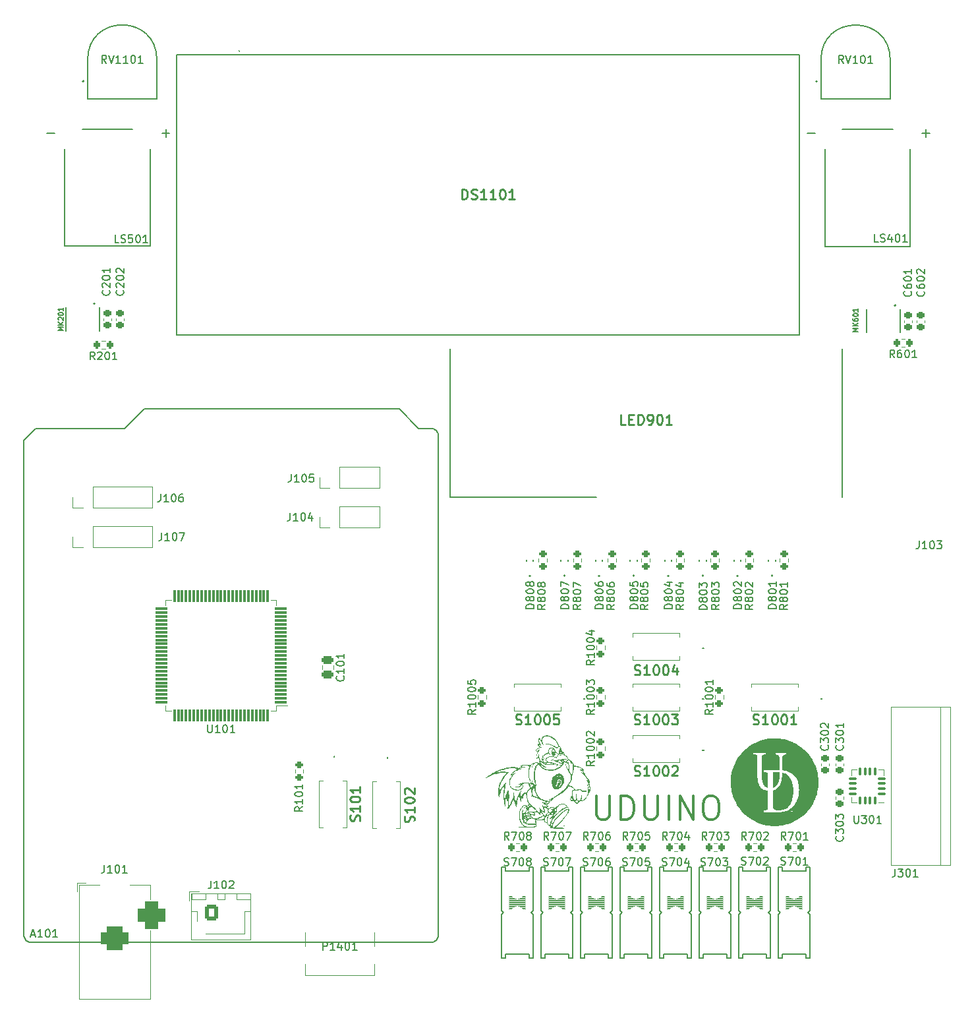
<source format=gto>
G04 #@! TF.GenerationSoftware,KiCad,Pcbnew,(6.0.9)*
G04 #@! TF.CreationDate,2023-02-22T17:41:12-05:00*
G04 #@! TF.ProjectId,UDuino,55447569-6e6f-42e6-9b69-6361645f7063,rev?*
G04 #@! TF.SameCoordinates,Original*
G04 #@! TF.FileFunction,Legend,Top*
G04 #@! TF.FilePolarity,Positive*
%FSLAX46Y46*%
G04 Gerber Fmt 4.6, Leading zero omitted, Abs format (unit mm)*
G04 Created by KiCad (PCBNEW (6.0.9)) date 2023-02-22 17:41:12*
%MOMM*%
%LPD*%
G01*
G04 APERTURE LIST*
G04 Aperture macros list*
%AMRoundRect*
0 Rectangle with rounded corners*
0 $1 Rounding radius*
0 $2 $3 $4 $5 $6 $7 $8 $9 X,Y pos of 4 corners*
0 Add a 4 corners polygon primitive as box body*
4,1,4,$2,$3,$4,$5,$6,$7,$8,$9,$2,$3,0*
0 Add four circle primitives for the rounded corners*
1,1,$1+$1,$2,$3*
1,1,$1+$1,$4,$5*
1,1,$1+$1,$6,$7*
1,1,$1+$1,$8,$9*
0 Add four rect primitives between the rounded corners*
20,1,$1+$1,$2,$3,$4,$5,0*
20,1,$1+$1,$4,$5,$6,$7,0*
20,1,$1+$1,$6,$7,$8,$9,0*
20,1,$1+$1,$8,$9,$2,$3,0*%
G04 Aperture macros list end*
%ADD10C,0.300000*%
%ADD11C,0.254000*%
%ADD12C,0.150000*%
%ADD13C,0.200000*%
%ADD14C,0.120000*%
%ADD15C,0.127000*%
%ADD16C,0.100000*%
%ADD17R,1.350000X1.350000*%
%ADD18C,1.350000*%
%ADD19RoundRect,0.075000X0.725000X0.075000X-0.725000X0.075000X-0.725000X-0.075000X0.725000X-0.075000X0*%
%ADD20RoundRect,0.075000X0.075000X0.725000X-0.075000X0.725000X-0.075000X-0.725000X0.075000X-0.725000X0*%
%ADD21R,1.700000X1.700000*%
%ADD22O,1.700000X1.700000*%
%ADD23R,0.600000X0.900000*%
%ADD24C,1.676400*%
%ADD25R,2.000000X1.500000*%
%ADD26R,2.000000X3.000000*%
%ADD27RoundRect,0.200000X-0.200000X-0.275000X0.200000X-0.275000X0.200000X0.275000X-0.200000X0.275000X0*%
%ADD28R,3.000000X3.000000*%
%ADD29C,3.000000*%
%ADD30C,3.300000*%
%ADD31R,1.676400X1.676400*%
%ADD32R,0.930000X0.810000*%
%ADD33C,1.200000*%
%ADD34RoundRect,0.250000X-0.600000X-0.750000X0.600000X-0.750000X0.600000X0.750000X-0.600000X0.750000X0*%
%ADD35O,1.700000X2.000000*%
%ADD36RoundRect,0.200000X0.200000X0.275000X-0.200000X0.275000X-0.200000X-0.275000X0.200000X-0.275000X0*%
%ADD37RoundRect,0.200000X0.275000X-0.200000X0.275000X0.200000X-0.275000X0.200000X-0.275000X-0.200000X0*%
%ADD38R,1.160000X1.160000*%
%ADD39C,1.160000*%
%ADD40R,3.500000X3.500000*%
%ADD41RoundRect,0.750000X1.000000X-0.750000X1.000000X0.750000X-1.000000X0.750000X-1.000000X-0.750000X0*%
%ADD42RoundRect,0.875000X0.875000X-0.875000X0.875000X0.875000X-0.875000X0.875000X-0.875000X-0.875000X0*%
%ADD43RoundRect,0.225000X-0.250000X0.225000X-0.250000X-0.225000X0.250000X-0.225000X0.250000X0.225000X0*%
%ADD44RoundRect,0.200000X-0.275000X0.200000X-0.275000X-0.200000X0.275000X-0.200000X0.275000X0.200000X0*%
%ADD45R,1.800000X1.800000*%
%ADD46C,1.800000*%
%ADD47C,4.050000*%
%ADD48RoundRect,0.087500X0.425000X0.087500X-0.425000X0.087500X-0.425000X-0.087500X0.425000X-0.087500X0*%
%ADD49RoundRect,0.087500X0.087500X0.425000X-0.087500X0.425000X-0.087500X-0.425000X0.087500X-0.425000X0*%
%ADD50R,2.100000X2.100000*%
%ADD51R,1.500000X2.000000*%
%ADD52RoundRect,0.225000X0.250000X-0.225000X0.250000X0.225000X-0.250000X0.225000X-0.250000X-0.225000X0*%
%ADD53C,0.600000*%
%ADD54R,0.600000X1.160000*%
%ADD55R,0.300000X1.160000*%
%ADD56O,0.900000X2.000000*%
%ADD57O,0.900000X1.700000*%
%ADD58RoundRect,0.250000X0.475000X-0.250000X0.475000X0.250000X-0.475000X0.250000X-0.475000X-0.250000X0*%
G04 APERTURE END LIST*
D10*
X73621285Y-96782142D02*
X73621285Y-99210714D01*
X73764142Y-99496428D01*
X73907000Y-99639285D01*
X74192714Y-99782142D01*
X74764142Y-99782142D01*
X75049857Y-99639285D01*
X75192714Y-99496428D01*
X75335571Y-99210714D01*
X75335571Y-96782142D01*
X76764142Y-99782142D02*
X76764142Y-96782142D01*
X77478428Y-96782142D01*
X77907000Y-96925000D01*
X78192714Y-97210714D01*
X78335571Y-97496428D01*
X78478428Y-98067857D01*
X78478428Y-98496428D01*
X78335571Y-99067857D01*
X78192714Y-99353571D01*
X77907000Y-99639285D01*
X77478428Y-99782142D01*
X76764142Y-99782142D01*
X79764142Y-96782142D02*
X79764142Y-99210714D01*
X79907000Y-99496428D01*
X80049857Y-99639285D01*
X80335571Y-99782142D01*
X80907000Y-99782142D01*
X81192714Y-99639285D01*
X81335571Y-99496428D01*
X81478428Y-99210714D01*
X81478428Y-96782142D01*
X82907000Y-99782142D02*
X82907000Y-96782142D01*
X84335571Y-99782142D02*
X84335571Y-96782142D01*
X86049857Y-99782142D01*
X86049857Y-96782142D01*
X88049857Y-96782142D02*
X88621285Y-96782142D01*
X88907000Y-96925000D01*
X89192714Y-97210714D01*
X89335571Y-97782142D01*
X89335571Y-98782142D01*
X89192714Y-99353571D01*
X88907000Y-99639285D01*
X88621285Y-99782142D01*
X88049857Y-99782142D01*
X87764142Y-99639285D01*
X87478428Y-99353571D01*
X87335571Y-98782142D01*
X87335571Y-97782142D01*
X87478428Y-97210714D01*
X87764142Y-96925000D01*
X88049857Y-96782142D01*
D11*
X77379285Y-49057023D02*
X76774523Y-49057023D01*
X76774523Y-47787023D01*
X77802619Y-48391785D02*
X78225952Y-48391785D01*
X78407380Y-49057023D02*
X77802619Y-49057023D01*
X77802619Y-47787023D01*
X78407380Y-47787023D01*
X78951666Y-49057023D02*
X78951666Y-47787023D01*
X79254047Y-47787023D01*
X79435476Y-47847500D01*
X79556428Y-47968452D01*
X79616904Y-48089404D01*
X79677380Y-48331309D01*
X79677380Y-48512738D01*
X79616904Y-48754642D01*
X79556428Y-48875595D01*
X79435476Y-48996547D01*
X79254047Y-49057023D01*
X78951666Y-49057023D01*
X80282142Y-49057023D02*
X80524047Y-49057023D01*
X80645000Y-48996547D01*
X80705476Y-48936071D01*
X80826428Y-48754642D01*
X80886904Y-48512738D01*
X80886904Y-48028928D01*
X80826428Y-47907976D01*
X80765952Y-47847500D01*
X80645000Y-47787023D01*
X80403095Y-47787023D01*
X80282142Y-47847500D01*
X80221666Y-47907976D01*
X80161190Y-48028928D01*
X80161190Y-48331309D01*
X80221666Y-48452261D01*
X80282142Y-48512738D01*
X80403095Y-48573214D01*
X80645000Y-48573214D01*
X80765952Y-48512738D01*
X80826428Y-48452261D01*
X80886904Y-48331309D01*
X81673095Y-47787023D02*
X81794047Y-47787023D01*
X81915000Y-47847500D01*
X81975476Y-47907976D01*
X82035952Y-48028928D01*
X82096428Y-48270833D01*
X82096428Y-48573214D01*
X82035952Y-48815119D01*
X81975476Y-48936071D01*
X81915000Y-48996547D01*
X81794047Y-49057023D01*
X81673095Y-49057023D01*
X81552142Y-48996547D01*
X81491666Y-48936071D01*
X81431190Y-48815119D01*
X81370714Y-48573214D01*
X81370714Y-48270833D01*
X81431190Y-48028928D01*
X81491666Y-47907976D01*
X81552142Y-47847500D01*
X81673095Y-47787023D01*
X83305952Y-49057023D02*
X82580238Y-49057023D01*
X82943095Y-49057023D02*
X82943095Y-47787023D01*
X82822142Y-47968452D01*
X82701190Y-48089404D01*
X82580238Y-48149880D01*
D12*
X23685714Y-87612380D02*
X23685714Y-88421904D01*
X23733333Y-88517142D01*
X23780952Y-88564761D01*
X23876190Y-88612380D01*
X24066666Y-88612380D01*
X24161904Y-88564761D01*
X24209523Y-88517142D01*
X24257142Y-88421904D01*
X24257142Y-87612380D01*
X25257142Y-88612380D02*
X24685714Y-88612380D01*
X24971428Y-88612380D02*
X24971428Y-87612380D01*
X24876190Y-87755238D01*
X24780952Y-87850476D01*
X24685714Y-87898095D01*
X25876190Y-87612380D02*
X25971428Y-87612380D01*
X26066666Y-87660000D01*
X26114285Y-87707619D01*
X26161904Y-87802857D01*
X26209523Y-87993333D01*
X26209523Y-88231428D01*
X26161904Y-88421904D01*
X26114285Y-88517142D01*
X26066666Y-88564761D01*
X25971428Y-88612380D01*
X25876190Y-88612380D01*
X25780952Y-88564761D01*
X25733333Y-88517142D01*
X25685714Y-88421904D01*
X25638095Y-88231428D01*
X25638095Y-87993333D01*
X25685714Y-87802857D01*
X25733333Y-87707619D01*
X25780952Y-87660000D01*
X25876190Y-87612380D01*
X27161904Y-88612380D02*
X26590476Y-88612380D01*
X26876190Y-88612380D02*
X26876190Y-87612380D01*
X26780952Y-87755238D01*
X26685714Y-87850476D01*
X26590476Y-87898095D01*
X34274285Y-60412380D02*
X34274285Y-61126666D01*
X34226666Y-61269523D01*
X34131428Y-61364761D01*
X33988571Y-61412380D01*
X33893333Y-61412380D01*
X35274285Y-61412380D02*
X34702857Y-61412380D01*
X34988571Y-61412380D02*
X34988571Y-60412380D01*
X34893333Y-60555238D01*
X34798095Y-60650476D01*
X34702857Y-60698095D01*
X35893333Y-60412380D02*
X35988571Y-60412380D01*
X36083809Y-60460000D01*
X36131428Y-60507619D01*
X36179047Y-60602857D01*
X36226666Y-60793333D01*
X36226666Y-61031428D01*
X36179047Y-61221904D01*
X36131428Y-61317142D01*
X36083809Y-61364761D01*
X35988571Y-61412380D01*
X35893333Y-61412380D01*
X35798095Y-61364761D01*
X35750476Y-61317142D01*
X35702857Y-61221904D01*
X35655238Y-61031428D01*
X35655238Y-60793333D01*
X35702857Y-60602857D01*
X35750476Y-60507619D01*
X35798095Y-60460000D01*
X35893333Y-60412380D01*
X37083809Y-60745714D02*
X37083809Y-61412380D01*
X36845714Y-60364761D02*
X36607619Y-61079047D01*
X37226666Y-61079047D01*
X5115523Y-37007619D02*
X4475523Y-37007619D01*
X4932666Y-36794285D01*
X4475523Y-36580952D01*
X5115523Y-36580952D01*
X5115523Y-36276190D02*
X4475523Y-36276190D01*
X5115523Y-35910476D02*
X4749809Y-36184761D01*
X4475523Y-35910476D02*
X4841238Y-36276190D01*
X4536476Y-35666666D02*
X4506000Y-35636190D01*
X4475523Y-35575238D01*
X4475523Y-35422857D01*
X4506000Y-35361904D01*
X4536476Y-35331428D01*
X4597428Y-35300952D01*
X4658380Y-35300952D01*
X4749809Y-35331428D01*
X5115523Y-35697142D01*
X5115523Y-35300952D01*
X4475523Y-34904761D02*
X4475523Y-34843809D01*
X4506000Y-34782857D01*
X4536476Y-34752380D01*
X4597428Y-34721904D01*
X4719333Y-34691428D01*
X4871714Y-34691428D01*
X4993619Y-34721904D01*
X5054571Y-34752380D01*
X5085047Y-34782857D01*
X5115523Y-34843809D01*
X5115523Y-34904761D01*
X5085047Y-34965714D01*
X5054571Y-34996190D01*
X4993619Y-35026666D01*
X4871714Y-35057142D01*
X4719333Y-35057142D01*
X4597428Y-35026666D01*
X4536476Y-34996190D01*
X4506000Y-34965714D01*
X4475523Y-34904761D01*
X5115523Y-34081904D02*
X5115523Y-34447619D01*
X5115523Y-34264761D02*
X4475523Y-34264761D01*
X4566952Y-34325714D01*
X4627904Y-34386666D01*
X4658380Y-34447619D01*
X77025714Y-105687761D02*
X77168571Y-105735380D01*
X77406666Y-105735380D01*
X77501904Y-105687761D01*
X77549523Y-105640142D01*
X77597142Y-105544904D01*
X77597142Y-105449666D01*
X77549523Y-105354428D01*
X77501904Y-105306809D01*
X77406666Y-105259190D01*
X77216190Y-105211571D01*
X77120952Y-105163952D01*
X77073333Y-105116333D01*
X77025714Y-105021095D01*
X77025714Y-104925857D01*
X77073333Y-104830619D01*
X77120952Y-104783000D01*
X77216190Y-104735380D01*
X77454285Y-104735380D01*
X77597142Y-104783000D01*
X77930476Y-104735380D02*
X78597142Y-104735380D01*
X78168571Y-105735380D01*
X79168571Y-104735380D02*
X79263809Y-104735380D01*
X79359047Y-104783000D01*
X79406666Y-104830619D01*
X79454285Y-104925857D01*
X79501904Y-105116333D01*
X79501904Y-105354428D01*
X79454285Y-105544904D01*
X79406666Y-105640142D01*
X79359047Y-105687761D01*
X79263809Y-105735380D01*
X79168571Y-105735380D01*
X79073333Y-105687761D01*
X79025714Y-105640142D01*
X78978095Y-105544904D01*
X78930476Y-105354428D01*
X78930476Y-105116333D01*
X78978095Y-104925857D01*
X79025714Y-104830619D01*
X79073333Y-104783000D01*
X79168571Y-104735380D01*
X80406666Y-104735380D02*
X79930476Y-104735380D01*
X79882857Y-105211571D01*
X79930476Y-105163952D01*
X80025714Y-105116333D01*
X80263809Y-105116333D01*
X80359047Y-105163952D01*
X80406666Y-105211571D01*
X80454285Y-105306809D01*
X80454285Y-105544904D01*
X80406666Y-105640142D01*
X80359047Y-105687761D01*
X80263809Y-105735380D01*
X80025714Y-105735380D01*
X79930476Y-105687761D01*
X79882857Y-105640142D01*
D11*
X78506095Y-81159047D02*
X78687523Y-81219523D01*
X78989904Y-81219523D01*
X79110857Y-81159047D01*
X79171333Y-81098571D01*
X79231809Y-80977619D01*
X79231809Y-80856666D01*
X79171333Y-80735714D01*
X79110857Y-80675238D01*
X78989904Y-80614761D01*
X78748000Y-80554285D01*
X78627047Y-80493809D01*
X78566571Y-80433333D01*
X78506095Y-80312380D01*
X78506095Y-80191428D01*
X78566571Y-80070476D01*
X78627047Y-80010000D01*
X78748000Y-79949523D01*
X79050380Y-79949523D01*
X79231809Y-80010000D01*
X80441333Y-81219523D02*
X79715619Y-81219523D01*
X80078476Y-81219523D02*
X80078476Y-79949523D01*
X79957523Y-80130952D01*
X79836571Y-80251904D01*
X79715619Y-80312380D01*
X81227523Y-79949523D02*
X81348476Y-79949523D01*
X81469428Y-80010000D01*
X81529904Y-80070476D01*
X81590380Y-80191428D01*
X81650857Y-80433333D01*
X81650857Y-80735714D01*
X81590380Y-80977619D01*
X81529904Y-81098571D01*
X81469428Y-81159047D01*
X81348476Y-81219523D01*
X81227523Y-81219523D01*
X81106571Y-81159047D01*
X81046095Y-81098571D01*
X80985619Y-80977619D01*
X80925142Y-80735714D01*
X80925142Y-80433333D01*
X80985619Y-80191428D01*
X81046095Y-80070476D01*
X81106571Y-80010000D01*
X81227523Y-79949523D01*
X82437047Y-79949523D02*
X82558000Y-79949523D01*
X82678952Y-80010000D01*
X82739428Y-80070476D01*
X82799904Y-80191428D01*
X82860380Y-80433333D01*
X82860380Y-80735714D01*
X82799904Y-80977619D01*
X82739428Y-81098571D01*
X82678952Y-81159047D01*
X82558000Y-81219523D01*
X82437047Y-81219523D01*
X82316095Y-81159047D01*
X82255619Y-81098571D01*
X82195142Y-80977619D01*
X82134666Y-80735714D01*
X82134666Y-80433333D01*
X82195142Y-80191428D01*
X82255619Y-80070476D01*
X82316095Y-80010000D01*
X82437047Y-79949523D01*
X83948952Y-80372857D02*
X83948952Y-81219523D01*
X83646571Y-79889047D02*
X83344190Y-80796190D01*
X84130380Y-80796190D01*
D12*
X109837761Y-25628380D02*
X109361571Y-25628380D01*
X109361571Y-24628380D01*
X110123476Y-25580761D02*
X110266333Y-25628380D01*
X110504428Y-25628380D01*
X110599666Y-25580761D01*
X110647285Y-25533142D01*
X110694904Y-25437904D01*
X110694904Y-25342666D01*
X110647285Y-25247428D01*
X110599666Y-25199809D01*
X110504428Y-25152190D01*
X110313952Y-25104571D01*
X110218714Y-25056952D01*
X110171095Y-25009333D01*
X110123476Y-24914095D01*
X110123476Y-24818857D01*
X110171095Y-24723619D01*
X110218714Y-24676000D01*
X110313952Y-24628380D01*
X110552047Y-24628380D01*
X110694904Y-24676000D01*
X111552047Y-24961714D02*
X111552047Y-25628380D01*
X111313952Y-24580761D02*
X111075857Y-25295047D01*
X111694904Y-25295047D01*
X112266333Y-24628380D02*
X112361571Y-24628380D01*
X112456809Y-24676000D01*
X112504428Y-24723619D01*
X112552047Y-24818857D01*
X112599666Y-25009333D01*
X112599666Y-25247428D01*
X112552047Y-25437904D01*
X112504428Y-25533142D01*
X112456809Y-25580761D01*
X112361571Y-25628380D01*
X112266333Y-25628380D01*
X112171095Y-25580761D01*
X112123476Y-25533142D01*
X112075857Y-25437904D01*
X112028238Y-25247428D01*
X112028238Y-25009333D01*
X112075857Y-24818857D01*
X112123476Y-24723619D01*
X112171095Y-24676000D01*
X112266333Y-24628380D01*
X113552047Y-25628380D02*
X112980619Y-25628380D01*
X113266333Y-25628380D02*
X113266333Y-24628380D01*
X113171095Y-24771238D01*
X113075857Y-24866476D01*
X112980619Y-24914095D01*
X82700952Y-102400380D02*
X82367619Y-101924190D01*
X82129523Y-102400380D02*
X82129523Y-101400380D01*
X82510476Y-101400380D01*
X82605714Y-101448000D01*
X82653333Y-101495619D01*
X82700952Y-101590857D01*
X82700952Y-101733714D01*
X82653333Y-101828952D01*
X82605714Y-101876571D01*
X82510476Y-101924190D01*
X82129523Y-101924190D01*
X83034285Y-101400380D02*
X83700952Y-101400380D01*
X83272380Y-102400380D01*
X84272380Y-101400380D02*
X84367619Y-101400380D01*
X84462857Y-101448000D01*
X84510476Y-101495619D01*
X84558095Y-101590857D01*
X84605714Y-101781333D01*
X84605714Y-102019428D01*
X84558095Y-102209904D01*
X84510476Y-102305142D01*
X84462857Y-102352761D01*
X84367619Y-102400380D01*
X84272380Y-102400380D01*
X84177142Y-102352761D01*
X84129523Y-102305142D01*
X84081904Y-102209904D01*
X84034285Y-102019428D01*
X84034285Y-101781333D01*
X84081904Y-101590857D01*
X84129523Y-101495619D01*
X84177142Y-101448000D01*
X84272380Y-101400380D01*
X85462857Y-101733714D02*
X85462857Y-102400380D01*
X85224761Y-101352761D02*
X84986666Y-102067047D01*
X85605714Y-102067047D01*
X17647285Y-57999380D02*
X17647285Y-58713666D01*
X17599666Y-58856523D01*
X17504428Y-58951761D01*
X17361571Y-58999380D01*
X17266333Y-58999380D01*
X18647285Y-58999380D02*
X18075857Y-58999380D01*
X18361571Y-58999380D02*
X18361571Y-57999380D01*
X18266333Y-58142238D01*
X18171095Y-58237476D01*
X18075857Y-58285095D01*
X19266333Y-57999380D02*
X19361571Y-57999380D01*
X19456809Y-58047000D01*
X19504428Y-58094619D01*
X19552047Y-58189857D01*
X19599666Y-58380333D01*
X19599666Y-58618428D01*
X19552047Y-58808904D01*
X19504428Y-58904142D01*
X19456809Y-58951761D01*
X19361571Y-58999380D01*
X19266333Y-58999380D01*
X19171095Y-58951761D01*
X19123476Y-58904142D01*
X19075857Y-58808904D01*
X19028238Y-58618428D01*
X19028238Y-58380333D01*
X19075857Y-58189857D01*
X19123476Y-58094619D01*
X19171095Y-58047000D01*
X19266333Y-57999380D01*
X20456809Y-57999380D02*
X20266333Y-57999380D01*
X20171095Y-58047000D01*
X20123476Y-58094619D01*
X20028238Y-58237476D01*
X19980619Y-58427952D01*
X19980619Y-58808904D01*
X20028238Y-58904142D01*
X20075857Y-58951761D01*
X20171095Y-58999380D01*
X20361571Y-58999380D01*
X20456809Y-58951761D01*
X20504428Y-58904142D01*
X20552047Y-58808904D01*
X20552047Y-58570809D01*
X20504428Y-58475571D01*
X20456809Y-58427952D01*
X20361571Y-58380333D01*
X20171095Y-58380333D01*
X20075857Y-58427952D01*
X20028238Y-58475571D01*
X19980619Y-58570809D01*
X111998285Y-106132380D02*
X111998285Y-106846666D01*
X111950666Y-106989523D01*
X111855428Y-107084761D01*
X111712571Y-107132380D01*
X111617333Y-107132380D01*
X112379238Y-106132380D02*
X112998285Y-106132380D01*
X112664952Y-106513333D01*
X112807809Y-106513333D01*
X112903047Y-106560952D01*
X112950666Y-106608571D01*
X112998285Y-106703809D01*
X112998285Y-106941904D01*
X112950666Y-107037142D01*
X112903047Y-107084761D01*
X112807809Y-107132380D01*
X112522095Y-107132380D01*
X112426857Y-107084761D01*
X112379238Y-107037142D01*
X113617333Y-106132380D02*
X113712571Y-106132380D01*
X113807809Y-106180000D01*
X113855428Y-106227619D01*
X113903047Y-106322857D01*
X113950666Y-106513333D01*
X113950666Y-106751428D01*
X113903047Y-106941904D01*
X113855428Y-107037142D01*
X113807809Y-107084761D01*
X113712571Y-107132380D01*
X113617333Y-107132380D01*
X113522095Y-107084761D01*
X113474476Y-107037142D01*
X113426857Y-106941904D01*
X113379238Y-106751428D01*
X113379238Y-106513333D01*
X113426857Y-106322857D01*
X113474476Y-106227619D01*
X113522095Y-106180000D01*
X113617333Y-106132380D01*
X114903047Y-107132380D02*
X114331619Y-107132380D01*
X114617333Y-107132380D02*
X114617333Y-106132380D01*
X114522095Y-106275238D01*
X114426857Y-106370476D01*
X114331619Y-106418095D01*
X62380952Y-102400380D02*
X62047619Y-101924190D01*
X61809523Y-102400380D02*
X61809523Y-101400380D01*
X62190476Y-101400380D01*
X62285714Y-101448000D01*
X62333333Y-101495619D01*
X62380952Y-101590857D01*
X62380952Y-101733714D01*
X62333333Y-101828952D01*
X62285714Y-101876571D01*
X62190476Y-101924190D01*
X61809523Y-101924190D01*
X62714285Y-101400380D02*
X63380952Y-101400380D01*
X62952380Y-102400380D01*
X63952380Y-101400380D02*
X64047619Y-101400380D01*
X64142857Y-101448000D01*
X64190476Y-101495619D01*
X64238095Y-101590857D01*
X64285714Y-101781333D01*
X64285714Y-102019428D01*
X64238095Y-102209904D01*
X64190476Y-102305142D01*
X64142857Y-102352761D01*
X64047619Y-102400380D01*
X63952380Y-102400380D01*
X63857142Y-102352761D01*
X63809523Y-102305142D01*
X63761904Y-102209904D01*
X63714285Y-102019428D01*
X63714285Y-101781333D01*
X63761904Y-101590857D01*
X63809523Y-101495619D01*
X63857142Y-101448000D01*
X63952380Y-101400380D01*
X64857142Y-101828952D02*
X64761904Y-101781333D01*
X64714285Y-101733714D01*
X64666666Y-101638476D01*
X64666666Y-101590857D01*
X64714285Y-101495619D01*
X64761904Y-101448000D01*
X64857142Y-101400380D01*
X65047619Y-101400380D01*
X65142857Y-101448000D01*
X65190476Y-101495619D01*
X65238095Y-101590857D01*
X65238095Y-101638476D01*
X65190476Y-101733714D01*
X65142857Y-101781333D01*
X65047619Y-101828952D01*
X64857142Y-101828952D01*
X64761904Y-101876571D01*
X64714285Y-101924190D01*
X64666666Y-102019428D01*
X64666666Y-102209904D01*
X64714285Y-102305142D01*
X64761904Y-102352761D01*
X64857142Y-102400380D01*
X65047619Y-102400380D01*
X65142857Y-102352761D01*
X65190476Y-102305142D01*
X65238095Y-102209904D01*
X65238095Y-102019428D01*
X65190476Y-101924190D01*
X65142857Y-101876571D01*
X65047619Y-101828952D01*
X1021723Y-114617698D02*
X1497913Y-114617698D01*
X926485Y-114903412D02*
X1259818Y-113903412D01*
X1593151Y-114903412D01*
X2450294Y-114903412D02*
X1878866Y-114903412D01*
X2164580Y-114903412D02*
X2164580Y-113903412D01*
X2069342Y-114046270D01*
X1974104Y-114141508D01*
X1878866Y-114189127D01*
X3069342Y-113903412D02*
X3164580Y-113903412D01*
X3259818Y-113951032D01*
X3307437Y-113998651D01*
X3355056Y-114093889D01*
X3402675Y-114284365D01*
X3402675Y-114522460D01*
X3355056Y-114712936D01*
X3307437Y-114808174D01*
X3259818Y-114855793D01*
X3164580Y-114903412D01*
X3069342Y-114903412D01*
X2974104Y-114855793D01*
X2926485Y-114808174D01*
X2878866Y-114712936D01*
X2831247Y-114522460D01*
X2831247Y-114284365D01*
X2878866Y-114093889D01*
X2926485Y-113998651D01*
X2974104Y-113951032D01*
X3069342Y-113903412D01*
X4355056Y-114903412D02*
X3783628Y-114903412D01*
X4069342Y-114903412D02*
X4069342Y-113903412D01*
X3974104Y-114046270D01*
X3878866Y-114141508D01*
X3783628Y-114189127D01*
X78939684Y-72688348D02*
X77936802Y-72688348D01*
X77936802Y-72449566D01*
X77984559Y-72306297D01*
X78080071Y-72210785D01*
X78175584Y-72163029D01*
X78366609Y-72115272D01*
X78509878Y-72115272D01*
X78700903Y-72163029D01*
X78796415Y-72210785D01*
X78891928Y-72306297D01*
X78939684Y-72449566D01*
X78939684Y-72688348D01*
X78366609Y-71542197D02*
X78318853Y-71637709D01*
X78271096Y-71685466D01*
X78175584Y-71733222D01*
X78127827Y-71733222D01*
X78032315Y-71685466D01*
X77984559Y-71637709D01*
X77936802Y-71542197D01*
X77936802Y-71351172D01*
X77984559Y-71255659D01*
X78032315Y-71207903D01*
X78127827Y-71160147D01*
X78175584Y-71160147D01*
X78271096Y-71207903D01*
X78318853Y-71255659D01*
X78366609Y-71351172D01*
X78366609Y-71542197D01*
X78414365Y-71637709D01*
X78462121Y-71685466D01*
X78557634Y-71733222D01*
X78748659Y-71733222D01*
X78844172Y-71685466D01*
X78891928Y-71637709D01*
X78939684Y-71542197D01*
X78939684Y-71351172D01*
X78891928Y-71255659D01*
X78844172Y-71207903D01*
X78748659Y-71160147D01*
X78557634Y-71160147D01*
X78462121Y-71207903D01*
X78414365Y-71255659D01*
X78366609Y-71351172D01*
X77936802Y-70539315D02*
X77936802Y-70443802D01*
X77984559Y-70348290D01*
X78032315Y-70300533D01*
X78127827Y-70252777D01*
X78318853Y-70205021D01*
X78557634Y-70205021D01*
X78748659Y-70252777D01*
X78844172Y-70300533D01*
X78891928Y-70348290D01*
X78939684Y-70443802D01*
X78939684Y-70539315D01*
X78891928Y-70634827D01*
X78844172Y-70682584D01*
X78748659Y-70730340D01*
X78557634Y-70778096D01*
X78318853Y-70778096D01*
X78127827Y-70730340D01*
X78032315Y-70682584D01*
X77984559Y-70634827D01*
X77936802Y-70539315D01*
X77936802Y-69297651D02*
X77936802Y-69775214D01*
X78414365Y-69822971D01*
X78366609Y-69775214D01*
X78318853Y-69679702D01*
X78318853Y-69440920D01*
X78366609Y-69345408D01*
X78414365Y-69297651D01*
X78509878Y-69249895D01*
X78748659Y-69249895D01*
X78844172Y-69297651D01*
X78891928Y-69345408D01*
X78939684Y-69440920D01*
X78939684Y-69679702D01*
X78891928Y-69775214D01*
X78844172Y-69822971D01*
X24114285Y-107645380D02*
X24114285Y-108359666D01*
X24066666Y-108502523D01*
X23971428Y-108597761D01*
X23828571Y-108645380D01*
X23733333Y-108645380D01*
X25114285Y-108645380D02*
X24542857Y-108645380D01*
X24828571Y-108645380D02*
X24828571Y-107645380D01*
X24733333Y-107788238D01*
X24638095Y-107883476D01*
X24542857Y-107931095D01*
X25733333Y-107645380D02*
X25828571Y-107645380D01*
X25923809Y-107693000D01*
X25971428Y-107740619D01*
X26019047Y-107835857D01*
X26066666Y-108026333D01*
X26066666Y-108264428D01*
X26019047Y-108454904D01*
X25971428Y-108550142D01*
X25923809Y-108597761D01*
X25828571Y-108645380D01*
X25733333Y-108645380D01*
X25638095Y-108597761D01*
X25590476Y-108550142D01*
X25542857Y-108454904D01*
X25495238Y-108264428D01*
X25495238Y-108026333D01*
X25542857Y-107835857D01*
X25590476Y-107740619D01*
X25638095Y-107693000D01*
X25733333Y-107645380D01*
X26447619Y-107740619D02*
X26495238Y-107693000D01*
X26590476Y-107645380D01*
X26828571Y-107645380D01*
X26923809Y-107693000D01*
X26971428Y-107740619D01*
X27019047Y-107835857D01*
X27019047Y-107931095D01*
X26971428Y-108073952D01*
X26400000Y-108645380D01*
X27019047Y-108645380D01*
X9167952Y-40744380D02*
X8834619Y-40268190D01*
X8596523Y-40744380D02*
X8596523Y-39744380D01*
X8977476Y-39744380D01*
X9072714Y-39792000D01*
X9120333Y-39839619D01*
X9167952Y-39934857D01*
X9167952Y-40077714D01*
X9120333Y-40172952D01*
X9072714Y-40220571D01*
X8977476Y-40268190D01*
X8596523Y-40268190D01*
X9548904Y-39839619D02*
X9596523Y-39792000D01*
X9691761Y-39744380D01*
X9929857Y-39744380D01*
X10025095Y-39792000D01*
X10072714Y-39839619D01*
X10120333Y-39934857D01*
X10120333Y-40030095D01*
X10072714Y-40172952D01*
X9501285Y-40744380D01*
X10120333Y-40744380D01*
X10739380Y-39744380D02*
X10834619Y-39744380D01*
X10929857Y-39792000D01*
X10977476Y-39839619D01*
X11025095Y-39934857D01*
X11072714Y-40125333D01*
X11072714Y-40363428D01*
X11025095Y-40553904D01*
X10977476Y-40649142D01*
X10929857Y-40696761D01*
X10834619Y-40744380D01*
X10739380Y-40744380D01*
X10644142Y-40696761D01*
X10596523Y-40649142D01*
X10548904Y-40553904D01*
X10501285Y-40363428D01*
X10501285Y-40125333D01*
X10548904Y-39934857D01*
X10596523Y-39839619D01*
X10644142Y-39792000D01*
X10739380Y-39744380D01*
X12025095Y-40744380D02*
X11453666Y-40744380D01*
X11739380Y-40744380D02*
X11739380Y-39744380D01*
X11644142Y-39887238D01*
X11548904Y-39982476D01*
X11453666Y-40030095D01*
X92860952Y-102400380D02*
X92527619Y-101924190D01*
X92289523Y-102400380D02*
X92289523Y-101400380D01*
X92670476Y-101400380D01*
X92765714Y-101448000D01*
X92813333Y-101495619D01*
X92860952Y-101590857D01*
X92860952Y-101733714D01*
X92813333Y-101828952D01*
X92765714Y-101876571D01*
X92670476Y-101924190D01*
X92289523Y-101924190D01*
X93194285Y-101400380D02*
X93860952Y-101400380D01*
X93432380Y-102400380D01*
X94432380Y-101400380D02*
X94527619Y-101400380D01*
X94622857Y-101448000D01*
X94670476Y-101495619D01*
X94718095Y-101590857D01*
X94765714Y-101781333D01*
X94765714Y-102019428D01*
X94718095Y-102209904D01*
X94670476Y-102305142D01*
X94622857Y-102352761D01*
X94527619Y-102400380D01*
X94432380Y-102400380D01*
X94337142Y-102352761D01*
X94289523Y-102305142D01*
X94241904Y-102209904D01*
X94194285Y-102019428D01*
X94194285Y-101781333D01*
X94241904Y-101590857D01*
X94289523Y-101495619D01*
X94337142Y-101448000D01*
X94432380Y-101400380D01*
X95146666Y-101495619D02*
X95194285Y-101448000D01*
X95289523Y-101400380D01*
X95527619Y-101400380D01*
X95622857Y-101448000D01*
X95670476Y-101495619D01*
X95718095Y-101590857D01*
X95718095Y-101686095D01*
X95670476Y-101828952D01*
X95099047Y-102400380D01*
X95718095Y-102400380D01*
X89400380Y-72191047D02*
X88924190Y-72524380D01*
X89400380Y-72762476D02*
X88400380Y-72762476D01*
X88400380Y-72381523D01*
X88448000Y-72286285D01*
X88495619Y-72238666D01*
X88590857Y-72191047D01*
X88733714Y-72191047D01*
X88828952Y-72238666D01*
X88876571Y-72286285D01*
X88924190Y-72381523D01*
X88924190Y-72762476D01*
X88828952Y-71619619D02*
X88781333Y-71714857D01*
X88733714Y-71762476D01*
X88638476Y-71810095D01*
X88590857Y-71810095D01*
X88495619Y-71762476D01*
X88448000Y-71714857D01*
X88400380Y-71619619D01*
X88400380Y-71429142D01*
X88448000Y-71333904D01*
X88495619Y-71286285D01*
X88590857Y-71238666D01*
X88638476Y-71238666D01*
X88733714Y-71286285D01*
X88781333Y-71333904D01*
X88828952Y-71429142D01*
X88828952Y-71619619D01*
X88876571Y-71714857D01*
X88924190Y-71762476D01*
X89019428Y-71810095D01*
X89209904Y-71810095D01*
X89305142Y-71762476D01*
X89352761Y-71714857D01*
X89400380Y-71619619D01*
X89400380Y-71429142D01*
X89352761Y-71333904D01*
X89305142Y-71286285D01*
X89209904Y-71238666D01*
X89019428Y-71238666D01*
X88924190Y-71286285D01*
X88876571Y-71333904D01*
X88828952Y-71429142D01*
X88400380Y-70619619D02*
X88400380Y-70524380D01*
X88448000Y-70429142D01*
X88495619Y-70381523D01*
X88590857Y-70333904D01*
X88781333Y-70286285D01*
X89019428Y-70286285D01*
X89209904Y-70333904D01*
X89305142Y-70381523D01*
X89352761Y-70429142D01*
X89400380Y-70524380D01*
X89400380Y-70619619D01*
X89352761Y-70714857D01*
X89305142Y-70762476D01*
X89209904Y-70810095D01*
X89019428Y-70857714D01*
X88781333Y-70857714D01*
X88590857Y-70810095D01*
X88495619Y-70762476D01*
X88448000Y-70714857D01*
X88400380Y-70619619D01*
X88400380Y-69952952D02*
X88400380Y-69333904D01*
X88781333Y-69667238D01*
X88781333Y-69524380D01*
X88828952Y-69429142D01*
X88876571Y-69381523D01*
X88971809Y-69333904D01*
X89209904Y-69333904D01*
X89305142Y-69381523D01*
X89352761Y-69429142D01*
X89400380Y-69524380D01*
X89400380Y-69810095D01*
X89352761Y-69905333D01*
X89305142Y-69952952D01*
X17774285Y-62952380D02*
X17774285Y-63666666D01*
X17726666Y-63809523D01*
X17631428Y-63904761D01*
X17488571Y-63952380D01*
X17393333Y-63952380D01*
X18774285Y-63952380D02*
X18202857Y-63952380D01*
X18488571Y-63952380D02*
X18488571Y-62952380D01*
X18393333Y-63095238D01*
X18298095Y-63190476D01*
X18202857Y-63238095D01*
X19393333Y-62952380D02*
X19488571Y-62952380D01*
X19583809Y-63000000D01*
X19631428Y-63047619D01*
X19679047Y-63142857D01*
X19726666Y-63333333D01*
X19726666Y-63571428D01*
X19679047Y-63761904D01*
X19631428Y-63857142D01*
X19583809Y-63904761D01*
X19488571Y-63952380D01*
X19393333Y-63952380D01*
X19298095Y-63904761D01*
X19250476Y-63857142D01*
X19202857Y-63761904D01*
X19155238Y-63571428D01*
X19155238Y-63333333D01*
X19202857Y-63142857D01*
X19250476Y-63047619D01*
X19298095Y-63000000D01*
X19393333Y-62952380D01*
X20060000Y-62952380D02*
X20726666Y-62952380D01*
X20298095Y-63952380D01*
X10662190Y-2662380D02*
X10328857Y-2186190D01*
X10090761Y-2662380D02*
X10090761Y-1662380D01*
X10471714Y-1662380D01*
X10566952Y-1710000D01*
X10614571Y-1757619D01*
X10662190Y-1852857D01*
X10662190Y-1995714D01*
X10614571Y-2090952D01*
X10566952Y-2138571D01*
X10471714Y-2186190D01*
X10090761Y-2186190D01*
X10947904Y-1662380D02*
X11281238Y-2662380D01*
X11614571Y-1662380D01*
X12471714Y-2662380D02*
X11900285Y-2662380D01*
X12186000Y-2662380D02*
X12186000Y-1662380D01*
X12090761Y-1805238D01*
X11995523Y-1900476D01*
X11900285Y-1948095D01*
X13424095Y-2662380D02*
X12852666Y-2662380D01*
X13138380Y-2662380D02*
X13138380Y-1662380D01*
X13043142Y-1805238D01*
X12947904Y-1900476D01*
X12852666Y-1948095D01*
X14043142Y-1662380D02*
X14138380Y-1662380D01*
X14233619Y-1710000D01*
X14281238Y-1757619D01*
X14328857Y-1852857D01*
X14376476Y-2043333D01*
X14376476Y-2281428D01*
X14328857Y-2471904D01*
X14281238Y-2567142D01*
X14233619Y-2614761D01*
X14138380Y-2662380D01*
X14043142Y-2662380D01*
X13947904Y-2614761D01*
X13900285Y-2567142D01*
X13852666Y-2471904D01*
X13805047Y-2281428D01*
X13805047Y-2043333D01*
X13852666Y-1852857D01*
X13900285Y-1757619D01*
X13947904Y-1710000D01*
X14043142Y-1662380D01*
X15328857Y-2662380D02*
X14757428Y-2662380D01*
X15043142Y-2662380D02*
X15043142Y-1662380D01*
X14947904Y-1805238D01*
X14852666Y-1900476D01*
X14757428Y-1948095D01*
X10398285Y-105624380D02*
X10398285Y-106338666D01*
X10350666Y-106481523D01*
X10255428Y-106576761D01*
X10112571Y-106624380D01*
X10017333Y-106624380D01*
X11398285Y-106624380D02*
X10826857Y-106624380D01*
X11112571Y-106624380D02*
X11112571Y-105624380D01*
X11017333Y-105767238D01*
X10922095Y-105862476D01*
X10826857Y-105910095D01*
X12017333Y-105624380D02*
X12112571Y-105624380D01*
X12207809Y-105672000D01*
X12255428Y-105719619D01*
X12303047Y-105814857D01*
X12350666Y-106005333D01*
X12350666Y-106243428D01*
X12303047Y-106433904D01*
X12255428Y-106529142D01*
X12207809Y-106576761D01*
X12112571Y-106624380D01*
X12017333Y-106624380D01*
X11922095Y-106576761D01*
X11874476Y-106529142D01*
X11826857Y-106433904D01*
X11779238Y-106243428D01*
X11779238Y-106005333D01*
X11826857Y-105814857D01*
X11874476Y-105719619D01*
X11922095Y-105672000D01*
X12017333Y-105624380D01*
X13303047Y-106624380D02*
X12731619Y-106624380D01*
X13017333Y-106624380D02*
X13017333Y-105624380D01*
X12922095Y-105767238D01*
X12826857Y-105862476D01*
X12731619Y-105910095D01*
X93718380Y-72191047D02*
X93242190Y-72524380D01*
X93718380Y-72762476D02*
X92718380Y-72762476D01*
X92718380Y-72381523D01*
X92766000Y-72286285D01*
X92813619Y-72238666D01*
X92908857Y-72191047D01*
X93051714Y-72191047D01*
X93146952Y-72238666D01*
X93194571Y-72286285D01*
X93242190Y-72381523D01*
X93242190Y-72762476D01*
X93146952Y-71619619D02*
X93099333Y-71714857D01*
X93051714Y-71762476D01*
X92956476Y-71810095D01*
X92908857Y-71810095D01*
X92813619Y-71762476D01*
X92766000Y-71714857D01*
X92718380Y-71619619D01*
X92718380Y-71429142D01*
X92766000Y-71333904D01*
X92813619Y-71286285D01*
X92908857Y-71238666D01*
X92956476Y-71238666D01*
X93051714Y-71286285D01*
X93099333Y-71333904D01*
X93146952Y-71429142D01*
X93146952Y-71619619D01*
X93194571Y-71714857D01*
X93242190Y-71762476D01*
X93337428Y-71810095D01*
X93527904Y-71810095D01*
X93623142Y-71762476D01*
X93670761Y-71714857D01*
X93718380Y-71619619D01*
X93718380Y-71429142D01*
X93670761Y-71333904D01*
X93623142Y-71286285D01*
X93527904Y-71238666D01*
X93337428Y-71238666D01*
X93242190Y-71286285D01*
X93194571Y-71333904D01*
X93146952Y-71429142D01*
X92718380Y-70619619D02*
X92718380Y-70524380D01*
X92766000Y-70429142D01*
X92813619Y-70381523D01*
X92908857Y-70333904D01*
X93099333Y-70286285D01*
X93337428Y-70286285D01*
X93527904Y-70333904D01*
X93623142Y-70381523D01*
X93670761Y-70429142D01*
X93718380Y-70524380D01*
X93718380Y-70619619D01*
X93670761Y-70714857D01*
X93623142Y-70762476D01*
X93527904Y-70810095D01*
X93337428Y-70857714D01*
X93099333Y-70857714D01*
X92908857Y-70810095D01*
X92813619Y-70762476D01*
X92766000Y-70714857D01*
X92718380Y-70619619D01*
X92813619Y-69905333D02*
X92766000Y-69857714D01*
X92718380Y-69762476D01*
X92718380Y-69524380D01*
X92766000Y-69429142D01*
X92813619Y-69381523D01*
X92908857Y-69333904D01*
X93004095Y-69333904D01*
X93146952Y-69381523D01*
X93718380Y-69952952D01*
X93718380Y-69333904D01*
X12803142Y-31853047D02*
X12850761Y-31900666D01*
X12898380Y-32043523D01*
X12898380Y-32138761D01*
X12850761Y-32281619D01*
X12755523Y-32376857D01*
X12660285Y-32424476D01*
X12469809Y-32472095D01*
X12326952Y-32472095D01*
X12136476Y-32424476D01*
X12041238Y-32376857D01*
X11946000Y-32281619D01*
X11898380Y-32138761D01*
X11898380Y-32043523D01*
X11946000Y-31900666D01*
X11993619Y-31853047D01*
X11993619Y-31472095D02*
X11946000Y-31424476D01*
X11898380Y-31329238D01*
X11898380Y-31091142D01*
X11946000Y-30995904D01*
X11993619Y-30948285D01*
X12088857Y-30900666D01*
X12184095Y-30900666D01*
X12326952Y-30948285D01*
X12898380Y-31519714D01*
X12898380Y-30900666D01*
X11898380Y-30281619D02*
X11898380Y-30186380D01*
X11946000Y-30091142D01*
X11993619Y-30043523D01*
X12088857Y-29995904D01*
X12279333Y-29948285D01*
X12517428Y-29948285D01*
X12707904Y-29995904D01*
X12803142Y-30043523D01*
X12850761Y-30091142D01*
X12898380Y-30186380D01*
X12898380Y-30281619D01*
X12850761Y-30376857D01*
X12803142Y-30424476D01*
X12707904Y-30472095D01*
X12517428Y-30519714D01*
X12279333Y-30519714D01*
X12088857Y-30472095D01*
X11993619Y-30424476D01*
X11946000Y-30376857D01*
X11898380Y-30281619D01*
X11993619Y-29567333D02*
X11946000Y-29519714D01*
X11898380Y-29424476D01*
X11898380Y-29186380D01*
X11946000Y-29091142D01*
X11993619Y-29043523D01*
X12088857Y-28995904D01*
X12184095Y-28995904D01*
X12326952Y-29043523D01*
X12898380Y-29614952D01*
X12898380Y-28995904D01*
D11*
X63258095Y-87509047D02*
X63439523Y-87569523D01*
X63741904Y-87569523D01*
X63862857Y-87509047D01*
X63923333Y-87448571D01*
X63983809Y-87327619D01*
X63983809Y-87206666D01*
X63923333Y-87085714D01*
X63862857Y-87025238D01*
X63741904Y-86964761D01*
X63500000Y-86904285D01*
X63379047Y-86843809D01*
X63318571Y-86783333D01*
X63258095Y-86662380D01*
X63258095Y-86541428D01*
X63318571Y-86420476D01*
X63379047Y-86360000D01*
X63500000Y-86299523D01*
X63802380Y-86299523D01*
X63983809Y-86360000D01*
X65193333Y-87569523D02*
X64467619Y-87569523D01*
X64830476Y-87569523D02*
X64830476Y-86299523D01*
X64709523Y-86480952D01*
X64588571Y-86601904D01*
X64467619Y-86662380D01*
X65979523Y-86299523D02*
X66100476Y-86299523D01*
X66221428Y-86360000D01*
X66281904Y-86420476D01*
X66342380Y-86541428D01*
X66402857Y-86783333D01*
X66402857Y-87085714D01*
X66342380Y-87327619D01*
X66281904Y-87448571D01*
X66221428Y-87509047D01*
X66100476Y-87569523D01*
X65979523Y-87569523D01*
X65858571Y-87509047D01*
X65798095Y-87448571D01*
X65737619Y-87327619D01*
X65677142Y-87085714D01*
X65677142Y-86783333D01*
X65737619Y-86541428D01*
X65798095Y-86420476D01*
X65858571Y-86360000D01*
X65979523Y-86299523D01*
X67189047Y-86299523D02*
X67310000Y-86299523D01*
X67430952Y-86360000D01*
X67491428Y-86420476D01*
X67551904Y-86541428D01*
X67612380Y-86783333D01*
X67612380Y-87085714D01*
X67551904Y-87327619D01*
X67491428Y-87448571D01*
X67430952Y-87509047D01*
X67310000Y-87569523D01*
X67189047Y-87569523D01*
X67068095Y-87509047D01*
X67007619Y-87448571D01*
X66947142Y-87327619D01*
X66886666Y-87085714D01*
X66886666Y-86783333D01*
X66947142Y-86541428D01*
X67007619Y-86420476D01*
X67068095Y-86360000D01*
X67189047Y-86299523D01*
X68761428Y-86299523D02*
X68156666Y-86299523D01*
X68096190Y-86904285D01*
X68156666Y-86843809D01*
X68277619Y-86783333D01*
X68580000Y-86783333D01*
X68700952Y-86843809D01*
X68761428Y-86904285D01*
X68821904Y-87025238D01*
X68821904Y-87327619D01*
X68761428Y-87448571D01*
X68700952Y-87509047D01*
X68580000Y-87569523D01*
X68277619Y-87569523D01*
X68156666Y-87509047D01*
X68096190Y-87448571D01*
D12*
X88590380Y-85669238D02*
X88114190Y-86002571D01*
X88590380Y-86240666D02*
X87590380Y-86240666D01*
X87590380Y-85859714D01*
X87638000Y-85764476D01*
X87685619Y-85716857D01*
X87780857Y-85669238D01*
X87923714Y-85669238D01*
X88018952Y-85716857D01*
X88066571Y-85764476D01*
X88114190Y-85859714D01*
X88114190Y-86240666D01*
X88590380Y-84716857D02*
X88590380Y-85288285D01*
X88590380Y-85002571D02*
X87590380Y-85002571D01*
X87733238Y-85097809D01*
X87828476Y-85193047D01*
X87876095Y-85288285D01*
X87590380Y-84097809D02*
X87590380Y-84002571D01*
X87638000Y-83907333D01*
X87685619Y-83859714D01*
X87780857Y-83812095D01*
X87971333Y-83764476D01*
X88209428Y-83764476D01*
X88399904Y-83812095D01*
X88495142Y-83859714D01*
X88542761Y-83907333D01*
X88590380Y-84002571D01*
X88590380Y-84097809D01*
X88542761Y-84193047D01*
X88495142Y-84240666D01*
X88399904Y-84288285D01*
X88209428Y-84335904D01*
X87971333Y-84335904D01*
X87780857Y-84288285D01*
X87685619Y-84240666D01*
X87638000Y-84193047D01*
X87590380Y-84097809D01*
X87590380Y-83145428D02*
X87590380Y-83050190D01*
X87638000Y-82954952D01*
X87685619Y-82907333D01*
X87780857Y-82859714D01*
X87971333Y-82812095D01*
X88209428Y-82812095D01*
X88399904Y-82859714D01*
X88495142Y-82907333D01*
X88542761Y-82954952D01*
X88590380Y-83050190D01*
X88590380Y-83145428D01*
X88542761Y-83240666D01*
X88495142Y-83288285D01*
X88399904Y-83335904D01*
X88209428Y-83383523D01*
X87971333Y-83383523D01*
X87780857Y-83335904D01*
X87685619Y-83288285D01*
X87638000Y-83240666D01*
X87590380Y-83145428D01*
X88590380Y-81859714D02*
X88590380Y-82431142D01*
X88590380Y-82145428D02*
X87590380Y-82145428D01*
X87733238Y-82240666D01*
X87828476Y-82335904D01*
X87876095Y-82431142D01*
D11*
X56333571Y-20132523D02*
X56333571Y-18862523D01*
X56635952Y-18862523D01*
X56817380Y-18923000D01*
X56938333Y-19043952D01*
X56998809Y-19164904D01*
X57059285Y-19406809D01*
X57059285Y-19588238D01*
X56998809Y-19830142D01*
X56938333Y-19951095D01*
X56817380Y-20072047D01*
X56635952Y-20132523D01*
X56333571Y-20132523D01*
X57543095Y-20072047D02*
X57724523Y-20132523D01*
X58026904Y-20132523D01*
X58147857Y-20072047D01*
X58208333Y-20011571D01*
X58268809Y-19890619D01*
X58268809Y-19769666D01*
X58208333Y-19648714D01*
X58147857Y-19588238D01*
X58026904Y-19527761D01*
X57785000Y-19467285D01*
X57664047Y-19406809D01*
X57603571Y-19346333D01*
X57543095Y-19225380D01*
X57543095Y-19104428D01*
X57603571Y-18983476D01*
X57664047Y-18923000D01*
X57785000Y-18862523D01*
X58087380Y-18862523D01*
X58268809Y-18923000D01*
X59478333Y-20132523D02*
X58752619Y-20132523D01*
X59115476Y-20132523D02*
X59115476Y-18862523D01*
X58994523Y-19043952D01*
X58873571Y-19164904D01*
X58752619Y-19225380D01*
X60687857Y-20132523D02*
X59962142Y-20132523D01*
X60325000Y-20132523D02*
X60325000Y-18862523D01*
X60204047Y-19043952D01*
X60083095Y-19164904D01*
X59962142Y-19225380D01*
X61474047Y-18862523D02*
X61595000Y-18862523D01*
X61715952Y-18923000D01*
X61776428Y-18983476D01*
X61836904Y-19104428D01*
X61897380Y-19346333D01*
X61897380Y-19648714D01*
X61836904Y-19890619D01*
X61776428Y-20011571D01*
X61715952Y-20072047D01*
X61595000Y-20132523D01*
X61474047Y-20132523D01*
X61353095Y-20072047D01*
X61292619Y-20011571D01*
X61232142Y-19890619D01*
X61171666Y-19648714D01*
X61171666Y-19346333D01*
X61232142Y-19104428D01*
X61292619Y-18983476D01*
X61353095Y-18923000D01*
X61474047Y-18862523D01*
X63106904Y-20132523D02*
X62381190Y-20132523D01*
X62744047Y-20132523D02*
X62744047Y-18862523D01*
X62623095Y-19043952D01*
X62502142Y-19164904D01*
X62381190Y-19225380D01*
D12*
X35885380Y-98147047D02*
X35409190Y-98480380D01*
X35885380Y-98718476D02*
X34885380Y-98718476D01*
X34885380Y-98337523D01*
X34933000Y-98242285D01*
X34980619Y-98194666D01*
X35075857Y-98147047D01*
X35218714Y-98147047D01*
X35313952Y-98194666D01*
X35361571Y-98242285D01*
X35409190Y-98337523D01*
X35409190Y-98718476D01*
X35885380Y-97194666D02*
X35885380Y-97766095D01*
X35885380Y-97480380D02*
X34885380Y-97480380D01*
X35028238Y-97575619D01*
X35123476Y-97670857D01*
X35171095Y-97766095D01*
X34885380Y-96575619D02*
X34885380Y-96480380D01*
X34933000Y-96385142D01*
X34980619Y-96337523D01*
X35075857Y-96289904D01*
X35266333Y-96242285D01*
X35504428Y-96242285D01*
X35694904Y-96289904D01*
X35790142Y-96337523D01*
X35837761Y-96385142D01*
X35885380Y-96480380D01*
X35885380Y-96575619D01*
X35837761Y-96670857D01*
X35790142Y-96718476D01*
X35694904Y-96766095D01*
X35504428Y-96813714D01*
X35266333Y-96813714D01*
X35075857Y-96766095D01*
X34980619Y-96718476D01*
X34933000Y-96670857D01*
X34885380Y-96575619D01*
X35885380Y-95289904D02*
X35885380Y-95861333D01*
X35885380Y-95575619D02*
X34885380Y-95575619D01*
X35028238Y-95670857D01*
X35123476Y-95766095D01*
X35171095Y-95861333D01*
X70049684Y-72688348D02*
X69046802Y-72688348D01*
X69046802Y-72449566D01*
X69094559Y-72306297D01*
X69190071Y-72210785D01*
X69285584Y-72163029D01*
X69476609Y-72115272D01*
X69619878Y-72115272D01*
X69810903Y-72163029D01*
X69906415Y-72210785D01*
X70001928Y-72306297D01*
X70049684Y-72449566D01*
X70049684Y-72688348D01*
X69476609Y-71542197D02*
X69428853Y-71637709D01*
X69381096Y-71685466D01*
X69285584Y-71733222D01*
X69237827Y-71733222D01*
X69142315Y-71685466D01*
X69094559Y-71637709D01*
X69046802Y-71542197D01*
X69046802Y-71351172D01*
X69094559Y-71255659D01*
X69142315Y-71207903D01*
X69237827Y-71160147D01*
X69285584Y-71160147D01*
X69381096Y-71207903D01*
X69428853Y-71255659D01*
X69476609Y-71351172D01*
X69476609Y-71542197D01*
X69524365Y-71637709D01*
X69572121Y-71685466D01*
X69667634Y-71733222D01*
X69858659Y-71733222D01*
X69954172Y-71685466D01*
X70001928Y-71637709D01*
X70049684Y-71542197D01*
X70049684Y-71351172D01*
X70001928Y-71255659D01*
X69954172Y-71207903D01*
X69858659Y-71160147D01*
X69667634Y-71160147D01*
X69572121Y-71207903D01*
X69524365Y-71255659D01*
X69476609Y-71351172D01*
X69046802Y-70539315D02*
X69046802Y-70443802D01*
X69094559Y-70348290D01*
X69142315Y-70300533D01*
X69237827Y-70252777D01*
X69428853Y-70205021D01*
X69667634Y-70205021D01*
X69858659Y-70252777D01*
X69954172Y-70300533D01*
X70001928Y-70348290D01*
X70049684Y-70443802D01*
X70049684Y-70539315D01*
X70001928Y-70634827D01*
X69954172Y-70682584D01*
X69858659Y-70730340D01*
X69667634Y-70778096D01*
X69428853Y-70778096D01*
X69237827Y-70730340D01*
X69142315Y-70682584D01*
X69094559Y-70634827D01*
X69046802Y-70539315D01*
X69046802Y-69870727D02*
X69046802Y-69202139D01*
X70049684Y-69631945D01*
X67048380Y-72191047D02*
X66572190Y-72524380D01*
X67048380Y-72762476D02*
X66048380Y-72762476D01*
X66048380Y-72381523D01*
X66096000Y-72286285D01*
X66143619Y-72238666D01*
X66238857Y-72191047D01*
X66381714Y-72191047D01*
X66476952Y-72238666D01*
X66524571Y-72286285D01*
X66572190Y-72381523D01*
X66572190Y-72762476D01*
X66476952Y-71619619D02*
X66429333Y-71714857D01*
X66381714Y-71762476D01*
X66286476Y-71810095D01*
X66238857Y-71810095D01*
X66143619Y-71762476D01*
X66096000Y-71714857D01*
X66048380Y-71619619D01*
X66048380Y-71429142D01*
X66096000Y-71333904D01*
X66143619Y-71286285D01*
X66238857Y-71238666D01*
X66286476Y-71238666D01*
X66381714Y-71286285D01*
X66429333Y-71333904D01*
X66476952Y-71429142D01*
X66476952Y-71619619D01*
X66524571Y-71714857D01*
X66572190Y-71762476D01*
X66667428Y-71810095D01*
X66857904Y-71810095D01*
X66953142Y-71762476D01*
X67000761Y-71714857D01*
X67048380Y-71619619D01*
X67048380Y-71429142D01*
X67000761Y-71333904D01*
X66953142Y-71286285D01*
X66857904Y-71238666D01*
X66667428Y-71238666D01*
X66572190Y-71286285D01*
X66524571Y-71333904D01*
X66476952Y-71429142D01*
X66048380Y-70619619D02*
X66048380Y-70524380D01*
X66096000Y-70429142D01*
X66143619Y-70381523D01*
X66238857Y-70333904D01*
X66429333Y-70286285D01*
X66667428Y-70286285D01*
X66857904Y-70333904D01*
X66953142Y-70381523D01*
X67000761Y-70429142D01*
X67048380Y-70524380D01*
X67048380Y-70619619D01*
X67000761Y-70714857D01*
X66953142Y-70762476D01*
X66857904Y-70810095D01*
X66667428Y-70857714D01*
X66429333Y-70857714D01*
X66238857Y-70810095D01*
X66143619Y-70762476D01*
X66096000Y-70714857D01*
X66048380Y-70619619D01*
X66476952Y-69714857D02*
X66429333Y-69810095D01*
X66381714Y-69857714D01*
X66286476Y-69905333D01*
X66238857Y-69905333D01*
X66143619Y-69857714D01*
X66096000Y-69810095D01*
X66048380Y-69714857D01*
X66048380Y-69524380D01*
X66096000Y-69429142D01*
X66143619Y-69381523D01*
X66238857Y-69333904D01*
X66286476Y-69333904D01*
X66381714Y-69381523D01*
X66429333Y-69429142D01*
X66476952Y-69524380D01*
X66476952Y-69714857D01*
X66524571Y-69810095D01*
X66572190Y-69857714D01*
X66667428Y-69905333D01*
X66857904Y-69905333D01*
X66953142Y-69857714D01*
X67000761Y-69810095D01*
X67048380Y-69714857D01*
X67048380Y-69524380D01*
X67000761Y-69429142D01*
X66953142Y-69381523D01*
X66857904Y-69333904D01*
X66667428Y-69333904D01*
X66572190Y-69381523D01*
X66524571Y-69429142D01*
X66476952Y-69524380D01*
X105276142Y-90273047D02*
X105323761Y-90320666D01*
X105371380Y-90463523D01*
X105371380Y-90558761D01*
X105323761Y-90701619D01*
X105228523Y-90796857D01*
X105133285Y-90844476D01*
X104942809Y-90892095D01*
X104799952Y-90892095D01*
X104609476Y-90844476D01*
X104514238Y-90796857D01*
X104419000Y-90701619D01*
X104371380Y-90558761D01*
X104371380Y-90463523D01*
X104419000Y-90320666D01*
X104466619Y-90273047D01*
X104371380Y-89939714D02*
X104371380Y-89320666D01*
X104752333Y-89654000D01*
X104752333Y-89511142D01*
X104799952Y-89415904D01*
X104847571Y-89368285D01*
X104942809Y-89320666D01*
X105180904Y-89320666D01*
X105276142Y-89368285D01*
X105323761Y-89415904D01*
X105371380Y-89511142D01*
X105371380Y-89796857D01*
X105323761Y-89892095D01*
X105276142Y-89939714D01*
X104371380Y-88701619D02*
X104371380Y-88606380D01*
X104419000Y-88511142D01*
X104466619Y-88463523D01*
X104561857Y-88415904D01*
X104752333Y-88368285D01*
X104990428Y-88368285D01*
X105180904Y-88415904D01*
X105276142Y-88463523D01*
X105323761Y-88511142D01*
X105371380Y-88606380D01*
X105371380Y-88701619D01*
X105323761Y-88796857D01*
X105276142Y-88844476D01*
X105180904Y-88892095D01*
X104990428Y-88939714D01*
X104752333Y-88939714D01*
X104561857Y-88892095D01*
X104466619Y-88844476D01*
X104419000Y-88796857D01*
X104371380Y-88701619D01*
X105371380Y-87415904D02*
X105371380Y-87987333D01*
X105371380Y-87701619D02*
X104371380Y-87701619D01*
X104514238Y-87796857D01*
X104609476Y-87892095D01*
X104657095Y-87987333D01*
X80256380Y-72191047D02*
X79780190Y-72524380D01*
X80256380Y-72762476D02*
X79256380Y-72762476D01*
X79256380Y-72381523D01*
X79304000Y-72286285D01*
X79351619Y-72238666D01*
X79446857Y-72191047D01*
X79589714Y-72191047D01*
X79684952Y-72238666D01*
X79732571Y-72286285D01*
X79780190Y-72381523D01*
X79780190Y-72762476D01*
X79684952Y-71619619D02*
X79637333Y-71714857D01*
X79589714Y-71762476D01*
X79494476Y-71810095D01*
X79446857Y-71810095D01*
X79351619Y-71762476D01*
X79304000Y-71714857D01*
X79256380Y-71619619D01*
X79256380Y-71429142D01*
X79304000Y-71333904D01*
X79351619Y-71286285D01*
X79446857Y-71238666D01*
X79494476Y-71238666D01*
X79589714Y-71286285D01*
X79637333Y-71333904D01*
X79684952Y-71429142D01*
X79684952Y-71619619D01*
X79732571Y-71714857D01*
X79780190Y-71762476D01*
X79875428Y-71810095D01*
X80065904Y-71810095D01*
X80161142Y-71762476D01*
X80208761Y-71714857D01*
X80256380Y-71619619D01*
X80256380Y-71429142D01*
X80208761Y-71333904D01*
X80161142Y-71286285D01*
X80065904Y-71238666D01*
X79875428Y-71238666D01*
X79780190Y-71286285D01*
X79732571Y-71333904D01*
X79684952Y-71429142D01*
X79256380Y-70619619D02*
X79256380Y-70524380D01*
X79304000Y-70429142D01*
X79351619Y-70381523D01*
X79446857Y-70333904D01*
X79637333Y-70286285D01*
X79875428Y-70286285D01*
X80065904Y-70333904D01*
X80161142Y-70381523D01*
X80208761Y-70429142D01*
X80256380Y-70524380D01*
X80256380Y-70619619D01*
X80208761Y-70714857D01*
X80161142Y-70762476D01*
X80065904Y-70810095D01*
X79875428Y-70857714D01*
X79637333Y-70857714D01*
X79446857Y-70810095D01*
X79351619Y-70762476D01*
X79304000Y-70714857D01*
X79256380Y-70619619D01*
X79256380Y-69381523D02*
X79256380Y-69857714D01*
X79732571Y-69905333D01*
X79684952Y-69857714D01*
X79637333Y-69762476D01*
X79637333Y-69524380D01*
X79684952Y-69429142D01*
X79732571Y-69381523D01*
X79827809Y-69333904D01*
X80065904Y-69333904D01*
X80161142Y-69381523D01*
X80208761Y-69429142D01*
X80256380Y-69524380D01*
X80256380Y-69762476D01*
X80208761Y-69857714D01*
X80161142Y-69905333D01*
X115673142Y-31980047D02*
X115720761Y-32027666D01*
X115768380Y-32170523D01*
X115768380Y-32265761D01*
X115720761Y-32408619D01*
X115625523Y-32503857D01*
X115530285Y-32551476D01*
X115339809Y-32599095D01*
X115196952Y-32599095D01*
X115006476Y-32551476D01*
X114911238Y-32503857D01*
X114816000Y-32408619D01*
X114768380Y-32265761D01*
X114768380Y-32170523D01*
X114816000Y-32027666D01*
X114863619Y-31980047D01*
X114768380Y-31122904D02*
X114768380Y-31313380D01*
X114816000Y-31408619D01*
X114863619Y-31456238D01*
X115006476Y-31551476D01*
X115196952Y-31599095D01*
X115577904Y-31599095D01*
X115673142Y-31551476D01*
X115720761Y-31503857D01*
X115768380Y-31408619D01*
X115768380Y-31218142D01*
X115720761Y-31122904D01*
X115673142Y-31075285D01*
X115577904Y-31027666D01*
X115339809Y-31027666D01*
X115244571Y-31075285D01*
X115196952Y-31122904D01*
X115149333Y-31218142D01*
X115149333Y-31408619D01*
X115196952Y-31503857D01*
X115244571Y-31551476D01*
X115339809Y-31599095D01*
X114768380Y-30408619D02*
X114768380Y-30313380D01*
X114816000Y-30218142D01*
X114863619Y-30170523D01*
X114958857Y-30122904D01*
X115149333Y-30075285D01*
X115387428Y-30075285D01*
X115577904Y-30122904D01*
X115673142Y-30170523D01*
X115720761Y-30218142D01*
X115768380Y-30313380D01*
X115768380Y-30408619D01*
X115720761Y-30503857D01*
X115673142Y-30551476D01*
X115577904Y-30599095D01*
X115387428Y-30646714D01*
X115149333Y-30646714D01*
X114958857Y-30599095D01*
X114863619Y-30551476D01*
X114816000Y-30503857D01*
X114768380Y-30408619D01*
X114863619Y-29694333D02*
X114816000Y-29646714D01*
X114768380Y-29551476D01*
X114768380Y-29313380D01*
X114816000Y-29218142D01*
X114863619Y-29170523D01*
X114958857Y-29122904D01*
X115054095Y-29122904D01*
X115196952Y-29170523D01*
X115768380Y-29741952D01*
X115768380Y-29122904D01*
X73342380Y-92273238D02*
X72866190Y-92606571D01*
X73342380Y-92844666D02*
X72342380Y-92844666D01*
X72342380Y-92463714D01*
X72390000Y-92368476D01*
X72437619Y-92320857D01*
X72532857Y-92273238D01*
X72675714Y-92273238D01*
X72770952Y-92320857D01*
X72818571Y-92368476D01*
X72866190Y-92463714D01*
X72866190Y-92844666D01*
X73342380Y-91320857D02*
X73342380Y-91892285D01*
X73342380Y-91606571D02*
X72342380Y-91606571D01*
X72485238Y-91701809D01*
X72580476Y-91797047D01*
X72628095Y-91892285D01*
X72342380Y-90701809D02*
X72342380Y-90606571D01*
X72390000Y-90511333D01*
X72437619Y-90463714D01*
X72532857Y-90416095D01*
X72723333Y-90368476D01*
X72961428Y-90368476D01*
X73151904Y-90416095D01*
X73247142Y-90463714D01*
X73294761Y-90511333D01*
X73342380Y-90606571D01*
X73342380Y-90701809D01*
X73294761Y-90797047D01*
X73247142Y-90844666D01*
X73151904Y-90892285D01*
X72961428Y-90939904D01*
X72723333Y-90939904D01*
X72532857Y-90892285D01*
X72437619Y-90844666D01*
X72390000Y-90797047D01*
X72342380Y-90701809D01*
X72342380Y-89749428D02*
X72342380Y-89654190D01*
X72390000Y-89558952D01*
X72437619Y-89511333D01*
X72532857Y-89463714D01*
X72723333Y-89416095D01*
X72961428Y-89416095D01*
X73151904Y-89463714D01*
X73247142Y-89511333D01*
X73294761Y-89558952D01*
X73342380Y-89654190D01*
X73342380Y-89749428D01*
X73294761Y-89844666D01*
X73247142Y-89892285D01*
X73151904Y-89939904D01*
X72961428Y-89987523D01*
X72723333Y-89987523D01*
X72532857Y-89939904D01*
X72437619Y-89892285D01*
X72390000Y-89844666D01*
X72342380Y-89749428D01*
X72437619Y-89035142D02*
X72390000Y-88987523D01*
X72342380Y-88892285D01*
X72342380Y-88654190D01*
X72390000Y-88558952D01*
X72437619Y-88511333D01*
X72532857Y-88463714D01*
X72628095Y-88463714D01*
X72770952Y-88511333D01*
X73342380Y-89082761D01*
X73342380Y-88463714D01*
X92274684Y-72688348D02*
X91271802Y-72688348D01*
X91271802Y-72449566D01*
X91319559Y-72306297D01*
X91415071Y-72210785D01*
X91510584Y-72163029D01*
X91701609Y-72115272D01*
X91844878Y-72115272D01*
X92035903Y-72163029D01*
X92131415Y-72210785D01*
X92226928Y-72306297D01*
X92274684Y-72449566D01*
X92274684Y-72688348D01*
X91701609Y-71542197D02*
X91653853Y-71637709D01*
X91606096Y-71685466D01*
X91510584Y-71733222D01*
X91462827Y-71733222D01*
X91367315Y-71685466D01*
X91319559Y-71637709D01*
X91271802Y-71542197D01*
X91271802Y-71351172D01*
X91319559Y-71255659D01*
X91367315Y-71207903D01*
X91462827Y-71160147D01*
X91510584Y-71160147D01*
X91606096Y-71207903D01*
X91653853Y-71255659D01*
X91701609Y-71351172D01*
X91701609Y-71542197D01*
X91749365Y-71637709D01*
X91797121Y-71685466D01*
X91892634Y-71733222D01*
X92083659Y-71733222D01*
X92179172Y-71685466D01*
X92226928Y-71637709D01*
X92274684Y-71542197D01*
X92274684Y-71351172D01*
X92226928Y-71255659D01*
X92179172Y-71207903D01*
X92083659Y-71160147D01*
X91892634Y-71160147D01*
X91797121Y-71207903D01*
X91749365Y-71255659D01*
X91701609Y-71351172D01*
X91271802Y-70539315D02*
X91271802Y-70443802D01*
X91319559Y-70348290D01*
X91367315Y-70300533D01*
X91462827Y-70252777D01*
X91653853Y-70205021D01*
X91892634Y-70205021D01*
X92083659Y-70252777D01*
X92179172Y-70300533D01*
X92226928Y-70348290D01*
X92274684Y-70443802D01*
X92274684Y-70539315D01*
X92226928Y-70634827D01*
X92179172Y-70682584D01*
X92083659Y-70730340D01*
X91892634Y-70778096D01*
X91653853Y-70778096D01*
X91462827Y-70730340D01*
X91367315Y-70682584D01*
X91319559Y-70634827D01*
X91271802Y-70539315D01*
X91367315Y-69822971D02*
X91319559Y-69775214D01*
X91271802Y-69679702D01*
X91271802Y-69440920D01*
X91319559Y-69345408D01*
X91367315Y-69297651D01*
X91462827Y-69249895D01*
X91558340Y-69249895D01*
X91701609Y-69297651D01*
X92274684Y-69870727D01*
X92274684Y-69249895D01*
X58102380Y-85669238D02*
X57626190Y-86002571D01*
X58102380Y-86240666D02*
X57102380Y-86240666D01*
X57102380Y-85859714D01*
X57150000Y-85764476D01*
X57197619Y-85716857D01*
X57292857Y-85669238D01*
X57435714Y-85669238D01*
X57530952Y-85716857D01*
X57578571Y-85764476D01*
X57626190Y-85859714D01*
X57626190Y-86240666D01*
X58102380Y-84716857D02*
X58102380Y-85288285D01*
X58102380Y-85002571D02*
X57102380Y-85002571D01*
X57245238Y-85097809D01*
X57340476Y-85193047D01*
X57388095Y-85288285D01*
X57102380Y-84097809D02*
X57102380Y-84002571D01*
X57150000Y-83907333D01*
X57197619Y-83859714D01*
X57292857Y-83812095D01*
X57483333Y-83764476D01*
X57721428Y-83764476D01*
X57911904Y-83812095D01*
X58007142Y-83859714D01*
X58054761Y-83907333D01*
X58102380Y-84002571D01*
X58102380Y-84097809D01*
X58054761Y-84193047D01*
X58007142Y-84240666D01*
X57911904Y-84288285D01*
X57721428Y-84335904D01*
X57483333Y-84335904D01*
X57292857Y-84288285D01*
X57197619Y-84240666D01*
X57150000Y-84193047D01*
X57102380Y-84097809D01*
X57102380Y-83145428D02*
X57102380Y-83050190D01*
X57150000Y-82954952D01*
X57197619Y-82907333D01*
X57292857Y-82859714D01*
X57483333Y-82812095D01*
X57721428Y-82812095D01*
X57911904Y-82859714D01*
X58007142Y-82907333D01*
X58054761Y-82954952D01*
X58102380Y-83050190D01*
X58102380Y-83145428D01*
X58054761Y-83240666D01*
X58007142Y-83288285D01*
X57911904Y-83335904D01*
X57721428Y-83383523D01*
X57483333Y-83383523D01*
X57292857Y-83335904D01*
X57197619Y-83288285D01*
X57150000Y-83240666D01*
X57102380Y-83145428D01*
X57102380Y-81907333D02*
X57102380Y-82383523D01*
X57578571Y-82431142D01*
X57530952Y-82383523D01*
X57483333Y-82288285D01*
X57483333Y-82050190D01*
X57530952Y-81954952D01*
X57578571Y-81907333D01*
X57673809Y-81859714D01*
X57911904Y-81859714D01*
X58007142Y-81907333D01*
X58054761Y-81954952D01*
X58102380Y-82050190D01*
X58102380Y-82288285D01*
X58054761Y-82383523D01*
X58007142Y-82431142D01*
X61785714Y-105687761D02*
X61928571Y-105735380D01*
X62166666Y-105735380D01*
X62261904Y-105687761D01*
X62309523Y-105640142D01*
X62357142Y-105544904D01*
X62357142Y-105449666D01*
X62309523Y-105354428D01*
X62261904Y-105306809D01*
X62166666Y-105259190D01*
X61976190Y-105211571D01*
X61880952Y-105163952D01*
X61833333Y-105116333D01*
X61785714Y-105021095D01*
X61785714Y-104925857D01*
X61833333Y-104830619D01*
X61880952Y-104783000D01*
X61976190Y-104735380D01*
X62214285Y-104735380D01*
X62357142Y-104783000D01*
X62690476Y-104735380D02*
X63357142Y-104735380D01*
X62928571Y-105735380D01*
X63928571Y-104735380D02*
X64023809Y-104735380D01*
X64119047Y-104783000D01*
X64166666Y-104830619D01*
X64214285Y-104925857D01*
X64261904Y-105116333D01*
X64261904Y-105354428D01*
X64214285Y-105544904D01*
X64166666Y-105640142D01*
X64119047Y-105687761D01*
X64023809Y-105735380D01*
X63928571Y-105735380D01*
X63833333Y-105687761D01*
X63785714Y-105640142D01*
X63738095Y-105544904D01*
X63690476Y-105354428D01*
X63690476Y-105116333D01*
X63738095Y-104925857D01*
X63785714Y-104830619D01*
X63833333Y-104783000D01*
X63928571Y-104735380D01*
X64833333Y-105163952D02*
X64738095Y-105116333D01*
X64690476Y-105068714D01*
X64642857Y-104973476D01*
X64642857Y-104925857D01*
X64690476Y-104830619D01*
X64738095Y-104783000D01*
X64833333Y-104735380D01*
X65023809Y-104735380D01*
X65119047Y-104783000D01*
X65166666Y-104830619D01*
X65214285Y-104925857D01*
X65214285Y-104973476D01*
X65166666Y-105068714D01*
X65119047Y-105116333D01*
X65023809Y-105163952D01*
X64833333Y-105163952D01*
X64738095Y-105211571D01*
X64690476Y-105259190D01*
X64642857Y-105354428D01*
X64642857Y-105544904D01*
X64690476Y-105640142D01*
X64738095Y-105687761D01*
X64833333Y-105735380D01*
X65023809Y-105735380D01*
X65119047Y-105687761D01*
X65166666Y-105640142D01*
X65214285Y-105544904D01*
X65214285Y-105354428D01*
X65166666Y-105259190D01*
X65119047Y-105211571D01*
X65023809Y-105163952D01*
X106743714Y-99274380D02*
X106743714Y-100083904D01*
X106791333Y-100179142D01*
X106838952Y-100226761D01*
X106934190Y-100274380D01*
X107124666Y-100274380D01*
X107219904Y-100226761D01*
X107267523Y-100179142D01*
X107315142Y-100083904D01*
X107315142Y-99274380D01*
X107696095Y-99274380D02*
X108315142Y-99274380D01*
X107981809Y-99655333D01*
X108124666Y-99655333D01*
X108219904Y-99702952D01*
X108267523Y-99750571D01*
X108315142Y-99845809D01*
X108315142Y-100083904D01*
X108267523Y-100179142D01*
X108219904Y-100226761D01*
X108124666Y-100274380D01*
X107838952Y-100274380D01*
X107743714Y-100226761D01*
X107696095Y-100179142D01*
X108934190Y-99274380D02*
X109029428Y-99274380D01*
X109124666Y-99322000D01*
X109172285Y-99369619D01*
X109219904Y-99464857D01*
X109267523Y-99655333D01*
X109267523Y-99893428D01*
X109219904Y-100083904D01*
X109172285Y-100179142D01*
X109124666Y-100226761D01*
X109029428Y-100274380D01*
X108934190Y-100274380D01*
X108838952Y-100226761D01*
X108791333Y-100179142D01*
X108743714Y-100083904D01*
X108696095Y-99893428D01*
X108696095Y-99655333D01*
X108743714Y-99464857D01*
X108791333Y-99369619D01*
X108838952Y-99322000D01*
X108934190Y-99274380D01*
X110219904Y-100274380D02*
X109648476Y-100274380D01*
X109934190Y-100274380D02*
X109934190Y-99274380D01*
X109838952Y-99417238D01*
X109743714Y-99512476D01*
X109648476Y-99560095D01*
X92265714Y-105560761D02*
X92408571Y-105608380D01*
X92646666Y-105608380D01*
X92741904Y-105560761D01*
X92789523Y-105513142D01*
X92837142Y-105417904D01*
X92837142Y-105322666D01*
X92789523Y-105227428D01*
X92741904Y-105179809D01*
X92646666Y-105132190D01*
X92456190Y-105084571D01*
X92360952Y-105036952D01*
X92313333Y-104989333D01*
X92265714Y-104894095D01*
X92265714Y-104798857D01*
X92313333Y-104703619D01*
X92360952Y-104656000D01*
X92456190Y-104608380D01*
X92694285Y-104608380D01*
X92837142Y-104656000D01*
X93170476Y-104608380D02*
X93837142Y-104608380D01*
X93408571Y-105608380D01*
X94408571Y-104608380D02*
X94503809Y-104608380D01*
X94599047Y-104656000D01*
X94646666Y-104703619D01*
X94694285Y-104798857D01*
X94741904Y-104989333D01*
X94741904Y-105227428D01*
X94694285Y-105417904D01*
X94646666Y-105513142D01*
X94599047Y-105560761D01*
X94503809Y-105608380D01*
X94408571Y-105608380D01*
X94313333Y-105560761D01*
X94265714Y-105513142D01*
X94218095Y-105417904D01*
X94170476Y-105227428D01*
X94170476Y-104989333D01*
X94218095Y-104798857D01*
X94265714Y-104703619D01*
X94313333Y-104656000D01*
X94408571Y-104608380D01*
X95122857Y-104703619D02*
X95170476Y-104656000D01*
X95265714Y-104608380D01*
X95503809Y-104608380D01*
X95599047Y-104656000D01*
X95646666Y-104703619D01*
X95694285Y-104798857D01*
X95694285Y-104894095D01*
X95646666Y-105036952D01*
X95075238Y-105608380D01*
X95694285Y-105608380D01*
D11*
X50171047Y-100094142D02*
X50231523Y-99912714D01*
X50231523Y-99610333D01*
X50171047Y-99489380D01*
X50110571Y-99428904D01*
X49989619Y-99368428D01*
X49868666Y-99368428D01*
X49747714Y-99428904D01*
X49687238Y-99489380D01*
X49626761Y-99610333D01*
X49566285Y-99852238D01*
X49505809Y-99973190D01*
X49445333Y-100033666D01*
X49324380Y-100094142D01*
X49203428Y-100094142D01*
X49082476Y-100033666D01*
X49022000Y-99973190D01*
X48961523Y-99852238D01*
X48961523Y-99549857D01*
X49022000Y-99368428D01*
X50231523Y-98158904D02*
X50231523Y-98884619D01*
X50231523Y-98521761D02*
X48961523Y-98521761D01*
X49142952Y-98642714D01*
X49263904Y-98763666D01*
X49324380Y-98884619D01*
X48961523Y-97372714D02*
X48961523Y-97251761D01*
X49022000Y-97130809D01*
X49082476Y-97070333D01*
X49203428Y-97009857D01*
X49445333Y-96949380D01*
X49747714Y-96949380D01*
X49989619Y-97009857D01*
X50110571Y-97070333D01*
X50171047Y-97130809D01*
X50231523Y-97251761D01*
X50231523Y-97372714D01*
X50171047Y-97493666D01*
X50110571Y-97554142D01*
X49989619Y-97614619D01*
X49747714Y-97675095D01*
X49445333Y-97675095D01*
X49203428Y-97614619D01*
X49082476Y-97554142D01*
X49022000Y-97493666D01*
X48961523Y-97372714D01*
X49082476Y-96465571D02*
X49022000Y-96405095D01*
X48961523Y-96284142D01*
X48961523Y-95981761D01*
X49022000Y-95860809D01*
X49082476Y-95800333D01*
X49203428Y-95739857D01*
X49324380Y-95739857D01*
X49505809Y-95800333D01*
X50231523Y-96526047D01*
X50231523Y-95739857D01*
X78498095Y-87509047D02*
X78679523Y-87569523D01*
X78981904Y-87569523D01*
X79102857Y-87509047D01*
X79163333Y-87448571D01*
X79223809Y-87327619D01*
X79223809Y-87206666D01*
X79163333Y-87085714D01*
X79102857Y-87025238D01*
X78981904Y-86964761D01*
X78740000Y-86904285D01*
X78619047Y-86843809D01*
X78558571Y-86783333D01*
X78498095Y-86662380D01*
X78498095Y-86541428D01*
X78558571Y-86420476D01*
X78619047Y-86360000D01*
X78740000Y-86299523D01*
X79042380Y-86299523D01*
X79223809Y-86360000D01*
X80433333Y-87569523D02*
X79707619Y-87569523D01*
X80070476Y-87569523D02*
X80070476Y-86299523D01*
X79949523Y-86480952D01*
X79828571Y-86601904D01*
X79707619Y-86662380D01*
X81219523Y-86299523D02*
X81340476Y-86299523D01*
X81461428Y-86360000D01*
X81521904Y-86420476D01*
X81582380Y-86541428D01*
X81642857Y-86783333D01*
X81642857Y-87085714D01*
X81582380Y-87327619D01*
X81521904Y-87448571D01*
X81461428Y-87509047D01*
X81340476Y-87569523D01*
X81219523Y-87569523D01*
X81098571Y-87509047D01*
X81038095Y-87448571D01*
X80977619Y-87327619D01*
X80917142Y-87085714D01*
X80917142Y-86783333D01*
X80977619Y-86541428D01*
X81038095Y-86420476D01*
X81098571Y-86360000D01*
X81219523Y-86299523D01*
X82429047Y-86299523D02*
X82550000Y-86299523D01*
X82670952Y-86360000D01*
X82731428Y-86420476D01*
X82791904Y-86541428D01*
X82852380Y-86783333D01*
X82852380Y-87085714D01*
X82791904Y-87327619D01*
X82731428Y-87448571D01*
X82670952Y-87509047D01*
X82550000Y-87569523D01*
X82429047Y-87569523D01*
X82308095Y-87509047D01*
X82247619Y-87448571D01*
X82187142Y-87327619D01*
X82126666Y-87085714D01*
X82126666Y-86783333D01*
X82187142Y-86541428D01*
X82247619Y-86420476D01*
X82308095Y-86360000D01*
X82429047Y-86299523D01*
X83275714Y-86299523D02*
X84061904Y-86299523D01*
X83638571Y-86783333D01*
X83820000Y-86783333D01*
X83940952Y-86843809D01*
X84001428Y-86904285D01*
X84061904Y-87025238D01*
X84061904Y-87327619D01*
X84001428Y-87448571D01*
X83940952Y-87509047D01*
X83820000Y-87569523D01*
X83457142Y-87569523D01*
X83336190Y-87509047D01*
X83275714Y-87448571D01*
X43186047Y-99967142D02*
X43246523Y-99785714D01*
X43246523Y-99483333D01*
X43186047Y-99362380D01*
X43125571Y-99301904D01*
X43004619Y-99241428D01*
X42883666Y-99241428D01*
X42762714Y-99301904D01*
X42702238Y-99362380D01*
X42641761Y-99483333D01*
X42581285Y-99725238D01*
X42520809Y-99846190D01*
X42460333Y-99906666D01*
X42339380Y-99967142D01*
X42218428Y-99967142D01*
X42097476Y-99906666D01*
X42037000Y-99846190D01*
X41976523Y-99725238D01*
X41976523Y-99422857D01*
X42037000Y-99241428D01*
X43246523Y-98031904D02*
X43246523Y-98757619D01*
X43246523Y-98394761D02*
X41976523Y-98394761D01*
X42157952Y-98515714D01*
X42278904Y-98636666D01*
X42339380Y-98757619D01*
X41976523Y-97245714D02*
X41976523Y-97124761D01*
X42037000Y-97003809D01*
X42097476Y-96943333D01*
X42218428Y-96882857D01*
X42460333Y-96822380D01*
X42762714Y-96822380D01*
X43004619Y-96882857D01*
X43125571Y-96943333D01*
X43186047Y-97003809D01*
X43246523Y-97124761D01*
X43246523Y-97245714D01*
X43186047Y-97366666D01*
X43125571Y-97427142D01*
X43004619Y-97487619D01*
X42762714Y-97548095D01*
X42460333Y-97548095D01*
X42218428Y-97487619D01*
X42097476Y-97427142D01*
X42037000Y-97366666D01*
X41976523Y-97245714D01*
X43246523Y-95612857D02*
X43246523Y-96338571D01*
X43246523Y-95975714D02*
X41976523Y-95975714D01*
X42157952Y-96096666D01*
X42278904Y-96217619D01*
X42339380Y-96338571D01*
D12*
X73350380Y-79319238D02*
X72874190Y-79652571D01*
X73350380Y-79890666D02*
X72350380Y-79890666D01*
X72350380Y-79509714D01*
X72398000Y-79414476D01*
X72445619Y-79366857D01*
X72540857Y-79319238D01*
X72683714Y-79319238D01*
X72778952Y-79366857D01*
X72826571Y-79414476D01*
X72874190Y-79509714D01*
X72874190Y-79890666D01*
X73350380Y-78366857D02*
X73350380Y-78938285D01*
X73350380Y-78652571D02*
X72350380Y-78652571D01*
X72493238Y-78747809D01*
X72588476Y-78843047D01*
X72636095Y-78938285D01*
X72350380Y-77747809D02*
X72350380Y-77652571D01*
X72398000Y-77557333D01*
X72445619Y-77509714D01*
X72540857Y-77462095D01*
X72731333Y-77414476D01*
X72969428Y-77414476D01*
X73159904Y-77462095D01*
X73255142Y-77509714D01*
X73302761Y-77557333D01*
X73350380Y-77652571D01*
X73350380Y-77747809D01*
X73302761Y-77843047D01*
X73255142Y-77890666D01*
X73159904Y-77938285D01*
X72969428Y-77985904D01*
X72731333Y-77985904D01*
X72540857Y-77938285D01*
X72445619Y-77890666D01*
X72398000Y-77843047D01*
X72350380Y-77747809D01*
X72350380Y-76795428D02*
X72350380Y-76700190D01*
X72398000Y-76604952D01*
X72445619Y-76557333D01*
X72540857Y-76509714D01*
X72731333Y-76462095D01*
X72969428Y-76462095D01*
X73159904Y-76509714D01*
X73255142Y-76557333D01*
X73302761Y-76604952D01*
X73350380Y-76700190D01*
X73350380Y-76795428D01*
X73302761Y-76890666D01*
X73255142Y-76938285D01*
X73159904Y-76985904D01*
X72969428Y-77033523D01*
X72731333Y-77033523D01*
X72540857Y-76985904D01*
X72445619Y-76938285D01*
X72398000Y-76890666D01*
X72350380Y-76795428D01*
X72683714Y-75604952D02*
X73350380Y-75604952D01*
X72302761Y-75843047D02*
X73017047Y-76081142D01*
X73017047Y-75462095D01*
X71945714Y-105687761D02*
X72088571Y-105735380D01*
X72326666Y-105735380D01*
X72421904Y-105687761D01*
X72469523Y-105640142D01*
X72517142Y-105544904D01*
X72517142Y-105449666D01*
X72469523Y-105354428D01*
X72421904Y-105306809D01*
X72326666Y-105259190D01*
X72136190Y-105211571D01*
X72040952Y-105163952D01*
X71993333Y-105116333D01*
X71945714Y-105021095D01*
X71945714Y-104925857D01*
X71993333Y-104830619D01*
X72040952Y-104783000D01*
X72136190Y-104735380D01*
X72374285Y-104735380D01*
X72517142Y-104783000D01*
X72850476Y-104735380D02*
X73517142Y-104735380D01*
X73088571Y-105735380D01*
X74088571Y-104735380D02*
X74183809Y-104735380D01*
X74279047Y-104783000D01*
X74326666Y-104830619D01*
X74374285Y-104925857D01*
X74421904Y-105116333D01*
X74421904Y-105354428D01*
X74374285Y-105544904D01*
X74326666Y-105640142D01*
X74279047Y-105687761D01*
X74183809Y-105735380D01*
X74088571Y-105735380D01*
X73993333Y-105687761D01*
X73945714Y-105640142D01*
X73898095Y-105544904D01*
X73850476Y-105354428D01*
X73850476Y-105116333D01*
X73898095Y-104925857D01*
X73945714Y-104830619D01*
X73993333Y-104783000D01*
X74088571Y-104735380D01*
X75279047Y-104735380D02*
X75088571Y-104735380D01*
X74993333Y-104783000D01*
X74945714Y-104830619D01*
X74850476Y-104973476D01*
X74802857Y-105163952D01*
X74802857Y-105544904D01*
X74850476Y-105640142D01*
X74898095Y-105687761D01*
X74993333Y-105735380D01*
X75183809Y-105735380D01*
X75279047Y-105687761D01*
X75326666Y-105640142D01*
X75374285Y-105544904D01*
X75374285Y-105306809D01*
X75326666Y-105211571D01*
X75279047Y-105163952D01*
X75183809Y-105116333D01*
X74993333Y-105116333D01*
X74898095Y-105163952D01*
X74850476Y-105211571D01*
X74802857Y-105306809D01*
X67460952Y-102400380D02*
X67127619Y-101924190D01*
X66889523Y-102400380D02*
X66889523Y-101400380D01*
X67270476Y-101400380D01*
X67365714Y-101448000D01*
X67413333Y-101495619D01*
X67460952Y-101590857D01*
X67460952Y-101733714D01*
X67413333Y-101828952D01*
X67365714Y-101876571D01*
X67270476Y-101924190D01*
X66889523Y-101924190D01*
X67794285Y-101400380D02*
X68460952Y-101400380D01*
X68032380Y-102400380D01*
X69032380Y-101400380D02*
X69127619Y-101400380D01*
X69222857Y-101448000D01*
X69270476Y-101495619D01*
X69318095Y-101590857D01*
X69365714Y-101781333D01*
X69365714Y-102019428D01*
X69318095Y-102209904D01*
X69270476Y-102305142D01*
X69222857Y-102352761D01*
X69127619Y-102400380D01*
X69032380Y-102400380D01*
X68937142Y-102352761D01*
X68889523Y-102305142D01*
X68841904Y-102209904D01*
X68794285Y-102019428D01*
X68794285Y-101781333D01*
X68841904Y-101590857D01*
X68889523Y-101495619D01*
X68937142Y-101448000D01*
X69032380Y-101400380D01*
X69699047Y-101400380D02*
X70365714Y-101400380D01*
X69937142Y-102400380D01*
X84828380Y-72191047D02*
X84352190Y-72524380D01*
X84828380Y-72762476D02*
X83828380Y-72762476D01*
X83828380Y-72381523D01*
X83876000Y-72286285D01*
X83923619Y-72238666D01*
X84018857Y-72191047D01*
X84161714Y-72191047D01*
X84256952Y-72238666D01*
X84304571Y-72286285D01*
X84352190Y-72381523D01*
X84352190Y-72762476D01*
X84256952Y-71619619D02*
X84209333Y-71714857D01*
X84161714Y-71762476D01*
X84066476Y-71810095D01*
X84018857Y-71810095D01*
X83923619Y-71762476D01*
X83876000Y-71714857D01*
X83828380Y-71619619D01*
X83828380Y-71429142D01*
X83876000Y-71333904D01*
X83923619Y-71286285D01*
X84018857Y-71238666D01*
X84066476Y-71238666D01*
X84161714Y-71286285D01*
X84209333Y-71333904D01*
X84256952Y-71429142D01*
X84256952Y-71619619D01*
X84304571Y-71714857D01*
X84352190Y-71762476D01*
X84447428Y-71810095D01*
X84637904Y-71810095D01*
X84733142Y-71762476D01*
X84780761Y-71714857D01*
X84828380Y-71619619D01*
X84828380Y-71429142D01*
X84780761Y-71333904D01*
X84733142Y-71286285D01*
X84637904Y-71238666D01*
X84447428Y-71238666D01*
X84352190Y-71286285D01*
X84304571Y-71333904D01*
X84256952Y-71429142D01*
X83828380Y-70619619D02*
X83828380Y-70524380D01*
X83876000Y-70429142D01*
X83923619Y-70381523D01*
X84018857Y-70333904D01*
X84209333Y-70286285D01*
X84447428Y-70286285D01*
X84637904Y-70333904D01*
X84733142Y-70381523D01*
X84780761Y-70429142D01*
X84828380Y-70524380D01*
X84828380Y-70619619D01*
X84780761Y-70714857D01*
X84733142Y-70762476D01*
X84637904Y-70810095D01*
X84447428Y-70857714D01*
X84209333Y-70857714D01*
X84018857Y-70810095D01*
X83923619Y-70762476D01*
X83876000Y-70714857D01*
X83828380Y-70619619D01*
X84161714Y-69429142D02*
X84828380Y-69429142D01*
X83780761Y-69667238D02*
X84495047Y-69905333D01*
X84495047Y-69286285D01*
X87780952Y-102400380D02*
X87447619Y-101924190D01*
X87209523Y-102400380D02*
X87209523Y-101400380D01*
X87590476Y-101400380D01*
X87685714Y-101448000D01*
X87733333Y-101495619D01*
X87780952Y-101590857D01*
X87780952Y-101733714D01*
X87733333Y-101828952D01*
X87685714Y-101876571D01*
X87590476Y-101924190D01*
X87209523Y-101924190D01*
X88114285Y-101400380D02*
X88780952Y-101400380D01*
X88352380Y-102400380D01*
X89352380Y-101400380D02*
X89447619Y-101400380D01*
X89542857Y-101448000D01*
X89590476Y-101495619D01*
X89638095Y-101590857D01*
X89685714Y-101781333D01*
X89685714Y-102019428D01*
X89638095Y-102209904D01*
X89590476Y-102305142D01*
X89542857Y-102352761D01*
X89447619Y-102400380D01*
X89352380Y-102400380D01*
X89257142Y-102352761D01*
X89209523Y-102305142D01*
X89161904Y-102209904D01*
X89114285Y-102019428D01*
X89114285Y-101781333D01*
X89161904Y-101590857D01*
X89209523Y-101495619D01*
X89257142Y-101448000D01*
X89352380Y-101400380D01*
X90019047Y-101400380D02*
X90638095Y-101400380D01*
X90304761Y-101781333D01*
X90447619Y-101781333D01*
X90542857Y-101828952D01*
X90590476Y-101876571D01*
X90638095Y-101971809D01*
X90638095Y-102209904D01*
X90590476Y-102305142D01*
X90542857Y-102352761D01*
X90447619Y-102400380D01*
X90161904Y-102400380D01*
X90066666Y-102352761D01*
X90019047Y-102305142D01*
X83384684Y-72688348D02*
X82381802Y-72688348D01*
X82381802Y-72449566D01*
X82429559Y-72306297D01*
X82525071Y-72210785D01*
X82620584Y-72163029D01*
X82811609Y-72115272D01*
X82954878Y-72115272D01*
X83145903Y-72163029D01*
X83241415Y-72210785D01*
X83336928Y-72306297D01*
X83384684Y-72449566D01*
X83384684Y-72688348D01*
X82811609Y-71542197D02*
X82763853Y-71637709D01*
X82716096Y-71685466D01*
X82620584Y-71733222D01*
X82572827Y-71733222D01*
X82477315Y-71685466D01*
X82429559Y-71637709D01*
X82381802Y-71542197D01*
X82381802Y-71351172D01*
X82429559Y-71255659D01*
X82477315Y-71207903D01*
X82572827Y-71160147D01*
X82620584Y-71160147D01*
X82716096Y-71207903D01*
X82763853Y-71255659D01*
X82811609Y-71351172D01*
X82811609Y-71542197D01*
X82859365Y-71637709D01*
X82907121Y-71685466D01*
X83002634Y-71733222D01*
X83193659Y-71733222D01*
X83289172Y-71685466D01*
X83336928Y-71637709D01*
X83384684Y-71542197D01*
X83384684Y-71351172D01*
X83336928Y-71255659D01*
X83289172Y-71207903D01*
X83193659Y-71160147D01*
X83002634Y-71160147D01*
X82907121Y-71207903D01*
X82859365Y-71255659D01*
X82811609Y-71351172D01*
X82381802Y-70539315D02*
X82381802Y-70443802D01*
X82429559Y-70348290D01*
X82477315Y-70300533D01*
X82572827Y-70252777D01*
X82763853Y-70205021D01*
X83002634Y-70205021D01*
X83193659Y-70252777D01*
X83289172Y-70300533D01*
X83336928Y-70348290D01*
X83384684Y-70443802D01*
X83384684Y-70539315D01*
X83336928Y-70634827D01*
X83289172Y-70682584D01*
X83193659Y-70730340D01*
X83002634Y-70778096D01*
X82763853Y-70778096D01*
X82572827Y-70730340D01*
X82477315Y-70682584D01*
X82429559Y-70634827D01*
X82381802Y-70539315D01*
X82716096Y-69345408D02*
X83384684Y-69345408D01*
X82334046Y-69584189D02*
X83050390Y-69822971D01*
X83050390Y-69202139D01*
X75938380Y-72191047D02*
X75462190Y-72524380D01*
X75938380Y-72762476D02*
X74938380Y-72762476D01*
X74938380Y-72381523D01*
X74986000Y-72286285D01*
X75033619Y-72238666D01*
X75128857Y-72191047D01*
X75271714Y-72191047D01*
X75366952Y-72238666D01*
X75414571Y-72286285D01*
X75462190Y-72381523D01*
X75462190Y-72762476D01*
X75366952Y-71619619D02*
X75319333Y-71714857D01*
X75271714Y-71762476D01*
X75176476Y-71810095D01*
X75128857Y-71810095D01*
X75033619Y-71762476D01*
X74986000Y-71714857D01*
X74938380Y-71619619D01*
X74938380Y-71429142D01*
X74986000Y-71333904D01*
X75033619Y-71286285D01*
X75128857Y-71238666D01*
X75176476Y-71238666D01*
X75271714Y-71286285D01*
X75319333Y-71333904D01*
X75366952Y-71429142D01*
X75366952Y-71619619D01*
X75414571Y-71714857D01*
X75462190Y-71762476D01*
X75557428Y-71810095D01*
X75747904Y-71810095D01*
X75843142Y-71762476D01*
X75890761Y-71714857D01*
X75938380Y-71619619D01*
X75938380Y-71429142D01*
X75890761Y-71333904D01*
X75843142Y-71286285D01*
X75747904Y-71238666D01*
X75557428Y-71238666D01*
X75462190Y-71286285D01*
X75414571Y-71333904D01*
X75366952Y-71429142D01*
X74938380Y-70619619D02*
X74938380Y-70524380D01*
X74986000Y-70429142D01*
X75033619Y-70381523D01*
X75128857Y-70333904D01*
X75319333Y-70286285D01*
X75557428Y-70286285D01*
X75747904Y-70333904D01*
X75843142Y-70381523D01*
X75890761Y-70429142D01*
X75938380Y-70524380D01*
X75938380Y-70619619D01*
X75890761Y-70714857D01*
X75843142Y-70762476D01*
X75747904Y-70810095D01*
X75557428Y-70857714D01*
X75319333Y-70857714D01*
X75128857Y-70810095D01*
X75033619Y-70762476D01*
X74986000Y-70714857D01*
X74938380Y-70619619D01*
X74938380Y-69429142D02*
X74938380Y-69619619D01*
X74986000Y-69714857D01*
X75033619Y-69762476D01*
X75176476Y-69857714D01*
X75366952Y-69905333D01*
X75747904Y-69905333D01*
X75843142Y-69857714D01*
X75890761Y-69810095D01*
X75938380Y-69714857D01*
X75938380Y-69524380D01*
X75890761Y-69429142D01*
X75843142Y-69381523D01*
X75747904Y-69333904D01*
X75509809Y-69333904D01*
X75414571Y-69381523D01*
X75366952Y-69429142D01*
X75319333Y-69524380D01*
X75319333Y-69714857D01*
X75366952Y-69810095D01*
X75414571Y-69857714D01*
X75509809Y-69905333D01*
X87829684Y-72815348D02*
X86826802Y-72815348D01*
X86826802Y-72576566D01*
X86874559Y-72433297D01*
X86970071Y-72337785D01*
X87065584Y-72290029D01*
X87256609Y-72242272D01*
X87399878Y-72242272D01*
X87590903Y-72290029D01*
X87686415Y-72337785D01*
X87781928Y-72433297D01*
X87829684Y-72576566D01*
X87829684Y-72815348D01*
X87256609Y-71669197D02*
X87208853Y-71764709D01*
X87161096Y-71812466D01*
X87065584Y-71860222D01*
X87017827Y-71860222D01*
X86922315Y-71812466D01*
X86874559Y-71764709D01*
X86826802Y-71669197D01*
X86826802Y-71478172D01*
X86874559Y-71382659D01*
X86922315Y-71334903D01*
X87017827Y-71287147D01*
X87065584Y-71287147D01*
X87161096Y-71334903D01*
X87208853Y-71382659D01*
X87256609Y-71478172D01*
X87256609Y-71669197D01*
X87304365Y-71764709D01*
X87352121Y-71812466D01*
X87447634Y-71860222D01*
X87638659Y-71860222D01*
X87734172Y-71812466D01*
X87781928Y-71764709D01*
X87829684Y-71669197D01*
X87829684Y-71478172D01*
X87781928Y-71382659D01*
X87734172Y-71334903D01*
X87638659Y-71287147D01*
X87447634Y-71287147D01*
X87352121Y-71334903D01*
X87304365Y-71382659D01*
X87256609Y-71478172D01*
X86826802Y-70666315D02*
X86826802Y-70570802D01*
X86874559Y-70475290D01*
X86922315Y-70427533D01*
X87017827Y-70379777D01*
X87208853Y-70332021D01*
X87447634Y-70332021D01*
X87638659Y-70379777D01*
X87734172Y-70427533D01*
X87781928Y-70475290D01*
X87829684Y-70570802D01*
X87829684Y-70666315D01*
X87781928Y-70761827D01*
X87734172Y-70809584D01*
X87638659Y-70857340D01*
X87447634Y-70905096D01*
X87208853Y-70905096D01*
X87017827Y-70857340D01*
X86922315Y-70809584D01*
X86874559Y-70761827D01*
X86826802Y-70666315D01*
X86826802Y-69997727D02*
X86826802Y-69376895D01*
X87208853Y-69711189D01*
X87208853Y-69567920D01*
X87256609Y-69472408D01*
X87304365Y-69424651D01*
X87399878Y-69376895D01*
X87638659Y-69376895D01*
X87734172Y-69424651D01*
X87781928Y-69472408D01*
X87829684Y-69567920D01*
X87829684Y-69854458D01*
X87781928Y-69949971D01*
X87734172Y-69997727D01*
X103354142Y-90273047D02*
X103401761Y-90320666D01*
X103449380Y-90463523D01*
X103449380Y-90558761D01*
X103401761Y-90701619D01*
X103306523Y-90796857D01*
X103211285Y-90844476D01*
X103020809Y-90892095D01*
X102877952Y-90892095D01*
X102687476Y-90844476D01*
X102592238Y-90796857D01*
X102497000Y-90701619D01*
X102449380Y-90558761D01*
X102449380Y-90463523D01*
X102497000Y-90320666D01*
X102544619Y-90273047D01*
X102449380Y-89939714D02*
X102449380Y-89320666D01*
X102830333Y-89654000D01*
X102830333Y-89511142D01*
X102877952Y-89415904D01*
X102925571Y-89368285D01*
X103020809Y-89320666D01*
X103258904Y-89320666D01*
X103354142Y-89368285D01*
X103401761Y-89415904D01*
X103449380Y-89511142D01*
X103449380Y-89796857D01*
X103401761Y-89892095D01*
X103354142Y-89939714D01*
X102449380Y-88701619D02*
X102449380Y-88606380D01*
X102497000Y-88511142D01*
X102544619Y-88463523D01*
X102639857Y-88415904D01*
X102830333Y-88368285D01*
X103068428Y-88368285D01*
X103258904Y-88415904D01*
X103354142Y-88463523D01*
X103401761Y-88511142D01*
X103449380Y-88606380D01*
X103449380Y-88701619D01*
X103401761Y-88796857D01*
X103354142Y-88844476D01*
X103258904Y-88892095D01*
X103068428Y-88939714D01*
X102830333Y-88939714D01*
X102639857Y-88892095D01*
X102544619Y-88844476D01*
X102497000Y-88796857D01*
X102449380Y-88701619D01*
X102544619Y-87987333D02*
X102497000Y-87939714D01*
X102449380Y-87844476D01*
X102449380Y-87606380D01*
X102497000Y-87511142D01*
X102544619Y-87463523D01*
X102639857Y-87415904D01*
X102735095Y-87415904D01*
X102877952Y-87463523D01*
X103449380Y-88034952D01*
X103449380Y-87415904D01*
X114022142Y-31980047D02*
X114069761Y-32027666D01*
X114117380Y-32170523D01*
X114117380Y-32265761D01*
X114069761Y-32408619D01*
X113974523Y-32503857D01*
X113879285Y-32551476D01*
X113688809Y-32599095D01*
X113545952Y-32599095D01*
X113355476Y-32551476D01*
X113260238Y-32503857D01*
X113165000Y-32408619D01*
X113117380Y-32265761D01*
X113117380Y-32170523D01*
X113165000Y-32027666D01*
X113212619Y-31980047D01*
X113117380Y-31122904D02*
X113117380Y-31313380D01*
X113165000Y-31408619D01*
X113212619Y-31456238D01*
X113355476Y-31551476D01*
X113545952Y-31599095D01*
X113926904Y-31599095D01*
X114022142Y-31551476D01*
X114069761Y-31503857D01*
X114117380Y-31408619D01*
X114117380Y-31218142D01*
X114069761Y-31122904D01*
X114022142Y-31075285D01*
X113926904Y-31027666D01*
X113688809Y-31027666D01*
X113593571Y-31075285D01*
X113545952Y-31122904D01*
X113498333Y-31218142D01*
X113498333Y-31408619D01*
X113545952Y-31503857D01*
X113593571Y-31551476D01*
X113688809Y-31599095D01*
X113117380Y-30408619D02*
X113117380Y-30313380D01*
X113165000Y-30218142D01*
X113212619Y-30170523D01*
X113307857Y-30122904D01*
X113498333Y-30075285D01*
X113736428Y-30075285D01*
X113926904Y-30122904D01*
X114022142Y-30170523D01*
X114069761Y-30218142D01*
X114117380Y-30313380D01*
X114117380Y-30408619D01*
X114069761Y-30503857D01*
X114022142Y-30551476D01*
X113926904Y-30599095D01*
X113736428Y-30646714D01*
X113498333Y-30646714D01*
X113307857Y-30599095D01*
X113212619Y-30551476D01*
X113165000Y-30503857D01*
X113117380Y-30408619D01*
X114117380Y-29122904D02*
X114117380Y-29694333D01*
X114117380Y-29408619D02*
X113117380Y-29408619D01*
X113260238Y-29503857D01*
X113355476Y-29599095D01*
X113403095Y-29694333D01*
X107223523Y-37134619D02*
X106583523Y-37134619D01*
X107040666Y-36921285D01*
X106583523Y-36707952D01*
X107223523Y-36707952D01*
X107223523Y-36403190D02*
X106583523Y-36403190D01*
X107223523Y-36037476D02*
X106857809Y-36311761D01*
X106583523Y-36037476D02*
X106949238Y-36403190D01*
X106583523Y-35488904D02*
X106583523Y-35610809D01*
X106614000Y-35671761D01*
X106644476Y-35702238D01*
X106735904Y-35763190D01*
X106857809Y-35793666D01*
X107101619Y-35793666D01*
X107162571Y-35763190D01*
X107193047Y-35732714D01*
X107223523Y-35671761D01*
X107223523Y-35549857D01*
X107193047Y-35488904D01*
X107162571Y-35458428D01*
X107101619Y-35427952D01*
X106949238Y-35427952D01*
X106888285Y-35458428D01*
X106857809Y-35488904D01*
X106827333Y-35549857D01*
X106827333Y-35671761D01*
X106857809Y-35732714D01*
X106888285Y-35763190D01*
X106949238Y-35793666D01*
X106583523Y-35031761D02*
X106583523Y-34970809D01*
X106614000Y-34909857D01*
X106644476Y-34879380D01*
X106705428Y-34848904D01*
X106827333Y-34818428D01*
X106979714Y-34818428D01*
X107101619Y-34848904D01*
X107162571Y-34879380D01*
X107193047Y-34909857D01*
X107223523Y-34970809D01*
X107223523Y-35031761D01*
X107193047Y-35092714D01*
X107162571Y-35123190D01*
X107101619Y-35153666D01*
X106979714Y-35184142D01*
X106827333Y-35184142D01*
X106705428Y-35153666D01*
X106644476Y-35123190D01*
X106614000Y-35092714D01*
X106583523Y-35031761D01*
X107223523Y-34208904D02*
X107223523Y-34574619D01*
X107223523Y-34391761D02*
X106583523Y-34391761D01*
X106674952Y-34452714D01*
X106735904Y-34513666D01*
X106766380Y-34574619D01*
X87058714Y-105687761D02*
X87201571Y-105735380D01*
X87439666Y-105735380D01*
X87534904Y-105687761D01*
X87582523Y-105640142D01*
X87630142Y-105544904D01*
X87630142Y-105449666D01*
X87582523Y-105354428D01*
X87534904Y-105306809D01*
X87439666Y-105259190D01*
X87249190Y-105211571D01*
X87153952Y-105163952D01*
X87106333Y-105116333D01*
X87058714Y-105021095D01*
X87058714Y-104925857D01*
X87106333Y-104830619D01*
X87153952Y-104783000D01*
X87249190Y-104735380D01*
X87487285Y-104735380D01*
X87630142Y-104783000D01*
X87963476Y-104735380D02*
X88630142Y-104735380D01*
X88201571Y-105735380D01*
X89201571Y-104735380D02*
X89296809Y-104735380D01*
X89392047Y-104783000D01*
X89439666Y-104830619D01*
X89487285Y-104925857D01*
X89534904Y-105116333D01*
X89534904Y-105354428D01*
X89487285Y-105544904D01*
X89439666Y-105640142D01*
X89392047Y-105687761D01*
X89296809Y-105735380D01*
X89201571Y-105735380D01*
X89106333Y-105687761D01*
X89058714Y-105640142D01*
X89011095Y-105544904D01*
X88963476Y-105354428D01*
X88963476Y-105116333D01*
X89011095Y-104925857D01*
X89058714Y-104830619D01*
X89106333Y-104783000D01*
X89201571Y-104735380D01*
X89868238Y-104735380D02*
X90487285Y-104735380D01*
X90153952Y-105116333D01*
X90296809Y-105116333D01*
X90392047Y-105163952D01*
X90439666Y-105211571D01*
X90487285Y-105306809D01*
X90487285Y-105544904D01*
X90439666Y-105640142D01*
X90392047Y-105687761D01*
X90296809Y-105735380D01*
X90011095Y-105735380D01*
X89915857Y-105687761D01*
X89868238Y-105640142D01*
X82105714Y-105687761D02*
X82248571Y-105735380D01*
X82486666Y-105735380D01*
X82581904Y-105687761D01*
X82629523Y-105640142D01*
X82677142Y-105544904D01*
X82677142Y-105449666D01*
X82629523Y-105354428D01*
X82581904Y-105306809D01*
X82486666Y-105259190D01*
X82296190Y-105211571D01*
X82200952Y-105163952D01*
X82153333Y-105116333D01*
X82105714Y-105021095D01*
X82105714Y-104925857D01*
X82153333Y-104830619D01*
X82200952Y-104783000D01*
X82296190Y-104735380D01*
X82534285Y-104735380D01*
X82677142Y-104783000D01*
X83010476Y-104735380D02*
X83677142Y-104735380D01*
X83248571Y-105735380D01*
X84248571Y-104735380D02*
X84343809Y-104735380D01*
X84439047Y-104783000D01*
X84486666Y-104830619D01*
X84534285Y-104925857D01*
X84581904Y-105116333D01*
X84581904Y-105354428D01*
X84534285Y-105544904D01*
X84486666Y-105640142D01*
X84439047Y-105687761D01*
X84343809Y-105735380D01*
X84248571Y-105735380D01*
X84153333Y-105687761D01*
X84105714Y-105640142D01*
X84058095Y-105544904D01*
X84010476Y-105354428D01*
X84010476Y-105116333D01*
X84058095Y-104925857D01*
X84105714Y-104830619D01*
X84153333Y-104783000D01*
X84248571Y-104735380D01*
X85439047Y-105068714D02*
X85439047Y-105735380D01*
X85200952Y-104687761D02*
X84962857Y-105402047D01*
X85581904Y-105402047D01*
X111910952Y-40490380D02*
X111577619Y-40014190D01*
X111339523Y-40490380D02*
X111339523Y-39490380D01*
X111720476Y-39490380D01*
X111815714Y-39538000D01*
X111863333Y-39585619D01*
X111910952Y-39680857D01*
X111910952Y-39823714D01*
X111863333Y-39918952D01*
X111815714Y-39966571D01*
X111720476Y-40014190D01*
X111339523Y-40014190D01*
X112768095Y-39490380D02*
X112577619Y-39490380D01*
X112482380Y-39538000D01*
X112434761Y-39585619D01*
X112339523Y-39728476D01*
X112291904Y-39918952D01*
X112291904Y-40299904D01*
X112339523Y-40395142D01*
X112387142Y-40442761D01*
X112482380Y-40490380D01*
X112672857Y-40490380D01*
X112768095Y-40442761D01*
X112815714Y-40395142D01*
X112863333Y-40299904D01*
X112863333Y-40061809D01*
X112815714Y-39966571D01*
X112768095Y-39918952D01*
X112672857Y-39871333D01*
X112482380Y-39871333D01*
X112387142Y-39918952D01*
X112339523Y-39966571D01*
X112291904Y-40061809D01*
X113482380Y-39490380D02*
X113577619Y-39490380D01*
X113672857Y-39538000D01*
X113720476Y-39585619D01*
X113768095Y-39680857D01*
X113815714Y-39871333D01*
X113815714Y-40109428D01*
X113768095Y-40299904D01*
X113720476Y-40395142D01*
X113672857Y-40442761D01*
X113577619Y-40490380D01*
X113482380Y-40490380D01*
X113387142Y-40442761D01*
X113339523Y-40395142D01*
X113291904Y-40299904D01*
X113244285Y-40109428D01*
X113244285Y-39871333D01*
X113291904Y-39680857D01*
X113339523Y-39585619D01*
X113387142Y-39538000D01*
X113482380Y-39490380D01*
X114768095Y-40490380D02*
X114196666Y-40490380D01*
X114482380Y-40490380D02*
X114482380Y-39490380D01*
X114387142Y-39633238D01*
X114291904Y-39728476D01*
X114196666Y-39776095D01*
X97940952Y-102400380D02*
X97607619Y-101924190D01*
X97369523Y-102400380D02*
X97369523Y-101400380D01*
X97750476Y-101400380D01*
X97845714Y-101448000D01*
X97893333Y-101495619D01*
X97940952Y-101590857D01*
X97940952Y-101733714D01*
X97893333Y-101828952D01*
X97845714Y-101876571D01*
X97750476Y-101924190D01*
X97369523Y-101924190D01*
X98274285Y-101400380D02*
X98940952Y-101400380D01*
X98512380Y-102400380D01*
X99512380Y-101400380D02*
X99607619Y-101400380D01*
X99702857Y-101448000D01*
X99750476Y-101495619D01*
X99798095Y-101590857D01*
X99845714Y-101781333D01*
X99845714Y-102019428D01*
X99798095Y-102209904D01*
X99750476Y-102305142D01*
X99702857Y-102352761D01*
X99607619Y-102400380D01*
X99512380Y-102400380D01*
X99417142Y-102352761D01*
X99369523Y-102305142D01*
X99321904Y-102209904D01*
X99274285Y-102019428D01*
X99274285Y-101781333D01*
X99321904Y-101590857D01*
X99369523Y-101495619D01*
X99417142Y-101448000D01*
X99512380Y-101400380D01*
X100798095Y-102400380D02*
X100226666Y-102400380D01*
X100512380Y-102400380D02*
X100512380Y-101400380D01*
X100417142Y-101543238D01*
X100321904Y-101638476D01*
X100226666Y-101686095D01*
X96719684Y-72688348D02*
X95716802Y-72688348D01*
X95716802Y-72449566D01*
X95764559Y-72306297D01*
X95860071Y-72210785D01*
X95955584Y-72163029D01*
X96146609Y-72115272D01*
X96289878Y-72115272D01*
X96480903Y-72163029D01*
X96576415Y-72210785D01*
X96671928Y-72306297D01*
X96719684Y-72449566D01*
X96719684Y-72688348D01*
X96146609Y-71542197D02*
X96098853Y-71637709D01*
X96051096Y-71685466D01*
X95955584Y-71733222D01*
X95907827Y-71733222D01*
X95812315Y-71685466D01*
X95764559Y-71637709D01*
X95716802Y-71542197D01*
X95716802Y-71351172D01*
X95764559Y-71255659D01*
X95812315Y-71207903D01*
X95907827Y-71160147D01*
X95955584Y-71160147D01*
X96051096Y-71207903D01*
X96098853Y-71255659D01*
X96146609Y-71351172D01*
X96146609Y-71542197D01*
X96194365Y-71637709D01*
X96242121Y-71685466D01*
X96337634Y-71733222D01*
X96528659Y-71733222D01*
X96624172Y-71685466D01*
X96671928Y-71637709D01*
X96719684Y-71542197D01*
X96719684Y-71351172D01*
X96671928Y-71255659D01*
X96624172Y-71207903D01*
X96528659Y-71160147D01*
X96337634Y-71160147D01*
X96242121Y-71207903D01*
X96194365Y-71255659D01*
X96146609Y-71351172D01*
X95716802Y-70539315D02*
X95716802Y-70443802D01*
X95764559Y-70348290D01*
X95812315Y-70300533D01*
X95907827Y-70252777D01*
X96098853Y-70205021D01*
X96337634Y-70205021D01*
X96528659Y-70252777D01*
X96624172Y-70300533D01*
X96671928Y-70348290D01*
X96719684Y-70443802D01*
X96719684Y-70539315D01*
X96671928Y-70634827D01*
X96624172Y-70682584D01*
X96528659Y-70730340D01*
X96337634Y-70778096D01*
X96098853Y-70778096D01*
X95907827Y-70730340D01*
X95812315Y-70682584D01*
X95764559Y-70634827D01*
X95716802Y-70539315D01*
X96719684Y-69249895D02*
X96719684Y-69822971D01*
X96719684Y-69536433D02*
X95716802Y-69536433D01*
X95860071Y-69631945D01*
X95955584Y-69727458D01*
X96003340Y-69822971D01*
X73350380Y-85669238D02*
X72874190Y-86002571D01*
X73350380Y-86240666D02*
X72350380Y-86240666D01*
X72350380Y-85859714D01*
X72398000Y-85764476D01*
X72445619Y-85716857D01*
X72540857Y-85669238D01*
X72683714Y-85669238D01*
X72778952Y-85716857D01*
X72826571Y-85764476D01*
X72874190Y-85859714D01*
X72874190Y-86240666D01*
X73350380Y-84716857D02*
X73350380Y-85288285D01*
X73350380Y-85002571D02*
X72350380Y-85002571D01*
X72493238Y-85097809D01*
X72588476Y-85193047D01*
X72636095Y-85288285D01*
X72350380Y-84097809D02*
X72350380Y-84002571D01*
X72398000Y-83907333D01*
X72445619Y-83859714D01*
X72540857Y-83812095D01*
X72731333Y-83764476D01*
X72969428Y-83764476D01*
X73159904Y-83812095D01*
X73255142Y-83859714D01*
X73302761Y-83907333D01*
X73350380Y-84002571D01*
X73350380Y-84097809D01*
X73302761Y-84193047D01*
X73255142Y-84240666D01*
X73159904Y-84288285D01*
X72969428Y-84335904D01*
X72731333Y-84335904D01*
X72540857Y-84288285D01*
X72445619Y-84240666D01*
X72398000Y-84193047D01*
X72350380Y-84097809D01*
X72350380Y-83145428D02*
X72350380Y-83050190D01*
X72398000Y-82954952D01*
X72445619Y-82907333D01*
X72540857Y-82859714D01*
X72731333Y-82812095D01*
X72969428Y-82812095D01*
X73159904Y-82859714D01*
X73255142Y-82907333D01*
X73302761Y-82954952D01*
X73350380Y-83050190D01*
X73350380Y-83145428D01*
X73302761Y-83240666D01*
X73255142Y-83288285D01*
X73159904Y-83335904D01*
X72969428Y-83383523D01*
X72731333Y-83383523D01*
X72540857Y-83335904D01*
X72445619Y-83288285D01*
X72398000Y-83240666D01*
X72350380Y-83145428D01*
X72350380Y-82478761D02*
X72350380Y-81859714D01*
X72731333Y-82193047D01*
X72731333Y-82050190D01*
X72778952Y-81954952D01*
X72826571Y-81907333D01*
X72921809Y-81859714D01*
X73159904Y-81859714D01*
X73255142Y-81907333D01*
X73302761Y-81954952D01*
X73350380Y-82050190D01*
X73350380Y-82335904D01*
X73302761Y-82431142D01*
X73255142Y-82478761D01*
X72540952Y-102400380D02*
X72207619Y-101924190D01*
X71969523Y-102400380D02*
X71969523Y-101400380D01*
X72350476Y-101400380D01*
X72445714Y-101448000D01*
X72493333Y-101495619D01*
X72540952Y-101590857D01*
X72540952Y-101733714D01*
X72493333Y-101828952D01*
X72445714Y-101876571D01*
X72350476Y-101924190D01*
X71969523Y-101924190D01*
X72874285Y-101400380D02*
X73540952Y-101400380D01*
X73112380Y-102400380D01*
X74112380Y-101400380D02*
X74207619Y-101400380D01*
X74302857Y-101448000D01*
X74350476Y-101495619D01*
X74398095Y-101590857D01*
X74445714Y-101781333D01*
X74445714Y-102019428D01*
X74398095Y-102209904D01*
X74350476Y-102305142D01*
X74302857Y-102352761D01*
X74207619Y-102400380D01*
X74112380Y-102400380D01*
X74017142Y-102352761D01*
X73969523Y-102305142D01*
X73921904Y-102209904D01*
X73874285Y-102019428D01*
X73874285Y-101781333D01*
X73921904Y-101590857D01*
X73969523Y-101495619D01*
X74017142Y-101448000D01*
X74112380Y-101400380D01*
X75302857Y-101400380D02*
X75112380Y-101400380D01*
X75017142Y-101448000D01*
X74969523Y-101495619D01*
X74874285Y-101638476D01*
X74826666Y-101828952D01*
X74826666Y-102209904D01*
X74874285Y-102305142D01*
X74921904Y-102352761D01*
X75017142Y-102400380D01*
X75207619Y-102400380D01*
X75302857Y-102352761D01*
X75350476Y-102305142D01*
X75398095Y-102209904D01*
X75398095Y-101971809D01*
X75350476Y-101876571D01*
X75302857Y-101828952D01*
X75207619Y-101781333D01*
X75017142Y-101781333D01*
X74921904Y-101828952D01*
X74874285Y-101876571D01*
X74826666Y-101971809D01*
X97345714Y-105560761D02*
X97488571Y-105608380D01*
X97726666Y-105608380D01*
X97821904Y-105560761D01*
X97869523Y-105513142D01*
X97917142Y-105417904D01*
X97917142Y-105322666D01*
X97869523Y-105227428D01*
X97821904Y-105179809D01*
X97726666Y-105132190D01*
X97536190Y-105084571D01*
X97440952Y-105036952D01*
X97393333Y-104989333D01*
X97345714Y-104894095D01*
X97345714Y-104798857D01*
X97393333Y-104703619D01*
X97440952Y-104656000D01*
X97536190Y-104608380D01*
X97774285Y-104608380D01*
X97917142Y-104656000D01*
X98250476Y-104608380D02*
X98917142Y-104608380D01*
X98488571Y-105608380D01*
X99488571Y-104608380D02*
X99583809Y-104608380D01*
X99679047Y-104656000D01*
X99726666Y-104703619D01*
X99774285Y-104798857D01*
X99821904Y-104989333D01*
X99821904Y-105227428D01*
X99774285Y-105417904D01*
X99726666Y-105513142D01*
X99679047Y-105560761D01*
X99583809Y-105608380D01*
X99488571Y-105608380D01*
X99393333Y-105560761D01*
X99345714Y-105513142D01*
X99298095Y-105417904D01*
X99250476Y-105227428D01*
X99250476Y-104989333D01*
X99298095Y-104798857D01*
X99345714Y-104703619D01*
X99393333Y-104656000D01*
X99488571Y-104608380D01*
X100774285Y-105608380D02*
X100202857Y-105608380D01*
X100488571Y-105608380D02*
X100488571Y-104608380D01*
X100393333Y-104751238D01*
X100298095Y-104846476D01*
X100202857Y-104894095D01*
X71620380Y-72191047D02*
X71144190Y-72524380D01*
X71620380Y-72762476D02*
X70620380Y-72762476D01*
X70620380Y-72381523D01*
X70668000Y-72286285D01*
X70715619Y-72238666D01*
X70810857Y-72191047D01*
X70953714Y-72191047D01*
X71048952Y-72238666D01*
X71096571Y-72286285D01*
X71144190Y-72381523D01*
X71144190Y-72762476D01*
X71048952Y-71619619D02*
X71001333Y-71714857D01*
X70953714Y-71762476D01*
X70858476Y-71810095D01*
X70810857Y-71810095D01*
X70715619Y-71762476D01*
X70668000Y-71714857D01*
X70620380Y-71619619D01*
X70620380Y-71429142D01*
X70668000Y-71333904D01*
X70715619Y-71286285D01*
X70810857Y-71238666D01*
X70858476Y-71238666D01*
X70953714Y-71286285D01*
X71001333Y-71333904D01*
X71048952Y-71429142D01*
X71048952Y-71619619D01*
X71096571Y-71714857D01*
X71144190Y-71762476D01*
X71239428Y-71810095D01*
X71429904Y-71810095D01*
X71525142Y-71762476D01*
X71572761Y-71714857D01*
X71620380Y-71619619D01*
X71620380Y-71429142D01*
X71572761Y-71333904D01*
X71525142Y-71286285D01*
X71429904Y-71238666D01*
X71239428Y-71238666D01*
X71144190Y-71286285D01*
X71096571Y-71333904D01*
X71048952Y-71429142D01*
X70620380Y-70619619D02*
X70620380Y-70524380D01*
X70668000Y-70429142D01*
X70715619Y-70381523D01*
X70810857Y-70333904D01*
X71001333Y-70286285D01*
X71239428Y-70286285D01*
X71429904Y-70333904D01*
X71525142Y-70381523D01*
X71572761Y-70429142D01*
X71620380Y-70524380D01*
X71620380Y-70619619D01*
X71572761Y-70714857D01*
X71525142Y-70762476D01*
X71429904Y-70810095D01*
X71239428Y-70857714D01*
X71001333Y-70857714D01*
X70810857Y-70810095D01*
X70715619Y-70762476D01*
X70668000Y-70714857D01*
X70620380Y-70619619D01*
X70620380Y-69952952D02*
X70620380Y-69286285D01*
X71620380Y-69714857D01*
X11025142Y-31853047D02*
X11072761Y-31900666D01*
X11120380Y-32043523D01*
X11120380Y-32138761D01*
X11072761Y-32281619D01*
X10977523Y-32376857D01*
X10882285Y-32424476D01*
X10691809Y-32472095D01*
X10548952Y-32472095D01*
X10358476Y-32424476D01*
X10263238Y-32376857D01*
X10168000Y-32281619D01*
X10120380Y-32138761D01*
X10120380Y-32043523D01*
X10168000Y-31900666D01*
X10215619Y-31853047D01*
X10215619Y-31472095D02*
X10168000Y-31424476D01*
X10120380Y-31329238D01*
X10120380Y-31091142D01*
X10168000Y-30995904D01*
X10215619Y-30948285D01*
X10310857Y-30900666D01*
X10406095Y-30900666D01*
X10548952Y-30948285D01*
X11120380Y-31519714D01*
X11120380Y-30900666D01*
X10120380Y-30281619D02*
X10120380Y-30186380D01*
X10168000Y-30091142D01*
X10215619Y-30043523D01*
X10310857Y-29995904D01*
X10501333Y-29948285D01*
X10739428Y-29948285D01*
X10929904Y-29995904D01*
X11025142Y-30043523D01*
X11072761Y-30091142D01*
X11120380Y-30186380D01*
X11120380Y-30281619D01*
X11072761Y-30376857D01*
X11025142Y-30424476D01*
X10929904Y-30472095D01*
X10739428Y-30519714D01*
X10501333Y-30519714D01*
X10310857Y-30472095D01*
X10215619Y-30424476D01*
X10168000Y-30376857D01*
X10120380Y-30281619D01*
X11120380Y-28995904D02*
X11120380Y-29567333D01*
X11120380Y-29281619D02*
X10120380Y-29281619D01*
X10263238Y-29376857D01*
X10358476Y-29472095D01*
X10406095Y-29567333D01*
X105259142Y-101957047D02*
X105306761Y-102004666D01*
X105354380Y-102147523D01*
X105354380Y-102242761D01*
X105306761Y-102385619D01*
X105211523Y-102480857D01*
X105116285Y-102528476D01*
X104925809Y-102576095D01*
X104782952Y-102576095D01*
X104592476Y-102528476D01*
X104497238Y-102480857D01*
X104402000Y-102385619D01*
X104354380Y-102242761D01*
X104354380Y-102147523D01*
X104402000Y-102004666D01*
X104449619Y-101957047D01*
X104354380Y-101623714D02*
X104354380Y-101004666D01*
X104735333Y-101338000D01*
X104735333Y-101195142D01*
X104782952Y-101099904D01*
X104830571Y-101052285D01*
X104925809Y-101004666D01*
X105163904Y-101004666D01*
X105259142Y-101052285D01*
X105306761Y-101099904D01*
X105354380Y-101195142D01*
X105354380Y-101480857D01*
X105306761Y-101576095D01*
X105259142Y-101623714D01*
X104354380Y-100385619D02*
X104354380Y-100290380D01*
X104402000Y-100195142D01*
X104449619Y-100147523D01*
X104544857Y-100099904D01*
X104735333Y-100052285D01*
X104973428Y-100052285D01*
X105163904Y-100099904D01*
X105259142Y-100147523D01*
X105306761Y-100195142D01*
X105354380Y-100290380D01*
X105354380Y-100385619D01*
X105306761Y-100480857D01*
X105259142Y-100528476D01*
X105163904Y-100576095D01*
X104973428Y-100623714D01*
X104735333Y-100623714D01*
X104544857Y-100576095D01*
X104449619Y-100528476D01*
X104402000Y-100480857D01*
X104354380Y-100385619D01*
X104354380Y-99718952D02*
X104354380Y-99099904D01*
X104735333Y-99433238D01*
X104735333Y-99290380D01*
X104782952Y-99195142D01*
X104830571Y-99147523D01*
X104925809Y-99099904D01*
X105163904Y-99099904D01*
X105259142Y-99147523D01*
X105306761Y-99195142D01*
X105354380Y-99290380D01*
X105354380Y-99576095D01*
X105306761Y-99671333D01*
X105259142Y-99718952D01*
X38473333Y-116544380D02*
X38473333Y-115544380D01*
X38854285Y-115544380D01*
X38949523Y-115592000D01*
X38997142Y-115639619D01*
X39044761Y-115734857D01*
X39044761Y-115877714D01*
X38997142Y-115972952D01*
X38949523Y-116020571D01*
X38854285Y-116068190D01*
X38473333Y-116068190D01*
X39997142Y-116544380D02*
X39425714Y-116544380D01*
X39711428Y-116544380D02*
X39711428Y-115544380D01*
X39616190Y-115687238D01*
X39520952Y-115782476D01*
X39425714Y-115830095D01*
X40854285Y-115877714D02*
X40854285Y-116544380D01*
X40616190Y-115496761D02*
X40378095Y-116211047D01*
X40997142Y-116211047D01*
X41568571Y-115544380D02*
X41663809Y-115544380D01*
X41759047Y-115592000D01*
X41806666Y-115639619D01*
X41854285Y-115734857D01*
X41901904Y-115925333D01*
X41901904Y-116163428D01*
X41854285Y-116353904D01*
X41806666Y-116449142D01*
X41759047Y-116496761D01*
X41663809Y-116544380D01*
X41568571Y-116544380D01*
X41473333Y-116496761D01*
X41425714Y-116449142D01*
X41378095Y-116353904D01*
X41330476Y-116163428D01*
X41330476Y-115925333D01*
X41378095Y-115734857D01*
X41425714Y-115639619D01*
X41473333Y-115592000D01*
X41568571Y-115544380D01*
X42854285Y-116544380D02*
X42282857Y-116544380D01*
X42568571Y-116544380D02*
X42568571Y-115544380D01*
X42473333Y-115687238D01*
X42378095Y-115782476D01*
X42282857Y-115830095D01*
X74494684Y-72688348D02*
X73491802Y-72688348D01*
X73491802Y-72449566D01*
X73539559Y-72306297D01*
X73635071Y-72210785D01*
X73730584Y-72163029D01*
X73921609Y-72115272D01*
X74064878Y-72115272D01*
X74255903Y-72163029D01*
X74351415Y-72210785D01*
X74446928Y-72306297D01*
X74494684Y-72449566D01*
X74494684Y-72688348D01*
X73921609Y-71542197D02*
X73873853Y-71637709D01*
X73826096Y-71685466D01*
X73730584Y-71733222D01*
X73682827Y-71733222D01*
X73587315Y-71685466D01*
X73539559Y-71637709D01*
X73491802Y-71542197D01*
X73491802Y-71351172D01*
X73539559Y-71255659D01*
X73587315Y-71207903D01*
X73682827Y-71160147D01*
X73730584Y-71160147D01*
X73826096Y-71207903D01*
X73873853Y-71255659D01*
X73921609Y-71351172D01*
X73921609Y-71542197D01*
X73969365Y-71637709D01*
X74017121Y-71685466D01*
X74112634Y-71733222D01*
X74303659Y-71733222D01*
X74399172Y-71685466D01*
X74446928Y-71637709D01*
X74494684Y-71542197D01*
X74494684Y-71351172D01*
X74446928Y-71255659D01*
X74399172Y-71207903D01*
X74303659Y-71160147D01*
X74112634Y-71160147D01*
X74017121Y-71207903D01*
X73969365Y-71255659D01*
X73921609Y-71351172D01*
X73491802Y-70539315D02*
X73491802Y-70443802D01*
X73539559Y-70348290D01*
X73587315Y-70300533D01*
X73682827Y-70252777D01*
X73873853Y-70205021D01*
X74112634Y-70205021D01*
X74303659Y-70252777D01*
X74399172Y-70300533D01*
X74446928Y-70348290D01*
X74494684Y-70443802D01*
X74494684Y-70539315D01*
X74446928Y-70634827D01*
X74399172Y-70682584D01*
X74303659Y-70730340D01*
X74112634Y-70778096D01*
X73873853Y-70778096D01*
X73682827Y-70730340D01*
X73587315Y-70682584D01*
X73539559Y-70634827D01*
X73491802Y-70539315D01*
X73491802Y-69345408D02*
X73491802Y-69536433D01*
X73539559Y-69631945D01*
X73587315Y-69679702D01*
X73730584Y-69775214D01*
X73921609Y-69822971D01*
X74303659Y-69822971D01*
X74399172Y-69775214D01*
X74446928Y-69727458D01*
X74494684Y-69631945D01*
X74494684Y-69440920D01*
X74446928Y-69345408D01*
X74399172Y-69297651D01*
X74303659Y-69249895D01*
X74064878Y-69249895D01*
X73969365Y-69297651D01*
X73921609Y-69345408D01*
X73873853Y-69440920D01*
X73873853Y-69631945D01*
X73921609Y-69727458D01*
X73969365Y-69775214D01*
X74064878Y-69822971D01*
D11*
X78498095Y-94113047D02*
X78679523Y-94173523D01*
X78981904Y-94173523D01*
X79102857Y-94113047D01*
X79163333Y-94052571D01*
X79223809Y-93931619D01*
X79223809Y-93810666D01*
X79163333Y-93689714D01*
X79102857Y-93629238D01*
X78981904Y-93568761D01*
X78740000Y-93508285D01*
X78619047Y-93447809D01*
X78558571Y-93387333D01*
X78498095Y-93266380D01*
X78498095Y-93145428D01*
X78558571Y-93024476D01*
X78619047Y-92964000D01*
X78740000Y-92903523D01*
X79042380Y-92903523D01*
X79223809Y-92964000D01*
X80433333Y-94173523D02*
X79707619Y-94173523D01*
X80070476Y-94173523D02*
X80070476Y-92903523D01*
X79949523Y-93084952D01*
X79828571Y-93205904D01*
X79707619Y-93266380D01*
X81219523Y-92903523D02*
X81340476Y-92903523D01*
X81461428Y-92964000D01*
X81521904Y-93024476D01*
X81582380Y-93145428D01*
X81642857Y-93387333D01*
X81642857Y-93689714D01*
X81582380Y-93931619D01*
X81521904Y-94052571D01*
X81461428Y-94113047D01*
X81340476Y-94173523D01*
X81219523Y-94173523D01*
X81098571Y-94113047D01*
X81038095Y-94052571D01*
X80977619Y-93931619D01*
X80917142Y-93689714D01*
X80917142Y-93387333D01*
X80977619Y-93145428D01*
X81038095Y-93024476D01*
X81098571Y-92964000D01*
X81219523Y-92903523D01*
X82429047Y-92903523D02*
X82550000Y-92903523D01*
X82670952Y-92964000D01*
X82731428Y-93024476D01*
X82791904Y-93145428D01*
X82852380Y-93387333D01*
X82852380Y-93689714D01*
X82791904Y-93931619D01*
X82731428Y-94052571D01*
X82670952Y-94113047D01*
X82550000Y-94173523D01*
X82429047Y-94173523D01*
X82308095Y-94113047D01*
X82247619Y-94052571D01*
X82187142Y-93931619D01*
X82126666Y-93689714D01*
X82126666Y-93387333D01*
X82187142Y-93145428D01*
X82247619Y-93024476D01*
X82308095Y-92964000D01*
X82429047Y-92903523D01*
X83336190Y-93024476D02*
X83396666Y-92964000D01*
X83517619Y-92903523D01*
X83820000Y-92903523D01*
X83940952Y-92964000D01*
X84001428Y-93024476D01*
X84061904Y-93145428D01*
X84061904Y-93266380D01*
X84001428Y-93447809D01*
X83275714Y-94173523D01*
X84061904Y-94173523D01*
D12*
X98163380Y-72191047D02*
X97687190Y-72524380D01*
X98163380Y-72762476D02*
X97163380Y-72762476D01*
X97163380Y-72381523D01*
X97211000Y-72286285D01*
X97258619Y-72238666D01*
X97353857Y-72191047D01*
X97496714Y-72191047D01*
X97591952Y-72238666D01*
X97639571Y-72286285D01*
X97687190Y-72381523D01*
X97687190Y-72762476D01*
X97591952Y-71619619D02*
X97544333Y-71714857D01*
X97496714Y-71762476D01*
X97401476Y-71810095D01*
X97353857Y-71810095D01*
X97258619Y-71762476D01*
X97211000Y-71714857D01*
X97163380Y-71619619D01*
X97163380Y-71429142D01*
X97211000Y-71333904D01*
X97258619Y-71286285D01*
X97353857Y-71238666D01*
X97401476Y-71238666D01*
X97496714Y-71286285D01*
X97544333Y-71333904D01*
X97591952Y-71429142D01*
X97591952Y-71619619D01*
X97639571Y-71714857D01*
X97687190Y-71762476D01*
X97782428Y-71810095D01*
X97972904Y-71810095D01*
X98068142Y-71762476D01*
X98115761Y-71714857D01*
X98163380Y-71619619D01*
X98163380Y-71429142D01*
X98115761Y-71333904D01*
X98068142Y-71286285D01*
X97972904Y-71238666D01*
X97782428Y-71238666D01*
X97687190Y-71286285D01*
X97639571Y-71333904D01*
X97591952Y-71429142D01*
X97163380Y-70619619D02*
X97163380Y-70524380D01*
X97211000Y-70429142D01*
X97258619Y-70381523D01*
X97353857Y-70333904D01*
X97544333Y-70286285D01*
X97782428Y-70286285D01*
X97972904Y-70333904D01*
X98068142Y-70381523D01*
X98115761Y-70429142D01*
X98163380Y-70524380D01*
X98163380Y-70619619D01*
X98115761Y-70714857D01*
X98068142Y-70762476D01*
X97972904Y-70810095D01*
X97782428Y-70857714D01*
X97544333Y-70857714D01*
X97353857Y-70810095D01*
X97258619Y-70762476D01*
X97211000Y-70714857D01*
X97163380Y-70619619D01*
X98163380Y-69333904D02*
X98163380Y-69905333D01*
X98163380Y-69619619D02*
X97163380Y-69619619D01*
X97306238Y-69714857D01*
X97401476Y-69810095D01*
X97449095Y-69905333D01*
X77620952Y-102400380D02*
X77287619Y-101924190D01*
X77049523Y-102400380D02*
X77049523Y-101400380D01*
X77430476Y-101400380D01*
X77525714Y-101448000D01*
X77573333Y-101495619D01*
X77620952Y-101590857D01*
X77620952Y-101733714D01*
X77573333Y-101828952D01*
X77525714Y-101876571D01*
X77430476Y-101924190D01*
X77049523Y-101924190D01*
X77954285Y-101400380D02*
X78620952Y-101400380D01*
X78192380Y-102400380D01*
X79192380Y-101400380D02*
X79287619Y-101400380D01*
X79382857Y-101448000D01*
X79430476Y-101495619D01*
X79478095Y-101590857D01*
X79525714Y-101781333D01*
X79525714Y-102019428D01*
X79478095Y-102209904D01*
X79430476Y-102305142D01*
X79382857Y-102352761D01*
X79287619Y-102400380D01*
X79192380Y-102400380D01*
X79097142Y-102352761D01*
X79049523Y-102305142D01*
X79001904Y-102209904D01*
X78954285Y-102019428D01*
X78954285Y-101781333D01*
X79001904Y-101590857D01*
X79049523Y-101495619D01*
X79097142Y-101448000D01*
X79192380Y-101400380D01*
X80430476Y-101400380D02*
X79954285Y-101400380D01*
X79906666Y-101876571D01*
X79954285Y-101828952D01*
X80049523Y-101781333D01*
X80287619Y-101781333D01*
X80382857Y-101828952D01*
X80430476Y-101876571D01*
X80478095Y-101971809D01*
X80478095Y-102209904D01*
X80430476Y-102305142D01*
X80382857Y-102352761D01*
X80287619Y-102400380D01*
X80049523Y-102400380D01*
X79954285Y-102352761D01*
X79906666Y-102305142D01*
X34401285Y-55459380D02*
X34401285Y-56173666D01*
X34353666Y-56316523D01*
X34258428Y-56411761D01*
X34115571Y-56459380D01*
X34020333Y-56459380D01*
X35401285Y-56459380D02*
X34829857Y-56459380D01*
X35115571Y-56459380D02*
X35115571Y-55459380D01*
X35020333Y-55602238D01*
X34925095Y-55697476D01*
X34829857Y-55745095D01*
X36020333Y-55459380D02*
X36115571Y-55459380D01*
X36210809Y-55507000D01*
X36258428Y-55554619D01*
X36306047Y-55649857D01*
X36353666Y-55840333D01*
X36353666Y-56078428D01*
X36306047Y-56268904D01*
X36258428Y-56364142D01*
X36210809Y-56411761D01*
X36115571Y-56459380D01*
X36020333Y-56459380D01*
X35925095Y-56411761D01*
X35877476Y-56364142D01*
X35829857Y-56268904D01*
X35782238Y-56078428D01*
X35782238Y-55840333D01*
X35829857Y-55649857D01*
X35877476Y-55554619D01*
X35925095Y-55507000D01*
X36020333Y-55459380D01*
X37258428Y-55459380D02*
X36782238Y-55459380D01*
X36734619Y-55935571D01*
X36782238Y-55887952D01*
X36877476Y-55840333D01*
X37115571Y-55840333D01*
X37210809Y-55887952D01*
X37258428Y-55935571D01*
X37306047Y-56030809D01*
X37306047Y-56268904D01*
X37258428Y-56364142D01*
X37210809Y-56411761D01*
X37115571Y-56459380D01*
X36877476Y-56459380D01*
X36782238Y-56411761D01*
X36734619Y-56364142D01*
X12247761Y-25725380D02*
X11771571Y-25725380D01*
X11771571Y-24725380D01*
X12533476Y-25677761D02*
X12676333Y-25725380D01*
X12914428Y-25725380D01*
X13009666Y-25677761D01*
X13057285Y-25630142D01*
X13104904Y-25534904D01*
X13104904Y-25439666D01*
X13057285Y-25344428D01*
X13009666Y-25296809D01*
X12914428Y-25249190D01*
X12723952Y-25201571D01*
X12628714Y-25153952D01*
X12581095Y-25106333D01*
X12533476Y-25011095D01*
X12533476Y-24915857D01*
X12581095Y-24820619D01*
X12628714Y-24773000D01*
X12723952Y-24725380D01*
X12962047Y-24725380D01*
X13104904Y-24773000D01*
X14009666Y-24725380D02*
X13533476Y-24725380D01*
X13485857Y-25201571D01*
X13533476Y-25153952D01*
X13628714Y-25106333D01*
X13866809Y-25106333D01*
X13962047Y-25153952D01*
X14009666Y-25201571D01*
X14057285Y-25296809D01*
X14057285Y-25534904D01*
X14009666Y-25630142D01*
X13962047Y-25677761D01*
X13866809Y-25725380D01*
X13628714Y-25725380D01*
X13533476Y-25677761D01*
X13485857Y-25630142D01*
X14676333Y-24725380D02*
X14771571Y-24725380D01*
X14866809Y-24773000D01*
X14914428Y-24820619D01*
X14962047Y-24915857D01*
X15009666Y-25106333D01*
X15009666Y-25344428D01*
X14962047Y-25534904D01*
X14914428Y-25630142D01*
X14866809Y-25677761D01*
X14771571Y-25725380D01*
X14676333Y-25725380D01*
X14581095Y-25677761D01*
X14533476Y-25630142D01*
X14485857Y-25534904D01*
X14438238Y-25344428D01*
X14438238Y-25106333D01*
X14485857Y-24915857D01*
X14533476Y-24820619D01*
X14581095Y-24773000D01*
X14676333Y-24725380D01*
X15962047Y-25725380D02*
X15390619Y-25725380D01*
X15676333Y-25725380D02*
X15676333Y-24725380D01*
X15581095Y-24868238D01*
X15485857Y-24963476D01*
X15390619Y-25011095D01*
D11*
X93730095Y-87509047D02*
X93911523Y-87569523D01*
X94213904Y-87569523D01*
X94334857Y-87509047D01*
X94395333Y-87448571D01*
X94455809Y-87327619D01*
X94455809Y-87206666D01*
X94395333Y-87085714D01*
X94334857Y-87025238D01*
X94213904Y-86964761D01*
X93972000Y-86904285D01*
X93851047Y-86843809D01*
X93790571Y-86783333D01*
X93730095Y-86662380D01*
X93730095Y-86541428D01*
X93790571Y-86420476D01*
X93851047Y-86360000D01*
X93972000Y-86299523D01*
X94274380Y-86299523D01*
X94455809Y-86360000D01*
X95665333Y-87569523D02*
X94939619Y-87569523D01*
X95302476Y-87569523D02*
X95302476Y-86299523D01*
X95181523Y-86480952D01*
X95060571Y-86601904D01*
X94939619Y-86662380D01*
X96451523Y-86299523D02*
X96572476Y-86299523D01*
X96693428Y-86360000D01*
X96753904Y-86420476D01*
X96814380Y-86541428D01*
X96874857Y-86783333D01*
X96874857Y-87085714D01*
X96814380Y-87327619D01*
X96753904Y-87448571D01*
X96693428Y-87509047D01*
X96572476Y-87569523D01*
X96451523Y-87569523D01*
X96330571Y-87509047D01*
X96270095Y-87448571D01*
X96209619Y-87327619D01*
X96149142Y-87085714D01*
X96149142Y-86783333D01*
X96209619Y-86541428D01*
X96270095Y-86420476D01*
X96330571Y-86360000D01*
X96451523Y-86299523D01*
X97661047Y-86299523D02*
X97782000Y-86299523D01*
X97902952Y-86360000D01*
X97963428Y-86420476D01*
X98023904Y-86541428D01*
X98084380Y-86783333D01*
X98084380Y-87085714D01*
X98023904Y-87327619D01*
X97963428Y-87448571D01*
X97902952Y-87509047D01*
X97782000Y-87569523D01*
X97661047Y-87569523D01*
X97540095Y-87509047D01*
X97479619Y-87448571D01*
X97419142Y-87327619D01*
X97358666Y-87085714D01*
X97358666Y-86783333D01*
X97419142Y-86541428D01*
X97479619Y-86420476D01*
X97540095Y-86360000D01*
X97661047Y-86299523D01*
X99293904Y-87569523D02*
X98568190Y-87569523D01*
X98931047Y-87569523D02*
X98931047Y-86299523D01*
X98810095Y-86480952D01*
X98689142Y-86601904D01*
X98568190Y-86662380D01*
D12*
X66865714Y-105687761D02*
X67008571Y-105735380D01*
X67246666Y-105735380D01*
X67341904Y-105687761D01*
X67389523Y-105640142D01*
X67437142Y-105544904D01*
X67437142Y-105449666D01*
X67389523Y-105354428D01*
X67341904Y-105306809D01*
X67246666Y-105259190D01*
X67056190Y-105211571D01*
X66960952Y-105163952D01*
X66913333Y-105116333D01*
X66865714Y-105021095D01*
X66865714Y-104925857D01*
X66913333Y-104830619D01*
X66960952Y-104783000D01*
X67056190Y-104735380D01*
X67294285Y-104735380D01*
X67437142Y-104783000D01*
X67770476Y-104735380D02*
X68437142Y-104735380D01*
X68008571Y-105735380D01*
X69008571Y-104735380D02*
X69103809Y-104735380D01*
X69199047Y-104783000D01*
X69246666Y-104830619D01*
X69294285Y-104925857D01*
X69341904Y-105116333D01*
X69341904Y-105354428D01*
X69294285Y-105544904D01*
X69246666Y-105640142D01*
X69199047Y-105687761D01*
X69103809Y-105735380D01*
X69008571Y-105735380D01*
X68913333Y-105687761D01*
X68865714Y-105640142D01*
X68818095Y-105544904D01*
X68770476Y-105354428D01*
X68770476Y-105116333D01*
X68818095Y-104925857D01*
X68865714Y-104830619D01*
X68913333Y-104783000D01*
X69008571Y-104735380D01*
X69675238Y-104735380D02*
X70341904Y-104735380D01*
X69913333Y-105735380D01*
X105372380Y-2674880D02*
X105039047Y-2198690D01*
X104800952Y-2674880D02*
X104800952Y-1674880D01*
X105181904Y-1674880D01*
X105277142Y-1722500D01*
X105324761Y-1770119D01*
X105372380Y-1865357D01*
X105372380Y-2008214D01*
X105324761Y-2103452D01*
X105277142Y-2151071D01*
X105181904Y-2198690D01*
X104800952Y-2198690D01*
X105658095Y-1674880D02*
X105991428Y-2674880D01*
X106324761Y-1674880D01*
X107181904Y-2674880D02*
X106610476Y-2674880D01*
X106896190Y-2674880D02*
X106896190Y-1674880D01*
X106800952Y-1817738D01*
X106705714Y-1912976D01*
X106610476Y-1960595D01*
X107800952Y-1674880D02*
X107896190Y-1674880D01*
X107991428Y-1722500D01*
X108039047Y-1770119D01*
X108086666Y-1865357D01*
X108134285Y-2055833D01*
X108134285Y-2293928D01*
X108086666Y-2484404D01*
X108039047Y-2579642D01*
X107991428Y-2627261D01*
X107896190Y-2674880D01*
X107800952Y-2674880D01*
X107705714Y-2627261D01*
X107658095Y-2579642D01*
X107610476Y-2484404D01*
X107562857Y-2293928D01*
X107562857Y-2055833D01*
X107610476Y-1865357D01*
X107658095Y-1770119D01*
X107705714Y-1722500D01*
X107800952Y-1674880D01*
X109086666Y-2674880D02*
X108515238Y-2674880D01*
X108800952Y-2674880D02*
X108800952Y-1674880D01*
X108705714Y-1817738D01*
X108610476Y-1912976D01*
X108515238Y-1960595D01*
X65604684Y-72688348D02*
X64601802Y-72688348D01*
X64601802Y-72449566D01*
X64649559Y-72306297D01*
X64745071Y-72210785D01*
X64840584Y-72163029D01*
X65031609Y-72115272D01*
X65174878Y-72115272D01*
X65365903Y-72163029D01*
X65461415Y-72210785D01*
X65556928Y-72306297D01*
X65604684Y-72449566D01*
X65604684Y-72688348D01*
X65031609Y-71542197D02*
X64983853Y-71637709D01*
X64936096Y-71685466D01*
X64840584Y-71733222D01*
X64792827Y-71733222D01*
X64697315Y-71685466D01*
X64649559Y-71637709D01*
X64601802Y-71542197D01*
X64601802Y-71351172D01*
X64649559Y-71255659D01*
X64697315Y-71207903D01*
X64792827Y-71160147D01*
X64840584Y-71160147D01*
X64936096Y-71207903D01*
X64983853Y-71255659D01*
X65031609Y-71351172D01*
X65031609Y-71542197D01*
X65079365Y-71637709D01*
X65127121Y-71685466D01*
X65222634Y-71733222D01*
X65413659Y-71733222D01*
X65509172Y-71685466D01*
X65556928Y-71637709D01*
X65604684Y-71542197D01*
X65604684Y-71351172D01*
X65556928Y-71255659D01*
X65509172Y-71207903D01*
X65413659Y-71160147D01*
X65222634Y-71160147D01*
X65127121Y-71207903D01*
X65079365Y-71255659D01*
X65031609Y-71351172D01*
X64601802Y-70539315D02*
X64601802Y-70443802D01*
X64649559Y-70348290D01*
X64697315Y-70300533D01*
X64792827Y-70252777D01*
X64983853Y-70205021D01*
X65222634Y-70205021D01*
X65413659Y-70252777D01*
X65509172Y-70300533D01*
X65556928Y-70348290D01*
X65604684Y-70443802D01*
X65604684Y-70539315D01*
X65556928Y-70634827D01*
X65509172Y-70682584D01*
X65413659Y-70730340D01*
X65222634Y-70778096D01*
X64983853Y-70778096D01*
X64792827Y-70730340D01*
X64697315Y-70682584D01*
X64649559Y-70634827D01*
X64601802Y-70539315D01*
X65031609Y-69631945D02*
X64983853Y-69727458D01*
X64936096Y-69775214D01*
X64840584Y-69822971D01*
X64792827Y-69822971D01*
X64697315Y-69775214D01*
X64649559Y-69727458D01*
X64601802Y-69631945D01*
X64601802Y-69440920D01*
X64649559Y-69345408D01*
X64697315Y-69297651D01*
X64792827Y-69249895D01*
X64840584Y-69249895D01*
X64936096Y-69297651D01*
X64983853Y-69345408D01*
X65031609Y-69440920D01*
X65031609Y-69631945D01*
X65079365Y-69727458D01*
X65127121Y-69775214D01*
X65222634Y-69822971D01*
X65413659Y-69822971D01*
X65509172Y-69775214D01*
X65556928Y-69727458D01*
X65604684Y-69631945D01*
X65604684Y-69440920D01*
X65556928Y-69345408D01*
X65509172Y-69297651D01*
X65413659Y-69249895D01*
X65222634Y-69249895D01*
X65127121Y-69297651D01*
X65079365Y-69345408D01*
X65031609Y-69440920D01*
X41124142Y-81383047D02*
X41171761Y-81430666D01*
X41219380Y-81573523D01*
X41219380Y-81668761D01*
X41171761Y-81811619D01*
X41076523Y-81906857D01*
X40981285Y-81954476D01*
X40790809Y-82002095D01*
X40647952Y-82002095D01*
X40457476Y-81954476D01*
X40362238Y-81906857D01*
X40267000Y-81811619D01*
X40219380Y-81668761D01*
X40219380Y-81573523D01*
X40267000Y-81430666D01*
X40314619Y-81383047D01*
X41219380Y-80430666D02*
X41219380Y-81002095D01*
X41219380Y-80716380D02*
X40219380Y-80716380D01*
X40362238Y-80811619D01*
X40457476Y-80906857D01*
X40505095Y-81002095D01*
X40219380Y-79811619D02*
X40219380Y-79716380D01*
X40267000Y-79621142D01*
X40314619Y-79573523D01*
X40409857Y-79525904D01*
X40600333Y-79478285D01*
X40838428Y-79478285D01*
X41028904Y-79525904D01*
X41124142Y-79573523D01*
X41171761Y-79621142D01*
X41219380Y-79716380D01*
X41219380Y-79811619D01*
X41171761Y-79906857D01*
X41124142Y-79954476D01*
X41028904Y-80002095D01*
X40838428Y-80049714D01*
X40600333Y-80049714D01*
X40409857Y-80002095D01*
X40314619Y-79954476D01*
X40267000Y-79906857D01*
X40219380Y-79811619D01*
X41219380Y-78525904D02*
X41219380Y-79097333D01*
X41219380Y-78811619D02*
X40219380Y-78811619D01*
X40362238Y-78906857D01*
X40457476Y-79002095D01*
X40505095Y-79097333D01*
X115071285Y-64017380D02*
X115071285Y-64731666D01*
X115023666Y-64874523D01*
X114928428Y-64969761D01*
X114785571Y-65017380D01*
X114690333Y-65017380D01*
X116071285Y-65017380D02*
X115499857Y-65017380D01*
X115785571Y-65017380D02*
X115785571Y-64017380D01*
X115690333Y-64160238D01*
X115595095Y-64255476D01*
X115499857Y-64303095D01*
X116690333Y-64017380D02*
X116785571Y-64017380D01*
X116880809Y-64065000D01*
X116928428Y-64112619D01*
X116976047Y-64207857D01*
X117023666Y-64398333D01*
X117023666Y-64636428D01*
X116976047Y-64826904D01*
X116928428Y-64922142D01*
X116880809Y-64969761D01*
X116785571Y-65017380D01*
X116690333Y-65017380D01*
X116595095Y-64969761D01*
X116547476Y-64922142D01*
X116499857Y-64826904D01*
X116452238Y-64636428D01*
X116452238Y-64398333D01*
X116499857Y-64207857D01*
X116547476Y-64112619D01*
X116595095Y-64065000D01*
X116690333Y-64017380D01*
X117357000Y-64017380D02*
X117976047Y-64017380D01*
X117642714Y-64398333D01*
X117785571Y-64398333D01*
X117880809Y-64445952D01*
X117928428Y-64493571D01*
X117976047Y-64588809D01*
X117976047Y-64826904D01*
X117928428Y-64922142D01*
X117880809Y-64969761D01*
X117785571Y-65017380D01*
X117499857Y-65017380D01*
X117404619Y-64969761D01*
X117357000Y-64922142D01*
D13*
X54860000Y-39363500D02*
X54860000Y-58363500D01*
X105160000Y-58363500D02*
X105160000Y-39363500D01*
X54860000Y-58363500D02*
X73660000Y-58363500D01*
D14*
X32510000Y-85850000D02*
X32510000Y-85150000D01*
X32510000Y-71630000D02*
X32510000Y-72330000D01*
X31810000Y-71630000D02*
X32510000Y-71630000D01*
X18290000Y-71630000D02*
X18290000Y-72330000D01*
X31810000Y-85850000D02*
X32510000Y-85850000D01*
X18990000Y-71630000D02*
X18290000Y-71630000D01*
X18990000Y-85850000D02*
X18290000Y-85850000D01*
X18290000Y-85850000D02*
X18290000Y-85150000D01*
X32510000Y-85150000D02*
X33875000Y-85150000D01*
X40640000Y-59630000D02*
X45780000Y-59630000D01*
X45780000Y-62290000D02*
X45780000Y-59630000D01*
X40640000Y-62290000D02*
X45780000Y-62290000D01*
X38040000Y-62290000D02*
X38040000Y-60960000D01*
X39370000Y-62290000D02*
X38040000Y-62290000D01*
X40640000Y-62290000D02*
X40640000Y-59630000D01*
D15*
X9740000Y-37060000D02*
X9740000Y-34060000D01*
X5500000Y-34060000D02*
X5500000Y-37060000D01*
D13*
X9220000Y-33560000D02*
G75*
G03*
X9220000Y-33560000I-100000J0D01*
G01*
D15*
X80772000Y-112014000D02*
X80772000Y-117602000D01*
X77216000Y-117094000D02*
X77216000Y-117602000D01*
X80772000Y-105918000D02*
X80772000Y-111506000D01*
X77724000Y-110490000D02*
X79756000Y-110490000D01*
X76708000Y-112014000D02*
X76962000Y-111760000D01*
X77216000Y-105918000D02*
X77216000Y-106426000D01*
X76962000Y-111760000D02*
X76708000Y-111506000D01*
X80772000Y-117602000D02*
X80264000Y-117602000D01*
X76708000Y-105918000D02*
X77216000Y-105918000D01*
X76708000Y-117602000D02*
X76708000Y-112014000D01*
X77216000Y-106426000D02*
X80264000Y-106426000D01*
X77724000Y-109982000D02*
X79756000Y-109982000D01*
X79756000Y-110744000D02*
X77724000Y-110744000D01*
X80264000Y-105918000D02*
X80772000Y-105918000D01*
X77724000Y-110998000D02*
X79756000Y-110998000D01*
X76708000Y-111506000D02*
X76708000Y-105918000D01*
X79756000Y-109728000D02*
X77724000Y-109728000D01*
X80772000Y-111506000D02*
X80518000Y-111760000D01*
X80264000Y-117094000D02*
X77216000Y-117094000D01*
X80518000Y-111760000D02*
X80772000Y-112014000D01*
X79756000Y-111252000D02*
X77724000Y-111252000D01*
X80264000Y-117602000D02*
X80264000Y-117094000D01*
X80264000Y-106426000D02*
X80264000Y-105918000D01*
X77216000Y-117602000D02*
X76708000Y-117602000D01*
X79756000Y-110236000D02*
X77724000Y-110236000D01*
D16*
X84288000Y-78847000D02*
X84288000Y-79347000D01*
X78288000Y-79347000D02*
X78288000Y-78847000D01*
X84288000Y-76347000D02*
X84288000Y-76347000D01*
D13*
X87388000Y-77797000D02*
X87388000Y-77797000D01*
D16*
X84288000Y-75847000D02*
X78288000Y-75847000D01*
X78288000Y-78847000D02*
X78288000Y-78847000D01*
X78288000Y-79347000D02*
X78288000Y-79347000D01*
X84288000Y-78847000D02*
X84288000Y-78847000D01*
X84288000Y-79347000D02*
X84288000Y-78847000D01*
X84288000Y-75847000D02*
X84288000Y-75847000D01*
X78288000Y-75847000D02*
X78288000Y-75847000D01*
X78288000Y-78847000D02*
X78288000Y-79347000D01*
X78288000Y-75847000D02*
X84288000Y-75847000D01*
X78288000Y-79347000D02*
X78288000Y-79347000D01*
X78288000Y-76347000D02*
X78288000Y-76347000D01*
D13*
X87288000Y-77797000D02*
X87288000Y-77797000D01*
D16*
X84288000Y-79347000D02*
X84288000Y-79347000D01*
X78288000Y-75847000D02*
X78288000Y-76347000D01*
X78288000Y-75847000D02*
X78288000Y-75847000D01*
X84288000Y-76347000D02*
X84288000Y-75847000D01*
D13*
X87388000Y-77797000D02*
X87388000Y-77797000D01*
D16*
X84288000Y-75847000D02*
X84288000Y-75847000D01*
X84288000Y-75847000D02*
X84288000Y-76347000D01*
X78288000Y-76347000D02*
X78288000Y-75847000D01*
X84288000Y-79347000D02*
X78288000Y-79347000D01*
X84288000Y-79347000D02*
X84288000Y-79347000D01*
X78288000Y-79347000D02*
X84288000Y-79347000D01*
D13*
X87288000Y-77797000D02*
G75*
G03*
X87388000Y-77797000I50000J0D01*
G01*
X87388000Y-77797000D02*
G75*
G03*
X87288000Y-77797000I-50000J0D01*
G01*
X87388000Y-77797000D02*
G75*
G03*
X87288000Y-77797000I-50000J0D01*
G01*
D15*
X115958000Y-12199000D02*
X115958000Y-11199000D01*
X116458000Y-11699000D02*
X115458000Y-11699000D01*
X113958000Y-26199000D02*
X102958000Y-26199000D01*
X102958000Y-26199000D02*
X102958000Y-13719000D01*
X111708000Y-11199000D02*
X105208000Y-11199000D01*
X113958000Y-13719000D02*
X113958000Y-26199000D01*
X101708000Y-11699000D02*
X100708000Y-11699000D01*
D14*
X83582742Y-102855500D02*
X84057258Y-102855500D01*
X83582742Y-103900500D02*
X84057258Y-103900500D01*
X16580000Y-59750000D02*
X16580000Y-57090000D01*
X8900000Y-59750000D02*
X16580000Y-59750000D01*
X8900000Y-59750000D02*
X8900000Y-57090000D01*
X6300000Y-59750000D02*
X6300000Y-58420000D01*
X8900000Y-57090000D02*
X16580000Y-57090000D01*
X7630000Y-59750000D02*
X6300000Y-59750000D01*
X111506000Y-105664000D02*
X111506000Y-85344000D01*
X117856000Y-85344000D02*
X117856000Y-105664000D01*
X119126000Y-85344000D02*
X111506000Y-85344000D01*
X119126000Y-105664000D02*
X119126000Y-85344000D01*
X111506000Y-105664000D02*
X119126000Y-105664000D01*
X63262742Y-102855500D02*
X63737258Y-102855500D01*
X63262742Y-103900500D02*
X63737258Y-103900500D01*
D15*
X41400Y-114575519D02*
X41400Y-51098000D01*
X15529900Y-47035400D02*
X48263180Y-47035400D01*
X1057000Y-115570000D02*
X782000Y-115527681D01*
X53045159Y-49870700D02*
X53214431Y-50082300D01*
X337600Y-115273769D02*
X189500Y-115062181D01*
X549200Y-115443041D02*
X337600Y-115273769D01*
X1564900Y-49574500D02*
X12990800Y-49574500D01*
X83700Y-114829431D02*
X41400Y-114575519D01*
X41400Y-51098000D02*
X1564900Y-49574500D01*
X48263180Y-47035400D02*
X50802280Y-49574500D01*
X50802280Y-49574500D02*
X52346900Y-49574500D01*
X52600809Y-115527681D02*
X52346900Y-115570000D01*
X53299069Y-114829431D02*
X53214431Y-115062181D01*
X189500Y-115062181D02*
X83700Y-114829431D01*
X52833559Y-115443041D02*
X52600809Y-115527681D01*
X52346900Y-115570000D02*
X1057000Y-115570000D01*
X52346900Y-49574500D02*
X52600809Y-49616800D01*
X782000Y-115527681D02*
X549200Y-115443041D01*
X53214431Y-115062181D02*
X53045159Y-115273769D01*
X53214431Y-50082300D02*
X53299069Y-50315100D01*
X53299069Y-50315100D02*
X53341381Y-50569000D01*
X12990800Y-49574500D02*
X15529900Y-47035400D01*
X52600809Y-49616800D02*
X52833559Y-49701400D01*
X53341381Y-50569000D02*
X53341381Y-114575519D01*
X52833559Y-49701400D02*
X53045159Y-49870700D01*
X53341381Y-114575519D02*
X53299069Y-114829431D01*
X53045159Y-115273769D02*
X52833559Y-115443041D01*
X77957000Y-66585000D02*
X77957000Y-66415000D01*
X78857000Y-66415000D02*
X78857000Y-66585000D01*
D13*
X78507000Y-68500000D02*
G75*
G03*
X78507000Y-68500000I-100000J0D01*
G01*
D14*
X22550000Y-108993000D02*
X21300000Y-108993000D01*
X29200000Y-109293000D02*
X27400000Y-109293000D01*
X21300000Y-108993000D02*
X21300000Y-110243000D01*
X21600000Y-110043000D02*
X23400000Y-110043000D01*
X21600000Y-111543000D02*
X22350000Y-111543000D01*
X23400000Y-110043000D02*
X23400000Y-109293000D01*
X29200000Y-110043000D02*
X29200000Y-109293000D01*
X29210000Y-115253000D02*
X29210000Y-109283000D01*
X29210000Y-109283000D02*
X21590000Y-109283000D01*
X27400000Y-110043000D02*
X29200000Y-110043000D01*
X29200000Y-111543000D02*
X28450000Y-111543000D01*
X22350000Y-111543000D02*
X22350000Y-112883000D01*
X28450000Y-114493000D02*
X25400000Y-114493000D01*
X25900000Y-110043000D02*
X25900000Y-109293000D01*
X25400000Y-114493000D02*
X23410000Y-114493000D01*
X23400000Y-109293000D02*
X21600000Y-109293000D01*
X21590000Y-115253000D02*
X29210000Y-115253000D01*
X28450000Y-111543000D02*
X28450000Y-114493000D01*
X25900000Y-109293000D02*
X24900000Y-109293000D01*
X21590000Y-109283000D02*
X21590000Y-115253000D01*
X21600000Y-109293000D02*
X21600000Y-110043000D01*
X27400000Y-109293000D02*
X27400000Y-110043000D01*
X24900000Y-109293000D02*
X24900000Y-110043000D01*
X24900000Y-110043000D02*
X25900000Y-110043000D01*
X10524258Y-38339500D02*
X10049742Y-38339500D01*
X10524258Y-39384500D02*
X10049742Y-39384500D01*
X93742742Y-103900500D02*
X94217258Y-103900500D01*
X93742742Y-102855500D02*
X94217258Y-102855500D01*
X88298500Y-66737258D02*
X88298500Y-66262742D01*
X89343500Y-66737258D02*
X89343500Y-66262742D01*
X8900000Y-62170000D02*
X16580000Y-62170000D01*
X8900000Y-64830000D02*
X8900000Y-62170000D01*
X8900000Y-64830000D02*
X16580000Y-64830000D01*
X16580000Y-64830000D02*
X16580000Y-62170000D01*
X6300000Y-64830000D02*
X6300000Y-63500000D01*
X7630000Y-64830000D02*
X6300000Y-64830000D01*
D15*
X8255000Y-2210000D02*
X8255000Y-7290000D01*
X17145000Y-2210000D02*
X17145000Y-7290000D01*
X8255000Y-7290000D02*
X17145000Y-7290000D01*
X17145000Y-2210000D02*
G75*
G03*
X8255000Y-2210000I-4445000J0D01*
G01*
D13*
X7800000Y-5010000D02*
G75*
G03*
X7800000Y-5010000I-100000J0D01*
G01*
D14*
X6942500Y-109012000D02*
X6942500Y-107962000D01*
X13642500Y-108162000D02*
X16342500Y-108162000D01*
X7992500Y-107962000D02*
X6942500Y-107962000D01*
X16342500Y-114062000D02*
X16342500Y-122862000D01*
X16342500Y-108162000D02*
X16342500Y-110062000D01*
X7142500Y-122862000D02*
X7142500Y-108162000D01*
X16342500Y-122862000D02*
X7142500Y-122862000D01*
X7142500Y-108162000D02*
X9742500Y-108162000D01*
X92743500Y-66737258D02*
X92743500Y-66262742D01*
X93788500Y-66737258D02*
X93788500Y-66262742D01*
X11936000Y-35419420D02*
X11936000Y-35700580D01*
X12956000Y-35419420D02*
X12956000Y-35700580D01*
D16*
X63032000Y-85324000D02*
X63032000Y-85824000D01*
D13*
X72132000Y-84274000D02*
X72132000Y-84274000D01*
D16*
X63032000Y-82324000D02*
X63032000Y-82324000D01*
X63032000Y-82324000D02*
X63032000Y-82824000D01*
X63032000Y-85824000D02*
X63032000Y-85824000D01*
X69032000Y-82824000D02*
X69032000Y-82324000D01*
X63032000Y-82324000D02*
X69032000Y-82324000D01*
X63032000Y-85324000D02*
X63032000Y-85324000D01*
X69032000Y-85824000D02*
X69032000Y-85824000D01*
X63032000Y-85824000D02*
X63032000Y-85324000D01*
X69032000Y-82324000D02*
X63032000Y-82324000D01*
X63032000Y-82324000D02*
X63032000Y-82324000D01*
D13*
X72032000Y-84274000D02*
X72032000Y-84274000D01*
D16*
X63032000Y-82824000D02*
X63032000Y-82324000D01*
D13*
X72132000Y-84274000D02*
X72132000Y-84274000D01*
D16*
X69032000Y-85324000D02*
X69032000Y-85824000D01*
X63032000Y-85824000D02*
X63032000Y-85824000D01*
X69032000Y-82824000D02*
X69032000Y-82824000D01*
X69032000Y-82324000D02*
X69032000Y-82824000D01*
X69032000Y-85824000D02*
X63032000Y-85824000D01*
X69032000Y-85324000D02*
X69032000Y-85324000D01*
X69032000Y-82324000D02*
X69032000Y-82324000D01*
X69032000Y-85824000D02*
X69032000Y-85824000D01*
X69032000Y-85824000D02*
X69032000Y-85324000D01*
X69032000Y-82324000D02*
X69032000Y-82324000D01*
X63032000Y-82824000D02*
X63032000Y-82824000D01*
X63032000Y-85824000D02*
X69032000Y-85824000D01*
D13*
X72132000Y-84274000D02*
G75*
G03*
X72032000Y-84274000I-50000J0D01*
G01*
X72132000Y-84274000D02*
G75*
G03*
X72032000Y-84274000I-50000J0D01*
G01*
X72032000Y-84274000D02*
G75*
G03*
X72132000Y-84274000I50000J0D01*
G01*
D14*
X89930500Y-83836742D02*
X89930500Y-84311258D01*
X88885500Y-83836742D02*
X88885500Y-84311258D01*
D13*
X99690000Y-1558000D02*
X99690000Y-37558000D01*
X19690000Y-37558000D02*
X19690000Y-1558000D01*
D16*
X27690000Y-1058000D02*
X27690000Y-1058000D01*
D13*
X99690000Y-37558000D02*
X19690000Y-37558000D01*
X19690000Y-1558000D02*
X99690000Y-1558000D01*
D16*
X27690000Y-1158000D02*
X27690000Y-1158000D01*
X27690000Y-1158000D02*
G75*
G03*
X27690000Y-1058000I0J50000D01*
G01*
X27690000Y-1058000D02*
G75*
G03*
X27690000Y-1158000I0J-50000D01*
G01*
D14*
X35955500Y-93361742D02*
X35955500Y-93836258D01*
X34910500Y-93361742D02*
X34910500Y-93836258D01*
D15*
X69067000Y-66585000D02*
X69067000Y-66415000D01*
X69967000Y-66415000D02*
X69967000Y-66585000D01*
D13*
X69617000Y-68500000D02*
G75*
G03*
X69617000Y-68500000I-100000J0D01*
G01*
D14*
X66200500Y-66737258D02*
X66200500Y-66262742D01*
X67245500Y-66737258D02*
X67245500Y-66262742D01*
X105412000Y-92569420D02*
X105412000Y-92850580D01*
X104392000Y-92569420D02*
X104392000Y-92850580D01*
X79408500Y-66737258D02*
X79408500Y-66262742D01*
X80453500Y-66737258D02*
X80453500Y-66262742D01*
X114806000Y-35673420D02*
X114806000Y-35954580D01*
X115826000Y-35673420D02*
X115826000Y-35954580D01*
X74682500Y-90440742D02*
X74682500Y-90915258D01*
X73637500Y-90440742D02*
X73637500Y-90915258D01*
D15*
X92192000Y-66415000D02*
X92192000Y-66585000D01*
X91292000Y-66585000D02*
X91292000Y-66415000D01*
D13*
X91842000Y-68500000D02*
G75*
G03*
X91842000Y-68500000I-100000J0D01*
G01*
D14*
X59442500Y-83836742D02*
X59442500Y-84311258D01*
X58397500Y-83836742D02*
X58397500Y-84311258D01*
D15*
X65024000Y-106426000D02*
X65024000Y-105918000D01*
X65532000Y-111506000D02*
X65278000Y-111760000D01*
X61976000Y-117094000D02*
X61976000Y-117602000D01*
X62484000Y-110998000D02*
X64516000Y-110998000D01*
X65532000Y-117602000D02*
X65024000Y-117602000D01*
X61468000Y-112014000D02*
X61722000Y-111760000D01*
X61468000Y-105918000D02*
X61976000Y-105918000D01*
X61976000Y-106426000D02*
X65024000Y-106426000D01*
X65532000Y-112014000D02*
X65532000Y-117602000D01*
X65024000Y-117602000D02*
X65024000Y-117094000D01*
X61468000Y-111506000D02*
X61468000Y-105918000D01*
X65278000Y-111760000D02*
X65532000Y-112014000D01*
X65024000Y-117094000D02*
X61976000Y-117094000D01*
X61722000Y-111760000D02*
X61468000Y-111506000D01*
X62484000Y-110490000D02*
X64516000Y-110490000D01*
X64516000Y-109728000D02*
X62484000Y-109728000D01*
X61976000Y-105918000D02*
X61976000Y-106426000D01*
X64516000Y-110744000D02*
X62484000Y-110744000D01*
X65024000Y-105918000D02*
X65532000Y-105918000D01*
X64516000Y-110236000D02*
X62484000Y-110236000D01*
X61976000Y-117602000D02*
X61468000Y-117602000D01*
X62484000Y-109982000D02*
X64516000Y-109982000D01*
X61468000Y-117602000D02*
X61468000Y-112014000D01*
X65532000Y-105918000D02*
X65532000Y-111506000D01*
X64516000Y-111252000D02*
X62484000Y-111252000D01*
D14*
X106348000Y-97614000D02*
X106348000Y-96914000D01*
X107048000Y-97614000D02*
X106348000Y-97614000D01*
X109868000Y-97614000D02*
X110568000Y-97614000D01*
X107048000Y-93394000D02*
X106348000Y-93394000D01*
X110568000Y-93394000D02*
X110568000Y-94094000D01*
X109868000Y-93394000D02*
X110568000Y-93394000D01*
X106348000Y-93394000D02*
X106348000Y-94094000D01*
D15*
X95504000Y-106426000D02*
X95504000Y-105918000D01*
X91948000Y-105918000D02*
X92456000Y-105918000D01*
X94996000Y-110744000D02*
X92964000Y-110744000D01*
X96012000Y-111506000D02*
X95758000Y-111760000D01*
X92202000Y-111760000D02*
X91948000Y-111506000D01*
X92964000Y-110490000D02*
X94996000Y-110490000D01*
X92964000Y-109982000D02*
X94996000Y-109982000D01*
X96012000Y-112014000D02*
X96012000Y-117602000D01*
X92456000Y-117602000D02*
X91948000Y-117602000D01*
X91948000Y-117602000D02*
X91948000Y-112014000D01*
X92456000Y-117094000D02*
X92456000Y-117602000D01*
X91948000Y-112014000D02*
X92202000Y-111760000D01*
X95758000Y-111760000D02*
X96012000Y-112014000D01*
X94996000Y-111252000D02*
X92964000Y-111252000D01*
X92964000Y-110998000D02*
X94996000Y-110998000D01*
X95504000Y-117602000D02*
X95504000Y-117094000D01*
X95504000Y-117094000D02*
X92456000Y-117094000D01*
X96012000Y-117602000D02*
X95504000Y-117602000D01*
X91948000Y-111506000D02*
X91948000Y-105918000D01*
X94996000Y-110236000D02*
X92964000Y-110236000D01*
X92456000Y-106426000D02*
X95504000Y-106426000D01*
X94996000Y-109728000D02*
X92964000Y-109728000D01*
X96012000Y-105918000D02*
X96012000Y-111506000D01*
X92456000Y-105918000D02*
X92456000Y-106426000D01*
X95504000Y-105918000D02*
X96012000Y-105918000D01*
D13*
X46809000Y-91817000D02*
X46809000Y-91817000D01*
X46809000Y-91817000D02*
X46809000Y-91817000D01*
D16*
X48359000Y-100917000D02*
X48359000Y-94917000D01*
X44859000Y-100917000D02*
X44859000Y-100917000D01*
X47859000Y-94917000D02*
X47859000Y-94917000D01*
X44859000Y-100917000D02*
X45359000Y-100917000D01*
X44859000Y-94917000D02*
X44859000Y-94917000D01*
X48359000Y-100917000D02*
X48359000Y-100917000D01*
X44859000Y-94917000D02*
X45359000Y-94917000D01*
X48359000Y-94917000D02*
X48359000Y-100917000D01*
X44859000Y-100917000D02*
X44859000Y-94917000D01*
X45359000Y-100917000D02*
X45359000Y-100917000D01*
X48359000Y-100917000D02*
X48359000Y-100917000D01*
D13*
X46809000Y-91917000D02*
X46809000Y-91917000D01*
D16*
X44859000Y-94917000D02*
X44859000Y-94917000D01*
X44859000Y-94917000D02*
X44859000Y-100917000D01*
X47859000Y-100917000D02*
X48359000Y-100917000D01*
X48359000Y-100917000D02*
X47859000Y-100917000D01*
X47859000Y-94917000D02*
X48359000Y-94917000D01*
X44859000Y-100917000D02*
X44859000Y-100917000D01*
X45359000Y-94917000D02*
X45359000Y-94917000D01*
X47859000Y-100917000D02*
X47859000Y-100917000D01*
X45359000Y-100917000D02*
X44859000Y-100917000D01*
X48359000Y-94917000D02*
X48359000Y-94917000D01*
X48359000Y-94917000D02*
X47859000Y-94917000D01*
X48359000Y-94917000D02*
X48359000Y-94917000D01*
X45359000Y-94917000D02*
X44859000Y-94917000D01*
D13*
X46809000Y-91817000D02*
G75*
G03*
X46809000Y-91917000I0J-50000D01*
G01*
X46809000Y-91817000D02*
G75*
G03*
X46809000Y-91917000I0J-50000D01*
G01*
X46809000Y-91917000D02*
G75*
G03*
X46809000Y-91817000I0J50000D01*
G01*
D16*
X78280000Y-85324000D02*
X78280000Y-85324000D01*
X78280000Y-85824000D02*
X78280000Y-85824000D01*
X78280000Y-85824000D02*
X78280000Y-85824000D01*
X84280000Y-85824000D02*
X84280000Y-85324000D01*
X78280000Y-85824000D02*
X84280000Y-85824000D01*
X84280000Y-85324000D02*
X84280000Y-85324000D01*
D13*
X87380000Y-84274000D02*
X87380000Y-84274000D01*
D16*
X78280000Y-82324000D02*
X78280000Y-82324000D01*
X84280000Y-82324000D02*
X84280000Y-82824000D01*
X78280000Y-82324000D02*
X78280000Y-82324000D01*
X78280000Y-82324000D02*
X78280000Y-82824000D01*
X78280000Y-82824000D02*
X78280000Y-82324000D01*
X84280000Y-82824000D02*
X84280000Y-82324000D01*
X84280000Y-82824000D02*
X84280000Y-82824000D01*
X84280000Y-82324000D02*
X84280000Y-82324000D01*
X78280000Y-85824000D02*
X78280000Y-85324000D01*
X78280000Y-85324000D02*
X78280000Y-85824000D01*
X84280000Y-85824000D02*
X78280000Y-85824000D01*
X78280000Y-82324000D02*
X84280000Y-82324000D01*
X84280000Y-85324000D02*
X84280000Y-85824000D01*
X84280000Y-82324000D02*
X78280000Y-82324000D01*
D13*
X87380000Y-84274000D02*
X87380000Y-84274000D01*
D16*
X84280000Y-85824000D02*
X84280000Y-85824000D01*
D13*
X87280000Y-84274000D02*
X87280000Y-84274000D01*
D16*
X84280000Y-85824000D02*
X84280000Y-85824000D01*
X78280000Y-82824000D02*
X78280000Y-82824000D01*
X84280000Y-82324000D02*
X84280000Y-82324000D01*
D13*
X87280000Y-84274000D02*
G75*
G03*
X87380000Y-84274000I50000J0D01*
G01*
X87380000Y-84274000D02*
G75*
G03*
X87280000Y-84274000I-50000J0D01*
G01*
X87380000Y-84274000D02*
G75*
G03*
X87280000Y-84274000I-50000J0D01*
G01*
D16*
X38501000Y-94790000D02*
X38001000Y-94790000D01*
X41001000Y-100790000D02*
X41001000Y-100790000D01*
D13*
X39951000Y-91690000D02*
X39951000Y-91690000D01*
D16*
X41501000Y-94790000D02*
X41501000Y-100790000D01*
X38001000Y-100790000D02*
X38001000Y-100790000D01*
X41501000Y-94790000D02*
X41501000Y-94790000D01*
X41501000Y-100790000D02*
X41501000Y-100790000D01*
D13*
X39951000Y-91690000D02*
X39951000Y-91690000D01*
D16*
X41501000Y-94790000D02*
X41001000Y-94790000D01*
X38501000Y-100790000D02*
X38501000Y-100790000D01*
X38001000Y-94790000D02*
X38001000Y-94790000D01*
X41001000Y-94790000D02*
X41001000Y-94790000D01*
X41501000Y-100790000D02*
X41501000Y-100790000D01*
X38501000Y-100790000D02*
X38001000Y-100790000D01*
D13*
X39951000Y-91790000D02*
X39951000Y-91790000D01*
D16*
X38001000Y-100790000D02*
X38501000Y-100790000D01*
X41001000Y-100790000D02*
X41501000Y-100790000D01*
X38001000Y-94790000D02*
X38001000Y-100790000D01*
X38501000Y-94790000D02*
X38501000Y-94790000D01*
X41501000Y-94790000D02*
X41501000Y-94790000D01*
X41501000Y-100790000D02*
X41001000Y-100790000D01*
X41501000Y-100790000D02*
X41501000Y-94790000D01*
X38001000Y-100790000D02*
X38001000Y-94790000D01*
X38001000Y-100790000D02*
X38001000Y-100790000D01*
X38001000Y-94790000D02*
X38501000Y-94790000D01*
X41001000Y-94790000D02*
X41501000Y-94790000D01*
X38001000Y-94790000D02*
X38001000Y-94790000D01*
D13*
X39951000Y-91690000D02*
G75*
G03*
X39951000Y-91790000I0J-50000D01*
G01*
X39951000Y-91690000D02*
G75*
G03*
X39951000Y-91790000I0J-50000D01*
G01*
X39951000Y-91790000D02*
G75*
G03*
X39951000Y-91690000I0J50000D01*
G01*
D14*
X74690500Y-77486742D02*
X74690500Y-77961258D01*
X73645500Y-77486742D02*
X73645500Y-77961258D01*
D15*
X71628000Y-105918000D02*
X72136000Y-105918000D01*
X74676000Y-109728000D02*
X72644000Y-109728000D01*
X75184000Y-105918000D02*
X75692000Y-105918000D01*
X72136000Y-117094000D02*
X72136000Y-117602000D01*
X72136000Y-106426000D02*
X75184000Y-106426000D01*
X75184000Y-117094000D02*
X72136000Y-117094000D01*
X75438000Y-111760000D02*
X75692000Y-112014000D01*
X74676000Y-111252000D02*
X72644000Y-111252000D01*
X75692000Y-117602000D02*
X75184000Y-117602000D01*
X71882000Y-111760000D02*
X71628000Y-111506000D01*
X74676000Y-110744000D02*
X72644000Y-110744000D01*
X75692000Y-105918000D02*
X75692000Y-111506000D01*
X75184000Y-106426000D02*
X75184000Y-105918000D01*
X75692000Y-112014000D02*
X75692000Y-117602000D01*
X72644000Y-110490000D02*
X74676000Y-110490000D01*
X72644000Y-109982000D02*
X74676000Y-109982000D01*
X74676000Y-110236000D02*
X72644000Y-110236000D01*
X72136000Y-117602000D02*
X71628000Y-117602000D01*
X75692000Y-111506000D02*
X75438000Y-111760000D01*
X71628000Y-111506000D02*
X71628000Y-105918000D01*
X71628000Y-112014000D02*
X71882000Y-111760000D01*
X72136000Y-105918000D02*
X72136000Y-106426000D01*
X72644000Y-110998000D02*
X74676000Y-110998000D01*
X75184000Y-117602000D02*
X75184000Y-117094000D01*
X71628000Y-117602000D02*
X71628000Y-112014000D01*
D14*
X68342742Y-102855500D02*
X68817258Y-102855500D01*
X68342742Y-103900500D02*
X68817258Y-103900500D01*
X84898500Y-66737258D02*
X84898500Y-66262742D01*
X83853500Y-66737258D02*
X83853500Y-66262742D01*
X88662742Y-102855500D02*
X89137258Y-102855500D01*
X88662742Y-103900500D02*
X89137258Y-103900500D01*
G36*
X92591101Y-90948527D02*
G01*
X92835759Y-90724502D01*
X93092913Y-90514950D01*
X93361564Y-90320820D01*
X93640715Y-90143061D01*
X93737782Y-90086554D01*
X93809008Y-90047444D01*
X93893357Y-90003392D01*
X93986370Y-89956548D01*
X94083589Y-89909061D01*
X94180558Y-89863084D01*
X94272817Y-89820764D01*
X94355908Y-89784254D01*
X94416412Y-89759229D01*
X94736277Y-89642862D01*
X95059853Y-89546075D01*
X95386713Y-89468924D01*
X95716430Y-89411467D01*
X96048577Y-89373761D01*
X96382729Y-89355865D01*
X96718458Y-89357837D01*
X97055338Y-89379733D01*
X97150248Y-89389491D01*
X97480905Y-89436229D01*
X97807086Y-89502310D01*
X98128024Y-89587416D01*
X98442949Y-89691227D01*
X98751096Y-89813427D01*
X99051694Y-89953695D01*
X99343978Y-90111714D01*
X99627179Y-90287166D01*
X99900528Y-90479732D01*
X100040347Y-90587981D01*
X100295850Y-90804907D01*
X100537203Y-91035642D01*
X100763906Y-91279466D01*
X100975459Y-91535658D01*
X101171363Y-91803493D01*
X101351117Y-92082252D01*
X101514222Y-92371212D01*
X101660178Y-92669652D01*
X101788486Y-92976849D01*
X101886874Y-93255314D01*
X101980890Y-93577757D01*
X102055301Y-93903859D01*
X102110069Y-94233096D01*
X102145152Y-94564940D01*
X102160513Y-94898864D01*
X102156110Y-95234344D01*
X102131905Y-95570850D01*
X102087859Y-95907858D01*
X102086792Y-95914494D01*
X102025596Y-96231984D01*
X101944995Y-96547397D01*
X101845589Y-96859169D01*
X101727973Y-97165734D01*
X101592745Y-97465528D01*
X101440503Y-97756983D01*
X101282624Y-98021624D01*
X101096368Y-98296506D01*
X100894670Y-98559086D01*
X100678284Y-98808804D01*
X100447966Y-99045102D01*
X100204472Y-99267420D01*
X99948559Y-99475199D01*
X99680981Y-99667880D01*
X99402495Y-99844904D01*
X99113856Y-100005711D01*
X98815821Y-100149743D01*
X98509145Y-100276440D01*
X98194584Y-100385244D01*
X98016543Y-100437796D01*
X97749526Y-100503682D01*
X97470927Y-100556958D01*
X97185043Y-100597187D01*
X96896171Y-100623929D01*
X96608609Y-100636748D01*
X96326654Y-100635204D01*
X96159858Y-100627063D01*
X95823342Y-100594912D01*
X95491495Y-100543488D01*
X95164950Y-100473037D01*
X94844340Y-100383804D01*
X94530301Y-100276036D01*
X94223466Y-100149976D01*
X93924470Y-100005871D01*
X93633945Y-99843966D01*
X93352527Y-99664506D01*
X93080849Y-99467736D01*
X92999653Y-99404018D01*
X92745149Y-99187935D01*
X92504710Y-98958105D01*
X92278827Y-98715317D01*
X92067993Y-98460356D01*
X91872699Y-98194011D01*
X91693438Y-97917068D01*
X91530701Y-97630315D01*
X91384981Y-97334539D01*
X91256770Y-97030528D01*
X91146560Y-96719067D01*
X91054843Y-96400946D01*
X91012934Y-96225571D01*
X90950213Y-95896757D01*
X90907071Y-95564939D01*
X90883511Y-95231230D01*
X90879530Y-94896739D01*
X90895130Y-94562578D01*
X90930310Y-94229858D01*
X90985070Y-93899688D01*
X91012934Y-93766429D01*
X91092806Y-93451601D01*
X91191881Y-93139704D01*
X91309382Y-92832612D01*
X91444533Y-92532200D01*
X91596556Y-92240341D01*
X91757376Y-91970375D01*
X91942075Y-91697949D01*
X92143261Y-91436200D01*
X92209675Y-91359533D01*
X93808481Y-91359533D01*
X93809001Y-91384726D01*
X93813303Y-91402033D01*
X93824196Y-91413542D01*
X93844492Y-91421341D01*
X93877000Y-91427521D01*
X93924531Y-91434168D01*
X93963993Y-91439613D01*
X94040815Y-91451520D01*
X94101074Y-91463542D01*
X94148189Y-91476827D01*
X94185579Y-91492522D01*
X94216662Y-91511774D01*
X94241838Y-91532874D01*
X94250118Y-91540319D01*
X94257618Y-91547050D01*
X94264381Y-91554042D01*
X94270449Y-91562270D01*
X94275865Y-91572710D01*
X94280672Y-91586337D01*
X94284912Y-91604127D01*
X94288627Y-91627055D01*
X94291861Y-91656095D01*
X94294656Y-91692224D01*
X94297055Y-91736416D01*
X94299100Y-91789648D01*
X94300834Y-91852893D01*
X94302300Y-91927128D01*
X94303540Y-92013328D01*
X94304597Y-92112468D01*
X94305514Y-92225524D01*
X94306332Y-92353470D01*
X94307096Y-92497282D01*
X94307847Y-92657936D01*
X94308628Y-92836406D01*
X94309483Y-93033669D01*
X94309709Y-93085247D01*
X94310614Y-93285856D01*
X94311484Y-93467492D01*
X94312334Y-93631191D01*
X94313180Y-93777989D01*
X94314036Y-93908921D01*
X94314918Y-94025023D01*
X94315842Y-94127330D01*
X94316822Y-94216878D01*
X94317874Y-94294703D01*
X94319014Y-94361838D01*
X94320256Y-94419322D01*
X94321616Y-94468188D01*
X94323110Y-94509472D01*
X94324752Y-94544210D01*
X94326558Y-94573437D01*
X94328544Y-94598190D01*
X94330724Y-94619502D01*
X94332645Y-94634971D01*
X94362344Y-94823050D01*
X94398916Y-94993539D01*
X94442962Y-95147849D01*
X94495083Y-95287390D01*
X94555882Y-95413571D01*
X94625959Y-95527804D01*
X94705916Y-95631498D01*
X94796354Y-95726063D01*
X94799079Y-95728627D01*
X94909350Y-95820032D01*
X95031037Y-95897667D01*
X95165311Y-95962073D01*
X95313343Y-96013790D01*
X95476303Y-96053359D01*
X95519696Y-96061449D01*
X95563205Y-96068432D01*
X95603171Y-96073676D01*
X95632487Y-96076278D01*
X95637589Y-96076411D01*
X95670538Y-96076425D01*
X95667265Y-97214373D01*
X95666740Y-97390534D01*
X95666225Y-97547822D01*
X95665699Y-97687370D01*
X95665143Y-97810312D01*
X95664536Y-97917783D01*
X95663860Y-98010917D01*
X95663095Y-98090847D01*
X95662220Y-98158708D01*
X95661217Y-98215633D01*
X95660066Y-98262758D01*
X95658748Y-98301216D01*
X95657242Y-98332141D01*
X95655529Y-98356667D01*
X95653589Y-98375928D01*
X95651403Y-98391059D01*
X95648952Y-98403193D01*
X95646544Y-98412345D01*
X95630176Y-98459306D01*
X95609592Y-98497573D01*
X95582422Y-98528549D01*
X95546298Y-98553635D01*
X95498850Y-98574234D01*
X95437709Y-98591751D01*
X95360506Y-98607587D01*
X95299519Y-98617812D01*
X95248548Y-98625879D01*
X95201908Y-98633299D01*
X95164723Y-98639252D01*
X95142118Y-98642922D01*
X95141957Y-98642949D01*
X95109444Y-98648344D01*
X95109444Y-98847516D01*
X96197434Y-98847516D01*
X96375214Y-98847477D01*
X96534168Y-98847349D01*
X96675481Y-98847118D01*
X96800333Y-98846769D01*
X96909908Y-98846289D01*
X97005388Y-98845662D01*
X97087955Y-98844873D01*
X97158794Y-98843909D01*
X97219085Y-98842755D01*
X97270012Y-98841396D01*
X97312757Y-98839818D01*
X97348502Y-98838005D01*
X97378431Y-98835945D01*
X97403726Y-98833621D01*
X97413210Y-98832568D01*
X97636431Y-98796893D01*
X97768013Y-98764033D01*
X98600819Y-98764033D01*
X98601993Y-98782195D01*
X98608570Y-98782871D01*
X98619113Y-98774037D01*
X98639961Y-98761001D01*
X98654127Y-98757481D01*
X98662163Y-98760026D01*
X98667165Y-98770100D01*
X98669810Y-98791354D01*
X98670777Y-98827442D01*
X98670846Y-98847516D01*
X98669797Y-98890657D01*
X98666892Y-98921431D01*
X98662497Y-98936554D01*
X98660842Y-98937551D01*
X98651129Y-98945164D01*
X98650839Y-98947555D01*
X98659773Y-98953554D01*
X98682346Y-98957125D01*
X98695266Y-98957559D01*
X98723539Y-98955487D01*
X98742526Y-98950270D01*
X98745876Y-98947555D01*
X98743608Y-98938991D01*
X98736462Y-98937551D01*
X98728901Y-98934427D01*
X98724193Y-98922707D01*
X98721726Y-98898867D01*
X98720891Y-98859386D01*
X98720866Y-98847516D01*
X98721090Y-98804887D01*
X98722444Y-98778417D01*
X98725952Y-98764258D01*
X98732636Y-98758563D01*
X98743519Y-98757483D01*
X98744806Y-98757481D01*
X98765552Y-98763068D01*
X98774503Y-98772486D01*
X98785138Y-98786494D01*
X98794912Y-98784920D01*
X98796499Y-98769798D01*
X98795623Y-98766626D01*
X98792748Y-98752229D01*
X98801023Y-98752481D01*
X98809955Y-98756974D01*
X98820273Y-98764525D01*
X98826536Y-98776613D01*
X98829728Y-98797738D01*
X98830832Y-98832400D01*
X98830909Y-98852870D01*
X98830312Y-98895002D01*
X98828076Y-98920754D01*
X98823539Y-98933731D01*
X98816037Y-98937535D01*
X98815313Y-98937551D01*
X98804958Y-98942401D01*
X98805900Y-98947555D01*
X98819868Y-98954914D01*
X98842950Y-98957323D01*
X98865043Y-98954631D01*
X98875279Y-98948604D01*
X98872616Y-98938009D01*
X98865866Y-98933912D01*
X98856666Y-98923848D01*
X98852171Y-98900364D01*
X98851412Y-98870339D01*
X98851908Y-98812502D01*
X98889985Y-98886881D01*
X98928062Y-98961261D01*
X98943505Y-98936901D01*
X98956956Y-98913927D01*
X98974352Y-98881997D01*
X98984498Y-98862522D01*
X99010049Y-98812502D01*
X99010515Y-98870339D01*
X99009128Y-98906748D01*
X99003687Y-98926999D01*
X98995974Y-98933934D01*
X98981360Y-98943038D01*
X98984858Y-98950848D01*
X99004573Y-98956083D01*
X99030988Y-98957559D01*
X99059522Y-98955760D01*
X99077632Y-98951159D01*
X99081008Y-98947555D01*
X99073395Y-98937842D01*
X99071004Y-98937551D01*
X99066210Y-98928108D01*
X99062791Y-98901966D01*
X99061111Y-98862410D01*
X99061000Y-98847516D01*
X99062049Y-98804375D01*
X99064954Y-98773601D01*
X99069349Y-98758478D01*
X99071004Y-98757481D01*
X99080717Y-98749868D01*
X99081008Y-98747477D01*
X99072318Y-98740442D01*
X99051391Y-98737473D01*
X99051117Y-98737473D01*
X99035802Y-98739033D01*
X99023375Y-98746068D01*
X99010697Y-98762110D01*
X98994628Y-98790691D01*
X98982231Y-98814974D01*
X98943235Y-98892476D01*
X98904887Y-98814974D01*
X98866538Y-98737473D01*
X98600819Y-98737473D01*
X98600819Y-98764033D01*
X97768013Y-98764033D01*
X97851006Y-98743307D01*
X98056434Y-98672174D01*
X98252214Y-98583856D01*
X98437845Y-98478718D01*
X98612825Y-98357123D01*
X98776654Y-98219435D01*
X98928830Y-98066018D01*
X99068852Y-97897235D01*
X99196220Y-97713449D01*
X99310431Y-97515026D01*
X99356972Y-97421955D01*
X99444819Y-97218699D01*
X99517951Y-97006698D01*
X99576918Y-96784025D01*
X99622273Y-96548757D01*
X99637950Y-96441569D01*
X99643747Y-96384673D01*
X99648476Y-96311643D01*
X99652113Y-96226322D01*
X99654635Y-96132558D01*
X99656016Y-96034195D01*
X99656234Y-95935079D01*
X99655265Y-95839055D01*
X99653084Y-95749969D01*
X99649669Y-95671667D01*
X99644995Y-95607993D01*
X99643217Y-95591234D01*
X99609037Y-95356833D01*
X99563071Y-95138090D01*
X99505059Y-94934310D01*
X99434742Y-94744797D01*
X99351859Y-94568854D01*
X99256150Y-94405785D01*
X99147354Y-94254894D01*
X99140550Y-94246394D01*
X99012740Y-94103452D01*
X98871005Y-93974619D01*
X98715836Y-93860129D01*
X98547726Y-93760220D01*
X98367169Y-93675127D01*
X98174655Y-93605087D01*
X97970679Y-93550335D01*
X97755732Y-93511109D01*
X97562910Y-93490004D01*
X97470374Y-93482824D01*
X97470374Y-92787308D01*
X97470580Y-92613740D01*
X97471305Y-92458920D01*
X97472707Y-92321593D01*
X97474944Y-92200502D01*
X97478174Y-92094391D01*
X97482555Y-92002003D01*
X97488246Y-91922084D01*
X97495404Y-91853375D01*
X97504188Y-91794623D01*
X97514756Y-91744569D01*
X97527267Y-91701958D01*
X97541878Y-91665535D01*
X97558748Y-91634042D01*
X97578034Y-91606223D01*
X97599896Y-91580823D01*
X97624490Y-91556585D01*
X97625477Y-91555674D01*
X97668728Y-91521653D01*
X97720480Y-91492456D01*
X97783453Y-91467024D01*
X97860366Y-91444300D01*
X97953939Y-91423226D01*
X97978074Y-91418506D01*
X97988767Y-91415248D01*
X97995400Y-91407766D01*
X97998936Y-91392023D01*
X98000342Y-91363983D01*
X98000583Y-91324364D01*
X98000583Y-91234519D01*
X96630043Y-91234519D01*
X96630043Y-91324364D01*
X96630347Y-91367102D01*
X96631901Y-91393866D01*
X96635671Y-91408687D01*
X96642622Y-91415597D01*
X96652552Y-91418415D01*
X96759310Y-91441432D01*
X96848267Y-91467558D01*
X96921504Y-91497642D01*
X96981099Y-91532531D01*
X97027229Y-91571154D01*
X97057387Y-91604683D01*
X97081186Y-91640106D01*
X97099974Y-91681043D01*
X97115097Y-91731114D01*
X97127904Y-91793938D01*
X97139743Y-91873135D01*
X97139783Y-91873434D01*
X97143718Y-91904058D01*
X97147116Y-91933714D01*
X97150017Y-91964077D01*
X97152460Y-91996819D01*
X97154482Y-92033615D01*
X97156124Y-92076139D01*
X97157425Y-92126064D01*
X97158423Y-92185064D01*
X97159158Y-92254813D01*
X97159669Y-92336985D01*
X97159994Y-92433254D01*
X97160173Y-92545293D01*
X97160244Y-92674776D01*
X97160252Y-92751280D01*
X97160252Y-93475401D01*
X95109444Y-93475401D01*
X95109444Y-93580442D01*
X95110152Y-93630912D01*
X95112458Y-93663705D01*
X95116634Y-93681108D01*
X95121949Y-93685510D01*
X95147462Y-93687543D01*
X95187939Y-93693015D01*
X95238798Y-93701086D01*
X95295460Y-93710918D01*
X95353342Y-93721671D01*
X95407863Y-93732505D01*
X95454443Y-93742581D01*
X95488500Y-93751060D01*
X95500647Y-93754891D01*
X95559289Y-93785964D01*
X95605502Y-93829412D01*
X95633609Y-93876457D01*
X95639774Y-93893747D01*
X95645218Y-93915076D01*
X95649982Y-93941676D01*
X95654110Y-93974779D01*
X95657643Y-94015619D01*
X95660624Y-94065428D01*
X95663095Y-94125437D01*
X95665098Y-94196880D01*
X95666676Y-94280989D01*
X95667871Y-94378997D01*
X95668725Y-94492135D01*
X95669280Y-94621637D01*
X95669579Y-94768735D01*
X95669665Y-94927032D01*
X95669626Y-95052336D01*
X95669512Y-95171704D01*
X95669330Y-95283648D01*
X95669086Y-95386679D01*
X95668785Y-95479307D01*
X95668434Y-95560043D01*
X95668038Y-95627398D01*
X95667604Y-95679883D01*
X95667137Y-95716009D01*
X95666644Y-95734286D01*
X95666415Y-95736291D01*
X95656070Y-95733307D01*
X95631783Y-95725433D01*
X95598530Y-95714287D01*
X95593887Y-95712709D01*
X95480813Y-95666430D01*
X95378720Y-95607925D01*
X95287145Y-95536462D01*
X95205626Y-95451307D01*
X95133699Y-95351726D01*
X95070902Y-95236986D01*
X95016772Y-95106353D01*
X94970846Y-94959094D01*
X94932662Y-94794477D01*
X94902496Y-94616921D01*
X94900121Y-94598845D01*
X94897966Y-94578481D01*
X94896020Y-94554781D01*
X94894266Y-94526695D01*
X94892692Y-94493176D01*
X94891283Y-94453174D01*
X94890025Y-94405641D01*
X94888904Y-94349528D01*
X94887905Y-94283786D01*
X94887015Y-94207367D01*
X94886219Y-94119222D01*
X94885504Y-94018302D01*
X94884854Y-93903560D01*
X94884257Y-93773945D01*
X94883698Y-93628409D01*
X94883162Y-93465905D01*
X94882637Y-93285382D01*
X94882161Y-93107149D01*
X94881645Y-92877472D01*
X94881332Y-92667746D01*
X94881224Y-92477914D01*
X94881321Y-92307920D01*
X94881622Y-92157708D01*
X94882129Y-92027220D01*
X94882841Y-91916401D01*
X94883758Y-91825195D01*
X94884882Y-91753544D01*
X94886212Y-91701394D01*
X94887748Y-91668686D01*
X94888929Y-91657425D01*
X94906390Y-91591656D01*
X94931777Y-91542750D01*
X94966100Y-91508798D01*
X94968212Y-91507363D01*
X94990346Y-91494053D01*
X95014689Y-91483068D01*
X95044828Y-91473421D01*
X95084349Y-91464123D01*
X95136840Y-91454186D01*
X95199480Y-91443662D01*
X95249205Y-91435511D01*
X95293400Y-91428138D01*
X95327402Y-91422330D01*
X95346548Y-91418872D01*
X95347038Y-91418774D01*
X95357733Y-91415377D01*
X95364366Y-91407782D01*
X95367903Y-91391939D01*
X95369307Y-91363801D01*
X95369547Y-91324364D01*
X95369547Y-91234519D01*
X93808932Y-91234519D01*
X93808932Y-91324364D01*
X93808481Y-91359533D01*
X92209675Y-91359533D01*
X92359936Y-91186076D01*
X92591101Y-90948527D01*
G37*
G36*
X97487881Y-93779252D02*
G01*
X97508084Y-93784710D01*
X97538110Y-93792405D01*
X97550405Y-93795474D01*
X97727594Y-93849007D01*
X97893470Y-93918961D01*
X98047765Y-94005078D01*
X98190208Y-94107094D01*
X98320530Y-94224749D01*
X98438463Y-94357781D01*
X98543736Y-94505929D01*
X98636081Y-94668931D01*
X98715228Y-94846526D01*
X98759088Y-94968507D01*
X98803833Y-95118252D01*
X98839924Y-95269998D01*
X98867897Y-95427249D01*
X98888288Y-95593509D01*
X98901634Y-95772280D01*
X98907945Y-95941372D01*
X98908127Y-96213163D01*
X98896276Y-96472024D01*
X98872515Y-96717607D01*
X98836968Y-96949565D01*
X98789757Y-97167550D01*
X98731005Y-97371215D01*
X98660837Y-97560212D01*
X98579375Y-97734193D01*
X98486743Y-97892812D01*
X98383063Y-98035720D01*
X98268459Y-98162571D01*
X98143054Y-98273016D01*
X98059863Y-98333147D01*
X97930281Y-98410564D01*
X97793058Y-98474578D01*
X97646889Y-98525463D01*
X97490471Y-98563497D01*
X97322499Y-98588954D01*
X97141667Y-98602112D01*
X96946672Y-98603246D01*
X96810114Y-98597573D01*
X96709465Y-98588327D01*
X96623163Y-98572322D01*
X96550076Y-98548179D01*
X96489069Y-98514518D01*
X96439011Y-98469962D01*
X96398767Y-98413130D01*
X96367204Y-98342645D01*
X96343190Y-98257128D01*
X96325590Y-98155198D01*
X96313273Y-98035478D01*
X96309993Y-97989009D01*
X96308485Y-97955226D01*
X96307046Y-97903205D01*
X96305692Y-97834719D01*
X96304439Y-97751539D01*
X96303306Y-97655435D01*
X96302308Y-97548179D01*
X96301464Y-97431542D01*
X96300789Y-97307294D01*
X96300302Y-97177208D01*
X96300018Y-97043054D01*
X96299948Y-96940444D01*
X96299913Y-96048771D01*
X96382445Y-96022990D01*
X96529444Y-95966708D01*
X96669188Y-95892426D01*
X96800511Y-95801206D01*
X96922245Y-95694109D01*
X97033222Y-95572193D01*
X97132277Y-95436521D01*
X97218240Y-95288153D01*
X97240181Y-95243690D01*
X97301196Y-95102101D01*
X97352220Y-94954322D01*
X97393611Y-94798410D01*
X97425724Y-94632420D01*
X97448915Y-94454408D01*
X97463540Y-94262430D01*
X97469956Y-94054544D01*
X97470333Y-93987429D01*
X97470447Y-93916880D01*
X97470893Y-93863927D01*
X97471876Y-93826157D01*
X97473598Y-93801158D01*
X97476262Y-93786517D01*
X97480073Y-93779822D01*
X97485233Y-93778661D01*
X97487881Y-93779252D01*
G37*
G36*
X97157373Y-94063132D02*
G01*
X97155119Y-94177984D01*
X97152112Y-94276214D01*
X97148033Y-94361207D01*
X97142562Y-94436344D01*
X97135380Y-94505009D01*
X97126168Y-94570583D01*
X97114605Y-94636449D01*
X97100374Y-94705990D01*
X97093902Y-94735417D01*
X97048310Y-94907713D01*
X96992050Y-95063605D01*
X96924748Y-95203845D01*
X96846029Y-95329187D01*
X96755519Y-95440382D01*
X96730082Y-95466994D01*
X96690482Y-95504850D01*
X96647287Y-95542599D01*
X96607379Y-95574351D01*
X96591216Y-95585862D01*
X96548651Y-95612290D01*
X96498714Y-95639930D01*
X96446465Y-95666317D01*
X96396964Y-95688990D01*
X96355274Y-95705485D01*
X96330785Y-95712610D01*
X96299913Y-95718784D01*
X96299913Y-93735503D01*
X97162602Y-93735503D01*
X97157373Y-94063132D01*
G37*
D15*
X83302000Y-66415000D02*
X83302000Y-66585000D01*
X82402000Y-66585000D02*
X82402000Y-66415000D01*
D13*
X82952000Y-68500000D02*
G75*
G03*
X82952000Y-68500000I-100000J0D01*
G01*
D14*
X76135500Y-66737258D02*
X76135500Y-66262742D01*
X75090500Y-66737258D02*
X75090500Y-66262742D01*
D15*
X86847000Y-66585000D02*
X86847000Y-66415000D01*
X87747000Y-66415000D02*
X87747000Y-66585000D01*
D13*
X87397000Y-68500000D02*
G75*
G03*
X87397000Y-68500000I-100000J0D01*
G01*
D14*
X102487000Y-92569420D02*
X102487000Y-92850580D01*
X103507000Y-92569420D02*
X103507000Y-92850580D01*
X113155000Y-35954580D02*
X113155000Y-35673420D01*
X114175000Y-35954580D02*
X114175000Y-35673420D01*
D15*
X112610000Y-37272500D02*
X112610000Y-34272500D01*
X108370000Y-34272500D02*
X108370000Y-37272500D01*
D13*
X112090000Y-33772500D02*
G75*
G03*
X112090000Y-33772500I-100000J0D01*
G01*
D15*
X89916000Y-110236000D02*
X87884000Y-110236000D01*
X90932000Y-117602000D02*
X90424000Y-117602000D01*
X90424000Y-117602000D02*
X90424000Y-117094000D01*
X90424000Y-106426000D02*
X90424000Y-105918000D01*
X87884000Y-109982000D02*
X89916000Y-109982000D01*
X87884000Y-110998000D02*
X89916000Y-110998000D01*
X87376000Y-117094000D02*
X87376000Y-117602000D01*
X89916000Y-109728000D02*
X87884000Y-109728000D01*
X87376000Y-105918000D02*
X87376000Y-106426000D01*
X87122000Y-111760000D02*
X86868000Y-111506000D01*
X89916000Y-110744000D02*
X87884000Y-110744000D01*
X90678000Y-111760000D02*
X90932000Y-112014000D01*
X90424000Y-117094000D02*
X87376000Y-117094000D01*
X87884000Y-110490000D02*
X89916000Y-110490000D01*
X86868000Y-105918000D02*
X87376000Y-105918000D01*
X90932000Y-112014000D02*
X90932000Y-117602000D01*
X86868000Y-111506000D02*
X86868000Y-105918000D01*
X86868000Y-117602000D02*
X86868000Y-112014000D01*
X87376000Y-106426000D02*
X90424000Y-106426000D01*
X90932000Y-105918000D02*
X90932000Y-111506000D01*
X87376000Y-117602000D02*
X86868000Y-117602000D01*
X89916000Y-111252000D02*
X87884000Y-111252000D01*
X86868000Y-112014000D02*
X87122000Y-111760000D01*
X90424000Y-105918000D02*
X90932000Y-105918000D01*
X90932000Y-111506000D02*
X90678000Y-111760000D01*
X85852000Y-111506000D02*
X85598000Y-111760000D01*
X84836000Y-110744000D02*
X82804000Y-110744000D01*
X82804000Y-110490000D02*
X84836000Y-110490000D01*
X81788000Y-112014000D02*
X82042000Y-111760000D01*
X84836000Y-111252000D02*
X82804000Y-111252000D01*
X81788000Y-117602000D02*
X81788000Y-112014000D01*
X84836000Y-109728000D02*
X82804000Y-109728000D01*
X84836000Y-110236000D02*
X82804000Y-110236000D01*
X82296000Y-105918000D02*
X82296000Y-106426000D01*
X85852000Y-112014000D02*
X85852000Y-117602000D01*
X82804000Y-109982000D02*
X84836000Y-109982000D01*
X82042000Y-111760000D02*
X81788000Y-111506000D01*
X85852000Y-117602000D02*
X85344000Y-117602000D01*
X85598000Y-111760000D02*
X85852000Y-112014000D01*
X85344000Y-117094000D02*
X82296000Y-117094000D01*
X85344000Y-105918000D02*
X85852000Y-105918000D01*
X82804000Y-110998000D02*
X84836000Y-110998000D01*
X85344000Y-106426000D02*
X85344000Y-105918000D01*
X85852000Y-105918000D02*
X85852000Y-111506000D01*
X85344000Y-117602000D02*
X85344000Y-117094000D01*
X81788000Y-105918000D02*
X82296000Y-105918000D01*
X81788000Y-111506000D02*
X81788000Y-105918000D01*
X82296000Y-117094000D02*
X82296000Y-117602000D01*
X82296000Y-117602000D02*
X81788000Y-117602000D01*
X82296000Y-106426000D02*
X85344000Y-106426000D01*
D14*
X113267258Y-39130500D02*
X112792742Y-39130500D01*
X113267258Y-38085500D02*
X112792742Y-38085500D01*
X98822742Y-103900500D02*
X99297258Y-103900500D01*
X98822742Y-102855500D02*
X99297258Y-102855500D01*
D15*
X95737000Y-66585000D02*
X95737000Y-66415000D01*
X96637000Y-66415000D02*
X96637000Y-66585000D01*
D13*
X96287000Y-68500000D02*
G75*
G03*
X96287000Y-68500000I-100000J0D01*
G01*
D14*
X73645500Y-83836742D02*
X73645500Y-84311258D01*
X74690500Y-83836742D02*
X74690500Y-84311258D01*
X73422742Y-103900500D02*
X73897258Y-103900500D01*
X73422742Y-102855500D02*
X73897258Y-102855500D01*
D15*
X100584000Y-117094000D02*
X97536000Y-117094000D01*
X100076000Y-110744000D02*
X98044000Y-110744000D01*
X97536000Y-117094000D02*
X97536000Y-117602000D01*
X97028000Y-117602000D02*
X97028000Y-112014000D01*
X98044000Y-110490000D02*
X100076000Y-110490000D01*
X100584000Y-105918000D02*
X101092000Y-105918000D01*
X101092000Y-111506000D02*
X100838000Y-111760000D01*
X97028000Y-105918000D02*
X97536000Y-105918000D01*
X100838000Y-111760000D02*
X101092000Y-112014000D01*
X100584000Y-106426000D02*
X100584000Y-105918000D01*
X100076000Y-110236000D02*
X98044000Y-110236000D01*
X101092000Y-112014000D02*
X101092000Y-117602000D01*
X97536000Y-106426000D02*
X100584000Y-106426000D01*
X100076000Y-109728000D02*
X98044000Y-109728000D01*
X101092000Y-105918000D02*
X101092000Y-111506000D01*
X98044000Y-110998000D02*
X100076000Y-110998000D01*
X101092000Y-117602000D02*
X100584000Y-117602000D01*
X97028000Y-111506000D02*
X97028000Y-105918000D01*
X100584000Y-117602000D02*
X100584000Y-117094000D01*
X97282000Y-111760000D02*
X97028000Y-111506000D01*
X100076000Y-111252000D02*
X98044000Y-111252000D01*
X97028000Y-112014000D02*
X97282000Y-111760000D01*
X98044000Y-109982000D02*
X100076000Y-109982000D01*
X97536000Y-117602000D02*
X97028000Y-117602000D01*
X97536000Y-105918000D02*
X97536000Y-106426000D01*
D14*
X71690500Y-66737258D02*
X71690500Y-66262742D01*
X70645500Y-66737258D02*
X70645500Y-66262742D01*
X11305000Y-35700580D02*
X11305000Y-35419420D01*
X10285000Y-35700580D02*
X10285000Y-35419420D01*
X105412000Y-96874420D02*
X105412000Y-97155580D01*
X104392000Y-96874420D02*
X104392000Y-97155580D01*
X45110000Y-119789000D02*
X45110000Y-118329000D01*
X45110000Y-119789000D02*
X36170000Y-119789000D01*
X36170000Y-119789000D02*
X36170000Y-118329000D01*
X45110000Y-114279000D02*
X45110000Y-116079000D01*
X36170000Y-114279000D02*
X36170000Y-116079000D01*
D15*
X73512000Y-66585000D02*
X73512000Y-66415000D01*
X74412000Y-66415000D02*
X74412000Y-66585000D01*
D13*
X74062000Y-68500000D02*
G75*
G03*
X74062000Y-68500000I-100000J0D01*
G01*
D16*
X84288000Y-89428000D02*
X84288000Y-89428000D01*
X84288000Y-92428000D02*
X84288000Y-92428000D01*
X78288000Y-89428000D02*
X78288000Y-89428000D01*
X84288000Y-89428000D02*
X84288000Y-88928000D01*
X84288000Y-92428000D02*
X78288000Y-92428000D01*
X78288000Y-92428000D02*
X78288000Y-91928000D01*
X78288000Y-88928000D02*
X78288000Y-88928000D01*
X84288000Y-88928000D02*
X84288000Y-88928000D01*
X84288000Y-92428000D02*
X84288000Y-92428000D01*
X78288000Y-89428000D02*
X78288000Y-88928000D01*
X84288000Y-92428000D02*
X84288000Y-91928000D01*
X78288000Y-92428000D02*
X78288000Y-92428000D01*
X78288000Y-91928000D02*
X78288000Y-91928000D01*
X84288000Y-91928000D02*
X84288000Y-91928000D01*
X84288000Y-88928000D02*
X78288000Y-88928000D01*
X78288000Y-88928000D02*
X78288000Y-88928000D01*
X78288000Y-88928000D02*
X78288000Y-89428000D01*
X78288000Y-92428000D02*
X78288000Y-92428000D01*
X78288000Y-88928000D02*
X84288000Y-88928000D01*
X78288000Y-91928000D02*
X78288000Y-92428000D01*
X84288000Y-88928000D02*
X84288000Y-89428000D01*
D13*
X87288000Y-90878000D02*
X87288000Y-90878000D01*
X87388000Y-90878000D02*
X87388000Y-90878000D01*
D16*
X84288000Y-91928000D02*
X84288000Y-92428000D01*
D13*
X87388000Y-90878000D02*
X87388000Y-90878000D01*
D16*
X84288000Y-88928000D02*
X84288000Y-88928000D01*
X78288000Y-92428000D02*
X84288000Y-92428000D01*
D13*
X87388000Y-90878000D02*
G75*
G03*
X87288000Y-90878000I-50000J0D01*
G01*
X87288000Y-90878000D02*
G75*
G03*
X87388000Y-90878000I50000J0D01*
G01*
X87388000Y-90878000D02*
G75*
G03*
X87288000Y-90878000I-50000J0D01*
G01*
D14*
X98233500Y-66737258D02*
X98233500Y-66262742D01*
X97188500Y-66737258D02*
X97188500Y-66262742D01*
X78502742Y-102855500D02*
X78977258Y-102855500D01*
X78502742Y-103900500D02*
X78977258Y-103900500D01*
X40640000Y-54550000D02*
X45780000Y-54550000D01*
X40640000Y-57210000D02*
X40640000Y-54550000D01*
X39370000Y-57210000D02*
X38040000Y-57210000D01*
X38040000Y-57210000D02*
X38040000Y-55880000D01*
X45780000Y-57210000D02*
X45780000Y-54550000D01*
X40640000Y-57210000D02*
X45780000Y-57210000D01*
D15*
X18297000Y-12188000D02*
X18297000Y-11188000D01*
X18797000Y-11688000D02*
X17797000Y-11688000D01*
X16297000Y-26188000D02*
X5297000Y-26188000D01*
X14047000Y-11188000D02*
X7547000Y-11188000D01*
X4047000Y-11688000D02*
X3047000Y-11688000D01*
X16297000Y-13708000D02*
X16297000Y-26188000D01*
X5297000Y-26188000D02*
X5297000Y-13708000D01*
G36*
X67375959Y-90054987D02*
G01*
X67483316Y-90069156D01*
X67611797Y-90092697D01*
X67616296Y-90093610D01*
X67719628Y-90116657D01*
X67809829Y-90141964D01*
X67893966Y-90172284D01*
X67979102Y-90210375D01*
X68072303Y-90258990D01*
X68143400Y-90299183D01*
X68251879Y-90361698D01*
X68341209Y-90412472D01*
X68413804Y-90452433D01*
X68472077Y-90482508D01*
X68518443Y-90503626D01*
X68555315Y-90516715D01*
X68585106Y-90522701D01*
X68610231Y-90522514D01*
X68633103Y-90517081D01*
X68656136Y-90507330D01*
X68668573Y-90501071D01*
X68696370Y-90489078D01*
X68711436Y-90490766D01*
X68717408Y-90497764D01*
X68719101Y-90522001D01*
X68704102Y-90553153D01*
X68676816Y-90584700D01*
X68641645Y-90610120D01*
X68641476Y-90610211D01*
X68591649Y-90629065D01*
X68541397Y-90629530D01*
X68490846Y-90615480D01*
X68444031Y-90596267D01*
X68387359Y-90569197D01*
X68317991Y-90532784D01*
X68233088Y-90485542D01*
X68140322Y-90432118D01*
X67944589Y-90328490D01*
X67751502Y-90247765D01*
X67557404Y-90188654D01*
X67358637Y-90149867D01*
X67328134Y-90145715D01*
X67246546Y-90135079D01*
X67186586Y-90126828D01*
X67145048Y-90120350D01*
X67118729Y-90115035D01*
X67104422Y-90110272D01*
X67098925Y-90105449D01*
X67098562Y-90101960D01*
X67110374Y-90091097D01*
X67138657Y-90076598D01*
X67161093Y-90067607D01*
X67216802Y-90054325D01*
X67287772Y-90050081D01*
X67375959Y-90054987D01*
G37*
G36*
X67908128Y-95270106D02*
G01*
X67885367Y-95117593D01*
X67878455Y-94969512D01*
X67889157Y-94792477D01*
X67921412Y-94628111D01*
X67975236Y-94476369D01*
X68050646Y-94337208D01*
X68147658Y-94210584D01*
X68163226Y-94193574D01*
X68263485Y-94101731D01*
X68376427Y-94025232D01*
X68498038Y-93965615D01*
X68624302Y-93924416D01*
X68751204Y-93903169D01*
X68874728Y-93903412D01*
X68910163Y-93907848D01*
X69026318Y-93938098D01*
X69131931Y-93990391D01*
X69225926Y-94063629D01*
X69307230Y-94156718D01*
X69374767Y-94268560D01*
X69427465Y-94398059D01*
X69443531Y-94452250D01*
X69459611Y-94534859D01*
X69469244Y-94633527D01*
X69472431Y-94740200D01*
X69469174Y-94846825D01*
X69459472Y-94945348D01*
X69443454Y-95027250D01*
X69396118Y-95165405D01*
X69330225Y-95302021D01*
X69248721Y-95433403D01*
X69154552Y-95555856D01*
X69050663Y-95665685D01*
X68940000Y-95759196D01*
X68825509Y-95832694D01*
X68785101Y-95852996D01*
X68676382Y-95894842D01*
X68574620Y-95915103D01*
X68475398Y-95914459D01*
X68430881Y-95907624D01*
X68324101Y-95874243D01*
X68226394Y-95818865D01*
X68138735Y-95743151D01*
X68062103Y-95648759D01*
X67997472Y-95537349D01*
X67967013Y-95462590D01*
X68341133Y-95462590D01*
X68351791Y-95473999D01*
X68380352Y-95492599D01*
X68421697Y-95515812D01*
X68470706Y-95541061D01*
X68522258Y-95565766D01*
X68571234Y-95587349D01*
X68612515Y-95603232D01*
X68632032Y-95609094D01*
X68696379Y-95614123D01*
X68766883Y-95602060D01*
X68820736Y-95581114D01*
X68874719Y-95546379D01*
X68932654Y-95497085D01*
X68986508Y-95440614D01*
X69018548Y-95399223D01*
X69079719Y-95297134D01*
X69124460Y-95194232D01*
X69152795Y-95093138D01*
X69164748Y-94996473D01*
X69160343Y-94906858D01*
X69139601Y-94826914D01*
X69102548Y-94759261D01*
X69049207Y-94706520D01*
X69012151Y-94684438D01*
X68957132Y-94657816D01*
X68972583Y-94580033D01*
X68983030Y-94525417D01*
X68994717Y-94461324D01*
X69003675Y-94410001D01*
X69012620Y-94362067D01*
X69021314Y-94332858D01*
X69032723Y-94316306D01*
X69049813Y-94306342D01*
X69055410Y-94304135D01*
X69082397Y-94287076D01*
X69091502Y-94268259D01*
X69087093Y-94254606D01*
X69069963Y-94247901D01*
X69034257Y-94246007D01*
X69030534Y-94246000D01*
X68984707Y-94244336D01*
X68942328Y-94240159D01*
X68930485Y-94238187D01*
X68903385Y-94235029D01*
X68892834Y-94242992D01*
X68891404Y-94256937D01*
X68898974Y-94278617D01*
X68910431Y-94283500D01*
X68929145Y-94293767D01*
X68943795Y-94314949D01*
X68948746Y-94341303D01*
X68948827Y-94383005D01*
X68944900Y-94434511D01*
X68937823Y-94490279D01*
X68928459Y-94544765D01*
X68917667Y-94592425D01*
X68906308Y-94627716D01*
X68895243Y-94645095D01*
X68892401Y-94645997D01*
X68871986Y-94643761D01*
X68834038Y-94637878D01*
X68785552Y-94629588D01*
X68733526Y-94620129D01*
X68684954Y-94610740D01*
X68646835Y-94602659D01*
X68644407Y-94602097D01*
X68622426Y-94603792D01*
X68615520Y-94617967D01*
X68623276Y-94637471D01*
X68645281Y-94655154D01*
X68647533Y-94656225D01*
X68670670Y-94674086D01*
X68678711Y-94692607D01*
X68675538Y-94717220D01*
X68667291Y-94758607D01*
X68655716Y-94809488D01*
X68642560Y-94862583D01*
X68629568Y-94910613D01*
X68618487Y-94946297D01*
X68616663Y-94951289D01*
X68605761Y-94975263D01*
X68595586Y-94978601D01*
X68582743Y-94967848D01*
X68566633Y-94939644D01*
X68558744Y-94894348D01*
X68559076Y-94830308D01*
X68567634Y-94745872D01*
X68583255Y-94646000D01*
X68595457Y-94574214D01*
X68606704Y-94504247D01*
X68615913Y-94443106D01*
X68621997Y-94397797D01*
X68622905Y-94389750D01*
X68629299Y-94335508D01*
X68636233Y-94300713D01*
X68646176Y-94279889D01*
X68661597Y-94267556D01*
X68681647Y-94259380D01*
X68707504Y-94246909D01*
X68708819Y-94235999D01*
X68685475Y-94226595D01*
X68637354Y-94218639D01*
X68588129Y-94213842D01*
X68535007Y-94210151D01*
X68502162Y-94209761D01*
X68485022Y-94213105D01*
X68479017Y-94220614D01*
X68478700Y-94224175D01*
X68489377Y-94241208D01*
X68509966Y-94251133D01*
X68532355Y-94261894D01*
X68540453Y-94284306D01*
X68540960Y-94299363D01*
X68538684Y-94335582D01*
X68532638Y-94391471D01*
X68523500Y-94462098D01*
X68511945Y-94542532D01*
X68498649Y-94627839D01*
X68484289Y-94713088D01*
X68483997Y-94714750D01*
X68471379Y-94800824D01*
X68468135Y-94868122D01*
X68475014Y-94921331D01*
X68492764Y-94965141D01*
X68522134Y-95004241D01*
X68531807Y-95014256D01*
X68582592Y-95064750D01*
X68550016Y-95159593D01*
X68527588Y-95220583D01*
X68500155Y-95289158D01*
X68473769Y-95350218D01*
X68451994Y-95396877D01*
X68436154Y-95425231D01*
X68422056Y-95439833D01*
X68405509Y-95445236D01*
X68385616Y-95446000D01*
X68352556Y-95450321D01*
X68341133Y-95462590D01*
X67967013Y-95462590D01*
X67945822Y-95410578D01*
X67908128Y-95270106D01*
G37*
G36*
X68984829Y-91513369D02*
G01*
X69023617Y-91523353D01*
X69079034Y-91541138D01*
X69091502Y-91545318D01*
X69197804Y-91581066D01*
X69109122Y-91582283D01*
X69053063Y-91585742D01*
X68996774Y-91593507D01*
X68959048Y-91602114D01*
X68917585Y-91614325D01*
X68893727Y-91619479D01*
X68881210Y-91617988D01*
X68873768Y-91610260D01*
X68872205Y-91607789D01*
X68867956Y-91580017D01*
X68880616Y-91549291D01*
X68905684Y-91525577D01*
X68910451Y-91523142D01*
X68934025Y-91513971D01*
X68956892Y-91510477D01*
X68984829Y-91513369D01*
G37*
G36*
X69432295Y-100373471D02*
G01*
X69471243Y-100377040D01*
X69491740Y-100383994D01*
X69500341Y-100397398D01*
X69502039Y-100406063D01*
X69499613Y-100436065D01*
X69492052Y-100451825D01*
X69484976Y-100469925D01*
X69491092Y-100476874D01*
X69500852Y-100492946D01*
X69503897Y-100517381D01*
X69500127Y-100538759D01*
X69491699Y-100546000D01*
X69481186Y-100535649D01*
X69479193Y-100523500D01*
X69471275Y-100495772D01*
X69464185Y-100486000D01*
X69439093Y-100472790D01*
X69426667Y-100471000D01*
X69409851Y-100478262D01*
X69404226Y-100503479D01*
X69404156Y-100508500D01*
X69398563Y-100538271D01*
X69385397Y-100546000D01*
X69375237Y-100540880D01*
X69369406Y-100522462D01*
X69366926Y-100486154D01*
X69366637Y-100457846D01*
X69366637Y-100420169D01*
X69404156Y-100420169D01*
X69411719Y-100450027D01*
X69432736Y-100459510D01*
X69464703Y-100447491D01*
X69464791Y-100447435D01*
X69478620Y-100427889D01*
X69473332Y-100405785D01*
X69452410Y-100389274D01*
X69438441Y-100385794D01*
X69414438Y-100385903D01*
X69405368Y-100398703D01*
X69404156Y-100420169D01*
X69366637Y-100420169D01*
X69366637Y-100369693D01*
X69432295Y-100373471D01*
G37*
G36*
X70448420Y-97402528D02*
G01*
X70384373Y-97393508D01*
X70339259Y-97377605D01*
X70307234Y-97351338D01*
X70282452Y-97311227D01*
X70277698Y-97300894D01*
X70262072Y-97260558D01*
X70253475Y-97222349D01*
X70252658Y-97184193D01*
X70347438Y-97184193D01*
X70354270Y-97212470D01*
X70359329Y-97225474D01*
X70376129Y-97256567D01*
X70396304Y-97269616D01*
X70413390Y-97271520D01*
X70439784Y-97275695D01*
X70482886Y-97286533D01*
X70535882Y-97302203D01*
X70573293Y-97314416D01*
X70624987Y-97331403D01*
X70667180Y-97344220D01*
X70694769Y-97351382D01*
X70702839Y-97352122D01*
X70697965Y-97340937D01*
X70680627Y-97316393D01*
X70657481Y-97287351D01*
X70582328Y-97180082D01*
X70522201Y-97058999D01*
X70498652Y-96994059D01*
X70470664Y-96905824D01*
X70413644Y-97010376D01*
X70380509Y-97073052D01*
X70359281Y-97119542D01*
X70348683Y-97154902D01*
X70347438Y-97184193D01*
X70252658Y-97184193D01*
X70252618Y-97182326D01*
X70260216Y-97136553D01*
X70276980Y-97081089D01*
X70303623Y-97011996D01*
X70340858Y-96925336D01*
X70348949Y-96907096D01*
X70445699Y-96689750D01*
X70449904Y-96502250D01*
X70454967Y-96370449D01*
X70463782Y-96262412D01*
X70476481Y-96177168D01*
X70493198Y-96113743D01*
X70507017Y-96082421D01*
X70547489Y-96032982D01*
X70606698Y-95991731D01*
X70678751Y-95962497D01*
X70699839Y-95957117D01*
X70766499Y-95942206D01*
X70745027Y-95905283D01*
X70715707Y-95866611D01*
X70670686Y-95821062D01*
X70616045Y-95774038D01*
X70557869Y-95730945D01*
X70525415Y-95710186D01*
X70461671Y-95676101D01*
X70381838Y-95639350D01*
X70294101Y-95603308D01*
X70206640Y-95571350D01*
X70133070Y-95548350D01*
X70042831Y-95523170D01*
X69971158Y-95630835D01*
X69888871Y-95741314D01*
X69784682Y-95859181D01*
X69660168Y-95983197D01*
X69516904Y-96112124D01*
X69356465Y-96244722D01*
X69180426Y-96379753D01*
X68990362Y-96515978D01*
X68787849Y-96652158D01*
X68574461Y-96787054D01*
X68351774Y-96919428D01*
X68282372Y-96959038D01*
X68198283Y-97009242D01*
X68133402Y-97054811D01*
X68083379Y-97099525D01*
X68043869Y-97147163D01*
X68017044Y-97189680D01*
X67958499Y-97270358D01*
X67881423Y-97342234D01*
X67791954Y-97400637D01*
X67696229Y-97440898D01*
X67681224Y-97445214D01*
X67647998Y-97456003D01*
X67632616Y-97469083D01*
X67628337Y-97491367D01*
X67628212Y-97499606D01*
X67617711Y-97571273D01*
X67589028Y-97639185D01*
X67546022Y-97697737D01*
X67492552Y-97741326D01*
X67448508Y-97760654D01*
X67402196Y-97776494D01*
X67376272Y-97793145D01*
X67366241Y-97813961D01*
X67365653Y-97822494D01*
X67357651Y-97844848D01*
X67337237Y-97875901D01*
X67322136Y-97894071D01*
X67278620Y-97942215D01*
X67371349Y-98022232D01*
X67411055Y-98057842D01*
X67442445Y-98088550D01*
X67461319Y-98110107D01*
X67464890Y-98116900D01*
X67455649Y-98136549D01*
X67430895Y-98161952D01*
X67397583Y-98187876D01*
X67362665Y-98209085D01*
X67333096Y-98220343D01*
X67326621Y-98221000D01*
X67298589Y-98225092D01*
X67284366Y-98233494D01*
X67287042Y-98250198D01*
X67303085Y-98278511D01*
X67327843Y-98312704D01*
X67356663Y-98347049D01*
X67384889Y-98375819D01*
X67407870Y-98393284D01*
X67416379Y-98396000D01*
X67439476Y-98389029D01*
X67473555Y-98371051D01*
X67500065Y-98353717D01*
X67606614Y-98287275D01*
X67715987Y-98239019D01*
X67833845Y-98207129D01*
X67965852Y-98189784D01*
X68019658Y-98186678D01*
X68179670Y-98180141D01*
X68231191Y-98234945D01*
X68282713Y-98289750D01*
X68336398Y-98237350D01*
X68370271Y-98208674D01*
X68418654Y-98173275D01*
X68474108Y-98136414D01*
X68511500Y-98113527D01*
X68572970Y-98074525D01*
X68637359Y-98029022D01*
X68694776Y-97984187D01*
X68719096Y-97963057D01*
X68821351Y-97883323D01*
X68931573Y-97822550D01*
X69047056Y-97780442D01*
X69165091Y-97756706D01*
X69282973Y-97751048D01*
X69397995Y-97763174D01*
X69507448Y-97792789D01*
X69608627Y-97839601D01*
X69698825Y-97903314D01*
X69775334Y-97983635D01*
X69835448Y-98080270D01*
X69837505Y-98084537D01*
X69859528Y-98126999D01*
X69880609Y-98154187D01*
X69908775Y-98174164D01*
X69943813Y-98191282D01*
X69987748Y-98214364D01*
X70026624Y-98240163D01*
X70045454Y-98256528D01*
X70080170Y-98309667D01*
X70105065Y-98382111D01*
X70119000Y-98469718D01*
X70121641Y-98533500D01*
X70118683Y-98602387D01*
X70109090Y-98668907D01*
X70091543Y-98735999D01*
X70064721Y-98806603D01*
X70027301Y-98883660D01*
X69977965Y-98970108D01*
X69915390Y-99068890D01*
X69838256Y-99182944D01*
X69814544Y-99217050D01*
X69576737Y-99538566D01*
X69317668Y-99853501D01*
X69040946Y-100157954D01*
X68750177Y-100448026D01*
X68448968Y-100719816D01*
X68340703Y-100810760D01*
X68284855Y-100856771D01*
X68778848Y-100855317D01*
X68941835Y-100855338D01*
X69081429Y-100856424D01*
X69197283Y-100858568D01*
X69289052Y-100861760D01*
X69356388Y-100865995D01*
X69385397Y-100869097D01*
X69464599Y-100881399D01*
X69524455Y-100894091D01*
X69563173Y-100906700D01*
X69578962Y-100918750D01*
X69579242Y-100920479D01*
X69567414Y-100927040D01*
X69534468Y-100935158D01*
X69484206Y-100944286D01*
X69420434Y-100953876D01*
X69346957Y-100963381D01*
X69267578Y-100972253D01*
X69186102Y-100979944D01*
X69141527Y-100983491D01*
X69037482Y-100989167D01*
X68916623Y-100992458D01*
X68787040Y-100993315D01*
X68656820Y-100991686D01*
X68534054Y-100987522D01*
X68528725Y-100987269D01*
X68371907Y-100977467D01*
X68226156Y-100963884D01*
X68094041Y-100946925D01*
X67978134Y-100926996D01*
X67881002Y-100904502D01*
X67805217Y-100879849D01*
X67781077Y-100869291D01*
X67735486Y-100838680D01*
X67697322Y-100797562D01*
X67672242Y-100753177D01*
X67665403Y-100721223D01*
X67659376Y-100689086D01*
X67639895Y-100660206D01*
X67603539Y-100631077D01*
X67595566Y-100626449D01*
X67755042Y-100626449D01*
X67757763Y-100695108D01*
X67764792Y-100742506D01*
X67765269Y-100744311D01*
X67785051Y-100792503D01*
X67813330Y-100831109D01*
X67845118Y-100854344D01*
X67863661Y-100858500D01*
X67876122Y-100856285D01*
X67882582Y-100846057D01*
X67884153Y-100822436D01*
X67881948Y-100780044D01*
X67881423Y-100772613D01*
X67881061Y-100736779D01*
X67995215Y-100736779D01*
X67995402Y-100786752D01*
X68003693Y-100819750D01*
X68020666Y-100839295D01*
X68031980Y-100844898D01*
X68047818Y-100849740D01*
X68063262Y-100850242D01*
X68081849Y-100844554D01*
X68107122Y-100830829D01*
X68142619Y-100807221D01*
X68191882Y-100771879D01*
X68241083Y-100735758D01*
X68479781Y-100547357D01*
X68717814Y-100334437D01*
X68954652Y-100097478D01*
X69020347Y-100027250D01*
X69149085Y-99884368D01*
X69273889Y-99739402D01*
X69393383Y-99594292D01*
X69506189Y-99450978D01*
X69610931Y-99311400D01*
X69706232Y-99177498D01*
X69790715Y-99051213D01*
X69863003Y-98934485D01*
X69921718Y-98829254D01*
X69965485Y-98737461D01*
X69992926Y-98661046D01*
X69994771Y-98654122D01*
X70003224Y-98617496D01*
X70003087Y-98595553D01*
X69992347Y-98578857D01*
X69975417Y-98563497D01*
X69933421Y-98539560D01*
X69900225Y-98533500D01*
X69856524Y-98541585D01*
X69796674Y-98564847D01*
X69723173Y-98601797D01*
X69638515Y-98650945D01*
X69545196Y-98710801D01*
X69445711Y-98779877D01*
X69342555Y-98856681D01*
X69290322Y-98897564D01*
X69065373Y-99088778D01*
X68852513Y-99294127D01*
X68654861Y-99510173D01*
X68475533Y-99733478D01*
X68317646Y-99960602D01*
X68296640Y-99993771D01*
X68220904Y-100117590D01*
X68159106Y-100225236D01*
X68109724Y-100320191D01*
X68071235Y-100405935D01*
X68042118Y-100485949D01*
X68020851Y-100563712D01*
X68005912Y-100642706D01*
X68002550Y-100666309D01*
X67995215Y-100736779D01*
X67881061Y-100736779D01*
X67880576Y-100688732D01*
X67891088Y-100604279D01*
X67914182Y-100513546D01*
X67951078Y-100410827D01*
X67967244Y-100371541D01*
X68065589Y-100162289D01*
X68182559Y-99956751D01*
X68319415Y-99753153D01*
X68477416Y-99549721D01*
X68657822Y-99344680D01*
X68802613Y-99194739D01*
X68975339Y-99028298D01*
X69141395Y-98881367D01*
X69304606Y-98750765D01*
X69468796Y-98633307D01*
X69510351Y-98605685D01*
X69612051Y-98541299D01*
X69698241Y-98492267D01*
X69772263Y-98457510D01*
X69837460Y-98435954D01*
X69897173Y-98426522D01*
X69954746Y-98428136D01*
X70013521Y-98439722D01*
X70020084Y-98441525D01*
X70037441Y-98438417D01*
X70041975Y-98418588D01*
X70034172Y-98386482D01*
X70014518Y-98346543D01*
X70008658Y-98337155D01*
X69979494Y-98301401D01*
X69944789Y-98280810D01*
X69897207Y-98272021D01*
X69864205Y-98271000D01*
X69834447Y-98276892D01*
X69786877Y-98293359D01*
X69725408Y-98318589D01*
X69653954Y-98350768D01*
X69576428Y-98388083D01*
X69496743Y-98428720D01*
X69418813Y-98470867D01*
X69360384Y-98504440D01*
X69169225Y-98624570D01*
X68991614Y-98751086D01*
X68821606Y-98888698D01*
X68653255Y-99042116D01*
X68540498Y-99153975D01*
X68395964Y-99307568D01*
X68270260Y-99454483D01*
X68159937Y-99599402D01*
X68061542Y-99747007D01*
X67971627Y-99901979D01*
X67928352Y-99984517D01*
X67873650Y-100096206D01*
X67831523Y-100192309D01*
X67800416Y-100277864D01*
X67778770Y-100357912D01*
X67765028Y-100437491D01*
X67757632Y-100521640D01*
X67756765Y-100539750D01*
X67755042Y-100626449D01*
X67595566Y-100626449D01*
X67546882Y-100598189D01*
X67543703Y-100596513D01*
X67496056Y-100567791D01*
X67455074Y-100533606D01*
X67417408Y-100489821D01*
X67379711Y-100432300D01*
X67338634Y-100356908D01*
X67320492Y-100320791D01*
X67274086Y-100226833D01*
X67204012Y-100226833D01*
X67130708Y-100216909D01*
X67065617Y-100186436D01*
X67007569Y-100134365D01*
X66955392Y-100059645D01*
X66907919Y-99961232D01*
X66891798Y-99915643D01*
X66880989Y-99872836D01*
X66878209Y-99849862D01*
X66875989Y-99833500D01*
X66998214Y-99833500D01*
X67005098Y-99927169D01*
X67026718Y-100003902D01*
X67064668Y-100068033D01*
X67097706Y-100103942D01*
X67131379Y-100131258D01*
X67163144Y-100143503D01*
X67198465Y-100146000D01*
X67254606Y-100146000D01*
X67246204Y-100030375D01*
X67245970Y-99944295D01*
X67353788Y-99944295D01*
X67364070Y-100078378D01*
X67388583Y-100203904D01*
X67426935Y-100317221D01*
X67478739Y-100414676D01*
X67511374Y-100458478D01*
X67538867Y-100486395D01*
X67572188Y-100513946D01*
X67603899Y-100535584D01*
X67626562Y-100545758D01*
X67628637Y-100545953D01*
X67633194Y-100534520D01*
X67639649Y-100503981D01*
X67646863Y-100460045D01*
X67649559Y-100441088D01*
X67676196Y-100307371D01*
X67720991Y-100165586D01*
X67784518Y-100014445D01*
X67867353Y-99852661D01*
X67970070Y-99678947D01*
X68035188Y-99577942D01*
X68059557Y-99541135D01*
X67978360Y-99588203D01*
X67889600Y-99636668D01*
X67804161Y-99677714D01*
X67725445Y-99710097D01*
X67656851Y-99732571D01*
X67601780Y-99743893D01*
X67563632Y-99742818D01*
X67559559Y-99741502D01*
X67551991Y-99735548D01*
X67553573Y-99724554D01*
X67566369Y-99705644D01*
X67592445Y-99675942D01*
X67633867Y-99632573D01*
X67648721Y-99617359D01*
X67677416Y-99586671D01*
X67810650Y-99586671D01*
X67866413Y-99558293D01*
X67903669Y-99537536D01*
X67952196Y-99508078D01*
X68002775Y-99475553D01*
X68013410Y-99468446D01*
X68063662Y-99433324D01*
X68114513Y-99394917D01*
X68168560Y-99350951D01*
X68228399Y-99299150D01*
X68296626Y-99237239D01*
X68375838Y-99162943D01*
X68468632Y-99073986D01*
X68516668Y-99027443D01*
X68611296Y-98936214D01*
X68692836Y-98859532D01*
X68765546Y-98793930D01*
X68833679Y-98735938D01*
X68901491Y-98682089D01*
X68973238Y-98628914D01*
X69053174Y-98572945D01*
X69145554Y-98510714D01*
X69172792Y-98492646D01*
X69308294Y-98405715D01*
X69427561Y-98335167D01*
X69532385Y-98280052D01*
X69624557Y-98239420D01*
X69698050Y-98214488D01*
X69739242Y-98201771D01*
X69770651Y-98190150D01*
X69783815Y-98183268D01*
X69785097Y-98166412D01*
X69773651Y-98135512D01*
X69752634Y-98095833D01*
X69725207Y-98052643D01*
X69694526Y-98011206D01*
X69663751Y-97976788D01*
X69655190Y-97968811D01*
X69557651Y-97899019D01*
X69449357Y-97851388D01*
X69332360Y-97826604D01*
X69222817Y-97824300D01*
X69117747Y-97838273D01*
X69021267Y-97867470D01*
X68928930Y-97914058D01*
X68836286Y-97980204D01*
X68755698Y-98051772D01*
X68678702Y-98135955D01*
X68621281Y-98224161D01*
X68581786Y-98320595D01*
X68558571Y-98429462D01*
X68549988Y-98554967D01*
X68549863Y-98577250D01*
X68551293Y-98649520D01*
X68555956Y-98705104D01*
X68564911Y-98752221D01*
X68577946Y-98795438D01*
X68592216Y-98838600D01*
X68598206Y-98864550D01*
X68596362Y-98879510D01*
X68587125Y-98889700D01*
X68584784Y-98891455D01*
X68561055Y-98901740D01*
X68539286Y-98893216D01*
X68515735Y-98863726D01*
X68504890Y-98845421D01*
X68486244Y-98815799D01*
X68471297Y-98798155D01*
X68467199Y-98796000D01*
X68456476Y-98805431D01*
X68433801Y-98831335D01*
X68402150Y-98870125D01*
X68364503Y-98918216D01*
X68350429Y-98936625D01*
X68296654Y-99005894D01*
X68230420Y-99088862D01*
X68155856Y-99180516D01*
X68077093Y-99275845D01*
X67998260Y-99369836D01*
X67923489Y-99457478D01*
X67878920Y-99508783D01*
X67810650Y-99586671D01*
X67677416Y-99586671D01*
X67834620Y-99418547D01*
X68020976Y-99201708D01*
X68035958Y-99183500D01*
X68083316Y-99125790D01*
X68116663Y-99084793D01*
X68137708Y-99057771D01*
X68148157Y-99041988D01*
X68149716Y-99034708D01*
X68144092Y-99033194D01*
X68132993Y-99034711D01*
X68128319Y-99035424D01*
X68104254Y-99046958D01*
X68078849Y-99076863D01*
X68059858Y-99108187D01*
X68013402Y-99173728D01*
X67960612Y-99215360D01*
X67901746Y-99232894D01*
X67887811Y-99233500D01*
X67837548Y-99221858D01*
X67793612Y-99190334D01*
X67761414Y-99144029D01*
X67748053Y-99101695D01*
X67737820Y-99057916D01*
X67729021Y-99037965D01*
X67872314Y-99037965D01*
X67879393Y-99085840D01*
X67894026Y-99119137D01*
X67915479Y-99133301D01*
X67918690Y-99133500D01*
X67934115Y-99125083D01*
X67958113Y-99103991D01*
X67967312Y-99094540D01*
X67999709Y-99050443D01*
X68013607Y-99009314D01*
X68007582Y-98975738D01*
X68005278Y-98972190D01*
X67982995Y-98933677D01*
X67971779Y-98891409D01*
X67970152Y-98837508D01*
X67971930Y-98812602D01*
X68081836Y-98812602D01*
X68087327Y-98866770D01*
X68104442Y-98903365D01*
X68126140Y-98918909D01*
X68152347Y-98914916D01*
X68187115Y-98890577D01*
X68192627Y-98885740D01*
X68232109Y-98850481D01*
X68205314Y-98770004D01*
X68190208Y-98714483D01*
X68179170Y-98655124D01*
X68175410Y-98617769D01*
X68175307Y-98615915D01*
X68297677Y-98615915D01*
X68300009Y-98682003D01*
X68307531Y-98724015D01*
X68314525Y-98737790D01*
X68331995Y-98754565D01*
X68349144Y-98755325D01*
X68374261Y-98739545D01*
X68382045Y-98733514D01*
X68394571Y-98722648D01*
X68403454Y-98710116D01*
X68409502Y-98691537D01*
X68413523Y-98662532D01*
X68416326Y-98618718D01*
X68418720Y-98555717D01*
X68419545Y-98530389D01*
X68422239Y-98463570D01*
X68425672Y-98403497D01*
X68429456Y-98355698D01*
X68433201Y-98325704D01*
X68434260Y-98321000D01*
X68438005Y-98304172D01*
X68433143Y-98303590D01*
X68416706Y-98320536D01*
X68405368Y-98333500D01*
X68377993Y-98370105D01*
X68348706Y-98416733D01*
X68332738Y-98446000D01*
X68314079Y-98487234D01*
X68303413Y-98525281D01*
X68298646Y-98570292D01*
X68297677Y-98615915D01*
X68175307Y-98615915D01*
X68173277Y-98579189D01*
X68170956Y-98553138D01*
X68169384Y-98546005D01*
X68162679Y-98556137D01*
X68148562Y-98582185D01*
X68136704Y-98605375D01*
X68107090Y-98676680D01*
X68088612Y-98747497D01*
X68081836Y-98812602D01*
X67971930Y-98812602D01*
X67972876Y-98799346D01*
X67976051Y-98755426D01*
X67976586Y-98723176D01*
X67974414Y-98708747D01*
X67973881Y-98708500D01*
X67962189Y-98719475D01*
X67945632Y-98748530D01*
X67926726Y-98789856D01*
X67907985Y-98837644D01*
X67891922Y-98886087D01*
X67883753Y-98916698D01*
X67873523Y-98980066D01*
X67872314Y-99037965D01*
X67729021Y-99037965D01*
X67725448Y-99029864D01*
X67712899Y-99021426D01*
X67708785Y-99023869D01*
X67702622Y-99040337D01*
X67696490Y-99072641D01*
X67694009Y-99092257D01*
X67683248Y-99144822D01*
X67661307Y-99179980D01*
X67623446Y-99204482D01*
X67611745Y-99209416D01*
X67576524Y-99226507D01*
X67548739Y-99244933D01*
X67526369Y-99272322D01*
X67499388Y-99318166D01*
X67470439Y-99376996D01*
X67442168Y-99443342D01*
X67417221Y-99511735D01*
X67412209Y-99527250D01*
X67377468Y-99665078D01*
X67358124Y-99805311D01*
X67353788Y-99944295D01*
X67245970Y-99944295D01*
X67245753Y-99864624D01*
X67267112Y-99695978D01*
X67309024Y-99531209D01*
X67365599Y-99386851D01*
X67385969Y-99341762D01*
X67400372Y-99306639D01*
X67406846Y-99286448D01*
X67406419Y-99283500D01*
X67392429Y-99288682D01*
X67361829Y-99302483D01*
X67320355Y-99322283D01*
X67304918Y-99329857D01*
X67201688Y-99393914D01*
X67127227Y-99457982D01*
X67087032Y-99498228D01*
X67060685Y-99529090D01*
X67043618Y-99558100D01*
X67031264Y-99592789D01*
X67020784Y-99633500D01*
X67008892Y-99698125D01*
X67000801Y-99772175D01*
X66998214Y-99833500D01*
X66875989Y-99833500D01*
X66873565Y-99815640D01*
X66858549Y-99802183D01*
X66830534Y-99808473D01*
X66805591Y-99821780D01*
X66738389Y-99852297D01*
X66652348Y-99876627D01*
X66553006Y-99894164D01*
X66445906Y-99904301D01*
X66336588Y-99906430D01*
X66230594Y-99899945D01*
X66169618Y-99891444D01*
X66084043Y-99874331D01*
X66004722Y-99854388D01*
X65935723Y-99832961D01*
X65881117Y-99811393D01*
X65844971Y-99791028D01*
X65834358Y-99780718D01*
X65816752Y-99760750D01*
X65807733Y-99760527D01*
X65807579Y-99776214D01*
X65816569Y-99803973D01*
X65830610Y-99832438D01*
X65867012Y-99916418D01*
X65890416Y-100016797D01*
X65901297Y-100135928D01*
X65902248Y-100187131D01*
X65902908Y-100249046D01*
X65905294Y-100291723D01*
X65910315Y-100320907D01*
X65918879Y-100342345D01*
X65929333Y-100358379D01*
X65942916Y-100379611D01*
X65950061Y-100401867D01*
X65951804Y-100432525D01*
X65949178Y-100478963D01*
X65948099Y-100492248D01*
X65936470Y-100566874D01*
X65912988Y-100626969D01*
X65873681Y-100679497D01*
X65814576Y-100731422D01*
X65809490Y-100735293D01*
X65758404Y-100769861D01*
X65705422Y-100796286D01*
X65646050Y-100815670D01*
X65575795Y-100829118D01*
X65490162Y-100837733D01*
X65384657Y-100842619D01*
X65370921Y-100842995D01*
X65278327Y-100843934D01*
X65177206Y-100842552D01*
X65078051Y-100839124D01*
X64991354Y-100833921D01*
X64976977Y-100832739D01*
X64918261Y-100828814D01*
X64838331Y-100825236D01*
X64740981Y-100822097D01*
X64630009Y-100819493D01*
X64509211Y-100817517D01*
X64382382Y-100816263D01*
X64295392Y-100815872D01*
X64157041Y-100815329D01*
X64041523Y-100814328D01*
X63946661Y-100812800D01*
X63870277Y-100810675D01*
X63810195Y-100807882D01*
X63764238Y-100804354D01*
X63730229Y-100800019D01*
X63716048Y-100797314D01*
X63674740Y-100786445D01*
X63653187Y-100776771D01*
X63652694Y-100770154D01*
X63681202Y-100760298D01*
X63731589Y-100751331D01*
X63800727Y-100743530D01*
X63885491Y-100737170D01*
X63982754Y-100732525D01*
X64089389Y-100729873D01*
X64113017Y-100729591D01*
X64200012Y-100728124D01*
X64270366Y-100725634D01*
X64321832Y-100722259D01*
X64352165Y-100718133D01*
X64359665Y-100714750D01*
X64352116Y-100701810D01*
X64328654Y-100680523D01*
X64298657Y-100658500D01*
X64180675Y-100565429D01*
X64069939Y-100451713D01*
X63969356Y-100321327D01*
X63881835Y-100178244D01*
X63810282Y-100026441D01*
X63783195Y-99953795D01*
X63730109Y-99764245D01*
X63695838Y-99564741D01*
X63680401Y-99360016D01*
X63682167Y-99253783D01*
X63781066Y-99253783D01*
X63787758Y-99454102D01*
X63814442Y-99651049D01*
X63860961Y-99841803D01*
X63927159Y-100023542D01*
X64012876Y-100193446D01*
X64057208Y-100264437D01*
X64155207Y-100394401D01*
X64260797Y-100500816D01*
X64374768Y-100584190D01*
X64497914Y-100645035D01*
X64631029Y-100683859D01*
X64732057Y-100698339D01*
X64803082Y-100704617D01*
X64878774Y-100711375D01*
X64947438Y-100717567D01*
X64976977Y-100720261D01*
X65142747Y-100730308D01*
X65296564Y-100729293D01*
X65402186Y-100721073D01*
X65513134Y-100704360D01*
X65610700Y-100681709D01*
X65692294Y-100654079D01*
X65755324Y-100622428D01*
X65797200Y-100587713D01*
X65808796Y-100570692D01*
X65822093Y-100534689D01*
X65832955Y-100487434D01*
X65836663Y-100461252D01*
X65840065Y-100422137D01*
X65838862Y-100402765D01*
X65831637Y-100398081D01*
X65819982Y-100401757D01*
X65766735Y-100423531D01*
X65723318Y-100439497D01*
X65683793Y-100450805D01*
X65642223Y-100458609D01*
X65592670Y-100464060D01*
X65529197Y-100468311D01*
X65458464Y-100471908D01*
X65256353Y-100477196D01*
X65075601Y-100472243D01*
X64914578Y-100456652D01*
X64771652Y-100430029D01*
X64645194Y-100391979D01*
X64533572Y-100342107D01*
X64435156Y-100280019D01*
X64412467Y-100260502D01*
X64630014Y-100260502D01*
X64630945Y-100263753D01*
X64646040Y-100274554D01*
X64681042Y-100287771D01*
X64731111Y-100302196D01*
X64791405Y-100316617D01*
X64857083Y-100329826D01*
X64923306Y-100340613D01*
X64954839Y-100344689D01*
X65027017Y-100350714D01*
X65117039Y-100354622D01*
X65217826Y-100356395D01*
X65322299Y-100356015D01*
X65423378Y-100353464D01*
X65513983Y-100348724D01*
X65546007Y-100346185D01*
X65608690Y-100340345D01*
X65668154Y-100334389D01*
X65716314Y-100329147D01*
X65738603Y-100326398D01*
X65793631Y-100318905D01*
X65785780Y-100166827D01*
X65776680Y-100051710D01*
X65761594Y-99957934D01*
X65739192Y-99882278D01*
X65708143Y-99821520D01*
X65667118Y-99772439D01*
X65628119Y-99742164D01*
X65896179Y-99742164D01*
X65965450Y-99762952D01*
X66041184Y-99782623D01*
X66117518Y-99795447D01*
X66201379Y-99802126D01*
X66299692Y-99803363D01*
X66352654Y-99802271D01*
X66459184Y-99796806D01*
X66545693Y-99786805D01*
X66614920Y-99772258D01*
X66675699Y-99752979D01*
X66743108Y-99727242D01*
X66799042Y-99702273D01*
X66844676Y-99678874D01*
X66872914Y-99660764D01*
X66889132Y-99642897D01*
X66898708Y-99620225D01*
X66902848Y-99604862D01*
X66948472Y-99464857D01*
X67015377Y-99321556D01*
X67031420Y-99294903D01*
X67140542Y-99294903D01*
X67150935Y-99293060D01*
X67179233Y-99281634D01*
X67221113Y-99262506D01*
X67272229Y-99237572D01*
X67337752Y-99206607D01*
X67408381Y-99176255D01*
X67473884Y-99150786D01*
X67508776Y-99138897D01*
X67568018Y-99117990D01*
X67605271Y-99097520D01*
X67623302Y-99074338D01*
X67624877Y-99045296D01*
X67616397Y-99016382D01*
X67602260Y-98995593D01*
X67575431Y-98967029D01*
X67542064Y-98936129D01*
X67508313Y-98908336D01*
X67480331Y-98889089D01*
X67466094Y-98883500D01*
X67449578Y-98893128D01*
X67421680Y-98919535D01*
X67385343Y-98959004D01*
X67343507Y-99007819D01*
X67299112Y-99062262D01*
X67255101Y-99118618D01*
X67214414Y-99173168D01*
X67179993Y-99222197D01*
X67154778Y-99261988D01*
X67141711Y-99288824D01*
X67140542Y-99294903D01*
X67031420Y-99294903D01*
X67101021Y-99179272D01*
X67202858Y-99042321D01*
X67296561Y-98937134D01*
X67414652Y-98815004D01*
X67384970Y-98714877D01*
X67369659Y-98659321D01*
X67356541Y-98604751D01*
X67353707Y-98590259D01*
X67458721Y-98590259D01*
X67462227Y-98623429D01*
X67465624Y-98639400D01*
X67491750Y-98711764D01*
X67535067Y-98784334D01*
X67589905Y-98849600D01*
X67650593Y-98900054D01*
X67672053Y-98912764D01*
X67708198Y-98928791D01*
X67733089Y-98929228D01*
X67752156Y-98911381D01*
X67770830Y-98872558D01*
X67775157Y-98861625D01*
X67816714Y-98774785D01*
X67873956Y-98683761D01*
X67941159Y-98597304D01*
X67966114Y-98569594D01*
X67996370Y-98537093D01*
X68018535Y-98512734D01*
X68028336Y-98501220D01*
X68028479Y-98500912D01*
X68017252Y-98502813D01*
X67987063Y-98509790D01*
X67943153Y-98520602D01*
X67912797Y-98528311D01*
X67851036Y-98543868D01*
X67809461Y-98553204D01*
X67784120Y-98556652D01*
X67771061Y-98554544D01*
X67766332Y-98547211D01*
X67765850Y-98540660D01*
X67777303Y-98516428D01*
X67808565Y-98489106D01*
X67854990Y-98460853D01*
X67911933Y-98433827D01*
X67974747Y-98410188D01*
X68038789Y-98392095D01*
X68099411Y-98381708D01*
X68109769Y-98380811D01*
X68143449Y-98375743D01*
X68159330Y-98364214D01*
X68163705Y-98349769D01*
X68161003Y-98316165D01*
X68153886Y-98296644D01*
X68142316Y-98282182D01*
X68122875Y-98274454D01*
X68088824Y-98271603D01*
X68062431Y-98271436D01*
X67942319Y-98280055D01*
X67827400Y-98303476D01*
X67721326Y-98340085D01*
X67627753Y-98388269D01*
X67550336Y-98446415D01*
X67492728Y-98512912D01*
X67484164Y-98526628D01*
X67465330Y-98562270D01*
X67458721Y-98590259D01*
X67353707Y-98590259D01*
X67348142Y-98561801D01*
X67347460Y-98557120D01*
X67340172Y-98522121D01*
X67326514Y-98488728D01*
X67303601Y-98452514D01*
X67268551Y-98409050D01*
X67218480Y-98353907D01*
X67207612Y-98342360D01*
X67134289Y-98264750D01*
X67009227Y-98258099D01*
X66956304Y-98255461D01*
X66913758Y-98253672D01*
X66887063Y-98252945D01*
X66880777Y-98253153D01*
X66883114Y-98264904D01*
X66892047Y-98295454D01*
X66906095Y-98339938D01*
X66920862Y-98384804D01*
X66950907Y-98478970D01*
X66978367Y-98573329D01*
X67002134Y-98663370D01*
X67021102Y-98744583D01*
X67034162Y-98812456D01*
X67040207Y-98862480D01*
X67040493Y-98872082D01*
X67039801Y-98908664D01*
X67035330Y-98925894D01*
X67023485Y-98929423D01*
X67006101Y-98926134D01*
X66962415Y-98911616D01*
X66902954Y-98885315D01*
X66832485Y-98849709D01*
X66755778Y-98807278D01*
X66677599Y-98760499D01*
X66634043Y-98732733D01*
X66581453Y-98698672D01*
X66535639Y-98669573D01*
X66501054Y-98648223D01*
X66482148Y-98637407D01*
X66480842Y-98636828D01*
X66465508Y-98635816D01*
X66468544Y-98651546D01*
X66489865Y-98683890D01*
X66529383Y-98732718D01*
X66587014Y-98797900D01*
X66590974Y-98802250D01*
X66643858Y-98861448D01*
X66698416Y-98924559D01*
X66748647Y-98984519D01*
X66788550Y-99034265D01*
X66792770Y-99039750D01*
X66832729Y-99095842D01*
X66871047Y-99156394D01*
X66904959Y-99216284D01*
X66931702Y-99270388D01*
X66948511Y-99313583D01*
X66952950Y-99336664D01*
X66944421Y-99360138D01*
X66923007Y-99366572D01*
X66894968Y-99355015D01*
X66885189Y-99346960D01*
X66856219Y-99319758D01*
X66722642Y-99406666D01*
X66524399Y-99524458D01*
X66329672Y-99617570D01*
X66138335Y-99686055D01*
X66004562Y-99719742D01*
X65896179Y-99742164D01*
X65628119Y-99742164D01*
X65614787Y-99731814D01*
X65603255Y-99724664D01*
X65512715Y-99683417D01*
X65412180Y-99662994D01*
X65302137Y-99662578D01*
X65169318Y-99684803D01*
X65045859Y-99730066D01*
X64932355Y-99797992D01*
X64829406Y-99888203D01*
X64737609Y-100000322D01*
X64716186Y-100032172D01*
X64687854Y-100081565D01*
X64662795Y-100135277D01*
X64643285Y-100187125D01*
X64631599Y-100230928D01*
X64630014Y-100260502D01*
X64412467Y-100260502D01*
X64348315Y-100205320D01*
X64345416Y-100202424D01*
X64263508Y-100104107D01*
X64191340Y-99984068D01*
X64129600Y-99843888D01*
X64078977Y-99685149D01*
X64040157Y-99509434D01*
X64037530Y-99494391D01*
X64026551Y-99425018D01*
X64019554Y-99364654D01*
X64016078Y-99305009D01*
X64015662Y-99237793D01*
X64016313Y-99213021D01*
X64118595Y-99213021D01*
X64120059Y-99273974D01*
X64123109Y-99327397D01*
X64127586Y-99368401D01*
X64133331Y-99392096D01*
X64137105Y-99395984D01*
X64140005Y-99389475D01*
X64240803Y-99389475D01*
X64245373Y-99450087D01*
X64253893Y-99520675D01*
X64265395Y-99594078D01*
X64278909Y-99663135D01*
X64290441Y-99710164D01*
X64325449Y-99813617D01*
X64372354Y-99918852D01*
X64427189Y-100018328D01*
X64485988Y-100104503D01*
X64517933Y-100142787D01*
X64543457Y-100170824D01*
X64583030Y-100065672D01*
X64603541Y-100013923D01*
X64623760Y-99967526D01*
X64640245Y-99934241D01*
X64644463Y-99927175D01*
X64658337Y-99903475D01*
X64662400Y-99891119D01*
X64662196Y-99890890D01*
X64649923Y-99883544D01*
X64622845Y-99867845D01*
X64600331Y-99854922D01*
X64523800Y-99797895D01*
X64450947Y-99716729D01*
X64382226Y-99612076D01*
X64318089Y-99484589D01*
X64281454Y-99396000D01*
X64263646Y-99350537D01*
X64252609Y-99326050D01*
X
... [111736 chars truncated]
</source>
